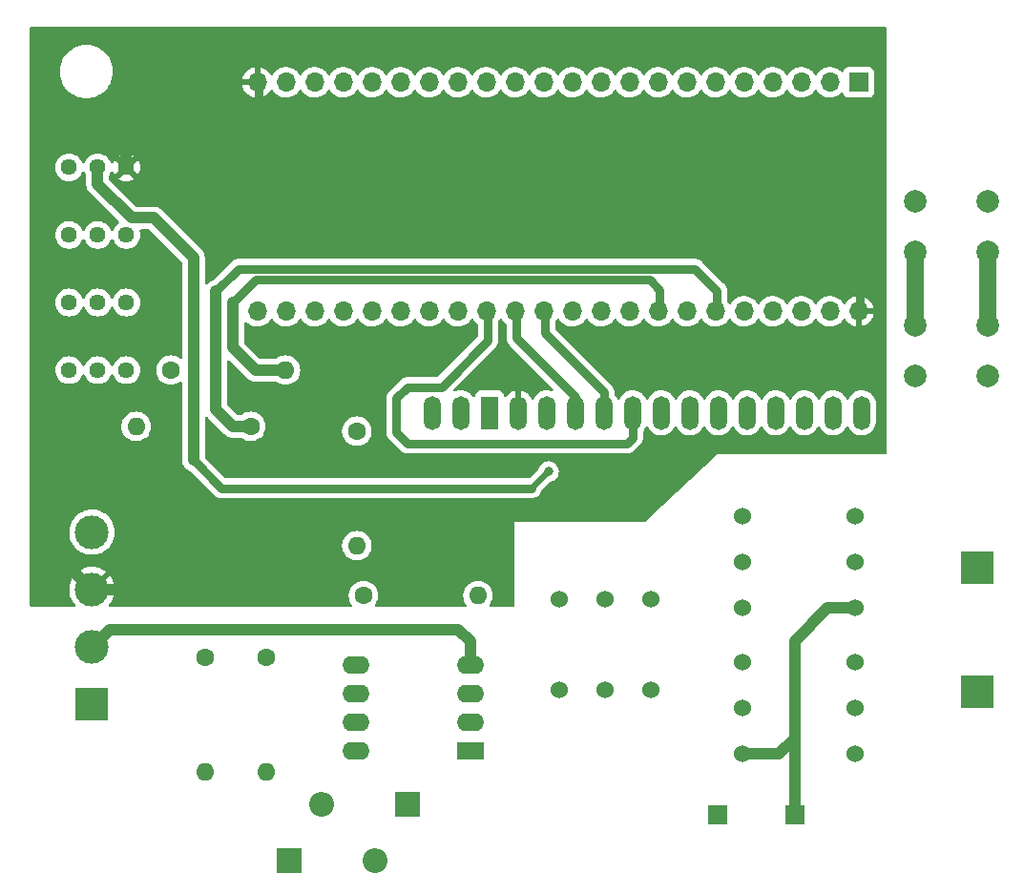
<source format=gbr>
%TF.GenerationSoftware,KiCad,Pcbnew,6.0.8-f2edbf62ab~116~ubuntu20.04.1*%
%TF.CreationDate,2022-10-11T23:56:16-03:00*%
%TF.ProjectId,Proyecto_p_curso,50726f79-6563-4746-9f5f-705f63757273,rev?*%
%TF.SameCoordinates,Original*%
%TF.FileFunction,Copper,L2,Bot*%
%TF.FilePolarity,Positive*%
%FSLAX46Y46*%
G04 Gerber Fmt 4.6, Leading zero omitted, Abs format (unit mm)*
G04 Created by KiCad (PCBNEW 6.0.8-f2edbf62ab~116~ubuntu20.04.1) date 2022-10-11 23:56:16*
%MOMM*%
%LPD*%
G01*
G04 APERTURE LIST*
%TA.AperFunction,ComponentPad*%
%ADD10R,1.700000X1.700000*%
%TD*%
%TA.AperFunction,ComponentPad*%
%ADD11O,1.700000X1.700000*%
%TD*%
%TA.AperFunction,ComponentPad*%
%ADD12C,1.524000*%
%TD*%
%TA.AperFunction,ComponentPad*%
%ADD13R,1.500000X3.000000*%
%TD*%
%TA.AperFunction,ComponentPad*%
%ADD14O,1.500000X3.000000*%
%TD*%
%TA.AperFunction,ComponentPad*%
%ADD15C,1.440000*%
%TD*%
%TA.AperFunction,ComponentPad*%
%ADD16C,2.000000*%
%TD*%
%TA.AperFunction,ComponentPad*%
%ADD17C,1.600000*%
%TD*%
%TA.AperFunction,ComponentPad*%
%ADD18O,1.600000X1.600000*%
%TD*%
%TA.AperFunction,ComponentPad*%
%ADD19R,2.200000X2.200000*%
%TD*%
%TA.AperFunction,ComponentPad*%
%ADD20O,2.200000X2.200000*%
%TD*%
%TA.AperFunction,ComponentPad*%
%ADD21R,3.000000X3.000000*%
%TD*%
%TA.AperFunction,ComponentPad*%
%ADD22C,3.000000*%
%TD*%
%TA.AperFunction,ComponentPad*%
%ADD23R,2.400000X1.600000*%
%TD*%
%TA.AperFunction,ComponentPad*%
%ADD24O,2.400000X1.600000*%
%TD*%
%TA.AperFunction,ViaPad*%
%ADD25C,0.800000*%
%TD*%
%TA.AperFunction,Conductor*%
%ADD26C,0.500000*%
%TD*%
%TA.AperFunction,Conductor*%
%ADD27C,1.500000*%
%TD*%
%TA.AperFunction,Conductor*%
%ADD28C,1.000000*%
%TD*%
%TA.AperFunction,Conductor*%
%ADD29C,0.750000*%
%TD*%
G04 APERTURE END LIST*
D10*
%TO.P,U2,1,GND*%
%TO.N,GND*%
X184500000Y-68460000D03*
D11*
%TO.P,U2,2,P2.0*%
%TO.N,/Control_y_salida/But_Inc*%
X181960000Y-68460000D03*
%TO.P,U2,3,P2.1*%
%TO.N,unconnected-(U2-Pad3)*%
X179420000Y-68460000D03*
%TO.P,U2,4,P2.2*%
%TO.N,unconnected-(U2-Pad4)*%
X176880000Y-68460000D03*
%TO.P,U2,5,P2.3*%
%TO.N,unconnected-(U2-Pad5)*%
X174340000Y-68460000D03*
%TO.P,U2,6,P2.4*%
%TO.N,unconnected-(U2-Pad6)*%
X171800000Y-68460000D03*
%TO.P,U2,7,P2.5*%
%TO.N,unconnected-(U2-Pad7)*%
X169260000Y-68460000D03*
%TO.P,U2,8,P2.6*%
%TO.N,unconnected-(U2-Pad8)*%
X166720000Y-68460000D03*
%TO.P,U2,9,P2.7*%
%TO.N,unconnected-(U2-Pad9)*%
X164180000Y-68460000D03*
%TO.P,U2,10,P3.0*%
%TO.N,unconnected-(U2-Pad10)*%
X161640000Y-68460000D03*
%TO.P,U2,11,P3.1*%
%TO.N,unconnected-(U2-Pad11)*%
X159100000Y-68460000D03*
%TO.P,U2,12,P3.2*%
%TO.N,unconnected-(U2-Pad12)*%
X156560000Y-68460000D03*
%TO.P,U2,13,P3.3*%
%TO.N,unconnected-(U2-Pad13)*%
X154020000Y-68460000D03*
%TO.P,U2,14,P3.4*%
%TO.N,unconnected-(U2-Pad14)*%
X151480000Y-68460000D03*
%TO.P,U2,15,P3.5*%
%TO.N,unconnected-(U2-Pad15)*%
X148940000Y-68460000D03*
%TO.P,U2,16,P3.6*%
%TO.N,unconnected-(U2-Pad16)*%
X146400000Y-68460000D03*
%TO.P,U2,17,P3.7*%
%TO.N,unconnected-(U2-Pad17)*%
X143860000Y-68460000D03*
%TO.P,U2,18,SWDIO(P3.2)*%
%TO.N,unconnected-(U2-Pad18)*%
X141320000Y-68460000D03*
%TO.P,U2,19,SWDCLK(P3.3)*%
%TO.N,unconnected-(U2-Pad19)*%
X138780000Y-68460000D03*
%TO.P,U2,20,XRES*%
%TO.N,unconnected-(U2-Pad20)*%
X136240000Y-68460000D03*
%TO.P,U2,21,GND*%
%TO.N,GND*%
X133700000Y-68460000D03*
%TO.P,U2,22,VDD*%
%TO.N,+5V*%
X131160000Y-68460000D03*
%TO.P,U2,23,VDD*%
X184500000Y-88780000D03*
%TO.P,U2,24,GND*%
%TO.N,GND*%
X181960000Y-88780000D03*
%TO.P,U2,25,P1.7/SAR_CAP*%
%TO.N,unconnected-(U2-Pad25)*%
X179420000Y-88780000D03*
%TO.P,U2,26,P1.6/LED_OnB*%
%TO.N,unconnected-(U2-Pad26)*%
X176880000Y-88780000D03*
%TO.P,U2,27,P1.5*%
%TO.N,unconnected-(U2-Pad27)*%
X174340000Y-88780000D03*
%TO.P,U2,28,P1.4*%
%TO.N,/Control_y_salida/IDAC_Pos*%
X171800000Y-88780000D03*
%TO.P,U2,29,P1.3*%
%TO.N,unconnected-(U2-Pad29)*%
X169260000Y-88780000D03*
%TO.P,U2,30,P1.2*%
%TO.N,/Control_y_salida/IDAC_Neg*%
X166720000Y-88780000D03*
%TO.P,U2,31,P1.1*%
%TO.N,unconnected-(U2-Pad31)*%
X164180000Y-88780000D03*
%TO.P,U2,32,P1.0*%
%TO.N,/Control_y_salida/But_Dec*%
X161640000Y-88780000D03*
%TO.P,U2,33,P0.7/Button_OnB*%
%TO.N,unconnected-(U2-Pad33)*%
X159100000Y-88780000D03*
%TO.P,U2,34,P0.6*%
%TO.N,/Control_y_salida/LCD_R{slash}W*%
X156560000Y-88780000D03*
%TO.P,U2,35,P0.5*%
%TO.N,/Control_y_salida/LCD_RS*%
X154020000Y-88780000D03*
%TO.P,U2,36,P0.4*%
%TO.N,/Control_y_salida/LCD_E*%
X151480000Y-88780000D03*
%TO.P,U2,37,P0.3*%
%TO.N,/Control_y_salida/LCD_D7*%
X148940000Y-88780000D03*
%TO.P,U2,38,P0.2*%
%TO.N,/Control_y_salida/LCD_D6*%
X146400000Y-88780000D03*
%TO.P,U2,39,P0.1*%
%TO.N,/Control_y_salida/LCD_D5*%
X143860000Y-88780000D03*
%TO.P,U2,40,P0.0*%
%TO.N,/Control_y_salida/LCD_D4*%
X141320000Y-88780000D03*
%TO.P,U2,41,P4.3/CTANK*%
%TO.N,unconnected-(U2-Pad41)*%
X138780000Y-88780000D03*
%TO.P,U2,42,P4.2/CMOD*%
%TO.N,unconnected-(U2-Pad42)*%
X136240000Y-88780000D03*
%TO.P,U2,43,P4.1/TX*%
%TO.N,unconnected-(U2-Pad43)*%
X133700000Y-88780000D03*
%TO.P,U2,44,P4.0/RX*%
%TO.N,unconnected-(U2-Pad44)*%
X131160000Y-88780000D03*
%TD*%
D12*
%TO.P,Q6,1,C*%
%TO.N,/Control_y_salida/Iout*%
X174167000Y-128064000D03*
%TO.P,Q6,2,B*%
%TO.N,Net-(Q2-Pad1)*%
X174167000Y-124000000D03*
%TO.P,Q6,3,E*%
%TO.N,VEE*%
X174167000Y-119936000D03*
%TD*%
%TO.P,Q5,3,E*%
%TO.N,VCC*%
X184167000Y-106936000D03*
%TO.P,Q5,2,B*%
%TO.N,Net-(Q1-Pad1)*%
X184167000Y-111000000D03*
%TO.P,Q5,1,C*%
%TO.N,/Control_y_salida/Iout*%
X184167000Y-115064000D03*
%TD*%
%TO.P,Q4,1,C*%
%TO.N,Net-(Q2-Pad1)*%
X184167000Y-128064000D03*
%TO.P,Q4,2,B*%
X184167000Y-124000000D03*
%TO.P,Q4,3,E*%
%TO.N,VEE*%
X184167000Y-119936000D03*
%TD*%
%TO.P,Q3,1,C*%
%TO.N,Net-(Q1-Pad1)*%
X174167000Y-115064000D03*
%TO.P,Q3,2,B*%
X174167000Y-111000000D03*
%TO.P,Q3,3,E*%
%TO.N,VCC*%
X174167000Y-106936000D03*
%TD*%
%TO.P,Q2,1,C*%
%TO.N,Net-(Q2-Pad1)*%
X166064000Y-122333000D03*
%TO.P,Q2,2,B*%
%TO.N,Net-(Q1-Pad2)*%
X162000000Y-122333000D03*
%TO.P,Q2,3,E*%
%TO.N,Net-(D1-Pad1)*%
X157936000Y-122333000D03*
%TD*%
%TO.P,Q1,1,C*%
%TO.N,Net-(Q1-Pad1)*%
X166064000Y-114333000D03*
%TO.P,Q1,2,B*%
%TO.N,Net-(Q1-Pad2)*%
X162000000Y-114333000D03*
%TO.P,Q1,3,E*%
%TO.N,Net-(D1-Pad1)*%
X157936000Y-114333000D03*
%TD*%
D13*
%TO.P,U1,1,VSS*%
%TO.N,GND*%
X151784000Y-97783500D03*
D14*
%TO.P,U1,2,VDD*%
%TO.N,+5V*%
X154324000Y-97783500D03*
%TO.P,U1,3,VO*%
%TO.N,Net-(RV1-Pad2)*%
X156864000Y-97783500D03*
%TO.P,U1,4,RS*%
%TO.N,/Control_y_salida/LCD_RS*%
X159404000Y-97783500D03*
%TO.P,U1,5,R/~{W}*%
%TO.N,/Control_y_salida/LCD_R{slash}W*%
X161944000Y-97783500D03*
%TO.P,U1,6,E*%
%TO.N,/Control_y_salida/LCD_E*%
X164484000Y-97783500D03*
%TO.P,U1,7,DB0*%
%TO.N,unconnected-(U1-Pad7)*%
X167024000Y-97783500D03*
%TO.P,U1,8,DB1*%
%TO.N,unconnected-(U1-Pad8)*%
X169564000Y-97783500D03*
%TO.P,U1,9,DB2*%
%TO.N,unconnected-(U1-Pad9)*%
X172104000Y-97783500D03*
%TO.P,U1,10,DB3*%
%TO.N,unconnected-(U1-Pad10)*%
X174644000Y-97783500D03*
%TO.P,U1,11,DB4*%
%TO.N,/Control_y_salida/LCD_D4*%
X177184000Y-97783500D03*
%TO.P,U1,12,DB5*%
%TO.N,/Control_y_salida/LCD_D5*%
X179724000Y-97783500D03*
%TO.P,U1,13,DB6*%
%TO.N,/Control_y_salida/LCD_D6*%
X182264000Y-97783500D03*
%TO.P,U1,14,DB7*%
%TO.N,/Control_y_salida/LCD_D7*%
X184804000Y-97783500D03*
%TO.P,U1,15,A/VEE*%
%TO.N,unconnected-(U1-Pad15)*%
X149244000Y-97783500D03*
%TO.P,U1,16,K*%
%TO.N,unconnected-(U1-Pad16)*%
X146704000Y-97783500D03*
%TD*%
D15*
%TO.P,RV1,1,1*%
%TO.N,+5V*%
X119540000Y-76000000D03*
%TO.P,RV1,2,2*%
%TO.N,Net-(RV1-Pad2)*%
X117000000Y-76000000D03*
%TO.P,RV1,3,3*%
%TO.N,GND*%
X114460000Y-76000000D03*
%TD*%
D16*
%TO.P,SW2,1,1*%
%TO.N,GND*%
X196000000Y-83500000D03*
X189500000Y-83500000D03*
%TO.P,SW2,2,2*%
%TO.N,/Control_y_salida/But_Inc*%
X196000000Y-79000000D03*
X189500000Y-79000000D03*
%TD*%
D17*
%TO.P,R6,1*%
%TO.N,Net-(R6-Pad1)*%
X126500000Y-119500000D03*
D18*
%TO.P,R6,2*%
%TO.N,Net-(D2-Pad1)*%
X126500000Y-129660000D03*
%TD*%
D19*
%TO.P,D1,1,K*%
%TO.N,Net-(D1-Pad1)*%
X144500000Y-132500000D03*
D20*
%TO.P,D1,2,A*%
%TO.N,Net-(D1-Pad2)*%
X136880000Y-132500000D03*
%TD*%
D21*
%TO.P,J3,1,Pin_1*%
%TO.N,VEE*%
X195000000Y-122500000D03*
%TD*%
D17*
%TO.P,R4,1*%
%TO.N,Net-(R2-Pad2)*%
X140580000Y-114000000D03*
D18*
%TO.P,R4,2*%
%TO.N,Net-(R4-Pad2)*%
X150740000Y-114000000D03*
%TD*%
D10*
%TO.P,J5,1,Pin_1*%
%TO.N,GND*%
X172000000Y-133500000D03*
%TD*%
D15*
%TO.P,RV3,1,1*%
%TO.N,Net-(R5-Pad1)*%
X119550000Y-82000000D03*
%TO.P,RV3,2,2*%
X117010000Y-82000000D03*
%TO.P,RV3,3,3*%
%TO.N,GND*%
X114470000Y-82000000D03*
%TD*%
D21*
%TO.P,J2,1,Pin_1*%
%TO.N,VCC*%
X195000000Y-111500000D03*
%TD*%
D17*
%TO.P,R1,1*%
%TO.N,Net-(R1-Pad1)*%
X123500000Y-94000000D03*
D18*
%TO.P,R1,2*%
%TO.N,/Control_y_salida/IDAC_Neg*%
X133660000Y-94000000D03*
%TD*%
D16*
%TO.P,SW1,1,1*%
%TO.N,GND*%
X189500000Y-90000000D03*
X196000000Y-90000000D03*
%TO.P,SW1,2,2*%
%TO.N,/Control_y_salida/But_Dec*%
X196000000Y-94500000D03*
X189500000Y-94500000D03*
%TD*%
D17*
%TO.P,R2,1*%
%TO.N,/Control_y_salida/IDAC_Neg*%
X140000000Y-99420000D03*
D18*
%TO.P,R2,2*%
%TO.N,Net-(R2-Pad2)*%
X140000000Y-109580000D03*
%TD*%
D19*
%TO.P,D2,1,K*%
%TO.N,Net-(D2-Pad1)*%
X134000000Y-137500000D03*
D20*
%TO.P,D2,2,A*%
%TO.N,Net-(D1-Pad1)*%
X141620000Y-137500000D03*
%TD*%
D21*
%TO.P,J4,1,Pin_1*%
%TO.N,+12V*%
X116500000Y-123620000D03*
D22*
%TO.P,J4,2,Pin_2*%
%TO.N,-12V*%
X116500000Y-118540000D03*
%TO.P,J4,3,Pin_3*%
%TO.N,+5V*%
X116500000Y-113460000D03*
%TO.P,J4,4,Pin_4*%
%TO.N,GND*%
X116500000Y-108380000D03*
%TD*%
D15*
%TO.P,RV2,1,1*%
%TO.N,Net-(R1-Pad1)*%
X119550000Y-94000000D03*
%TO.P,RV2,2,2*%
X117010000Y-94000000D03*
%TO.P,RV2,3,3*%
%TO.N,GND*%
X114470000Y-94000000D03*
%TD*%
%TO.P,RV4,1,1*%
%TO.N,Net-(R6-Pad1)*%
X119550000Y-88000000D03*
%TO.P,RV4,2,2*%
X117010000Y-88000000D03*
%TO.P,RV4,3,3*%
%TO.N,GND*%
X114470000Y-88000000D03*
%TD*%
D23*
%TO.P,U3,1*%
%TO.N,Net-(Q1-Pad2)*%
X150075000Y-127800000D03*
D24*
%TO.P,U3,2,-*%
%TO.N,Net-(D1-Pad1)*%
X150075000Y-125260000D03*
%TO.P,U3,3,+*%
%TO.N,Net-(R4-Pad2)*%
X150075000Y-122720000D03*
%TO.P,U3,4,V-*%
%TO.N,-12V*%
X150075000Y-120180000D03*
%TO.P,U3,5,+*%
%TO.N,/Control_y_salida/IDAC_Pos*%
X139915000Y-120180000D03*
%TO.P,U3,6,-*%
%TO.N,Net-(R2-Pad2)*%
X139915000Y-122720000D03*
%TO.P,U3,7*%
%TO.N,Net-(R4-Pad2)*%
X139915000Y-125260000D03*
%TO.P,U3,8,V+*%
%TO.N,+12V*%
X139915000Y-127800000D03*
%TD*%
D17*
%TO.P,R5,1*%
%TO.N,Net-(R5-Pad1)*%
X132000000Y-119500000D03*
D18*
%TO.P,R5,2*%
%TO.N,Net-(D1-Pad2)*%
X132000000Y-129660000D03*
%TD*%
D10*
%TO.P,J1,1,Pin_1*%
%TO.N,/Control_y_salida/Iout*%
X178825000Y-133500000D03*
%TD*%
D17*
%TO.P,R3,1*%
%TO.N,/Control_y_salida/IDAC_Pos*%
X130580000Y-99000000D03*
D18*
%TO.P,R3,2*%
%TO.N,GND*%
X120420000Y-99000000D03*
%TD*%
D25*
%TO.N,Net-(RV1-Pad2)*%
X157000000Y-103000000D03*
%TO.N,+5V*%
X154500000Y-102000000D03*
%TD*%
D26*
%TO.N,Net-(RV1-Pad2)*%
X155500000Y-104500000D02*
X157000000Y-103000000D01*
D27*
%TO.N,GND*%
X196000000Y-83500000D02*
X196000000Y-90000000D01*
D28*
%TO.N,-12V*%
X116500000Y-118540000D02*
X118040000Y-117000000D01*
X118040000Y-117000000D02*
X149000000Y-117000000D01*
X149000000Y-117000000D02*
X150075000Y-118075000D01*
X150075000Y-118075000D02*
X150075000Y-120180000D01*
D26*
%TO.N,+5V*%
X154500000Y-102000000D02*
X154750000Y-101750000D01*
X154750000Y-101750000D02*
X158250000Y-101750000D01*
D29*
X158250000Y-101750000D02*
X158500000Y-102000000D01*
%TO.N,Net-(RV1-Pad2)*%
X125500000Y-102000000D02*
X128000000Y-104500000D01*
X128000000Y-104500000D02*
X155500000Y-104500000D01*
%TO.N,+5V*%
X158500000Y-102000000D02*
X159000000Y-102500000D01*
X159000000Y-102500000D02*
X159000000Y-103500000D01*
X159000000Y-103500000D02*
X156000000Y-106500000D01*
X130500000Y-106500000D02*
X123540000Y-113460000D01*
X156000000Y-106500000D02*
X130500000Y-106500000D01*
D28*
%TO.N,/Control_y_salida/Iout*%
X178825000Y-126675000D02*
X178825000Y-128500000D01*
X178825000Y-118064000D02*
X178825000Y-126675000D01*
X174167000Y-128064000D02*
X177436000Y-128064000D01*
X177436000Y-128064000D02*
X178825000Y-126675000D01*
X178825000Y-133500000D02*
X178825000Y-128175000D01*
D29*
%TO.N,/Control_y_salida/LCD_E*%
X151630000Y-88780000D02*
X151630000Y-91370000D01*
X143500000Y-96500000D02*
X143500000Y-99500000D01*
X144500000Y-100500000D02*
X164000000Y-100500000D01*
X164000000Y-100500000D02*
X164500000Y-100000000D01*
X151630000Y-91370000D02*
X147500000Y-95500000D01*
X147500000Y-95500000D02*
X144500000Y-95500000D01*
X144500000Y-95500000D02*
X143500000Y-96500000D01*
X143500000Y-99500000D02*
X144500000Y-100500000D01*
X164500000Y-100000000D02*
X164484000Y-99984000D01*
X164484000Y-99984000D02*
X164484000Y-97783500D01*
%TO.N,/Control_y_salida/LCD_RS*%
X154170000Y-88780000D02*
X154170000Y-91170000D01*
X154170000Y-91170000D02*
X159404000Y-96404000D01*
X159404000Y-96404000D02*
X159404000Y-97783500D01*
%TO.N,/Control_y_salida/LCD_R{slash}W*%
X156710000Y-88780000D02*
X156710000Y-90710000D01*
X156710000Y-90710000D02*
X161944000Y-95944000D01*
X161944000Y-95944000D02*
X161944000Y-97783500D01*
D28*
%TO.N,+5V*%
X116500000Y-113460000D02*
X123540000Y-113460000D01*
%TO.N,/Control_y_salida/IDAC_Neg*%
X133660000Y-94000000D02*
X131000000Y-94000000D01*
X129000000Y-92000000D02*
X129000000Y-88000000D01*
D29*
X166870000Y-86870000D02*
X166870000Y-88780000D01*
D28*
X131000000Y-94000000D02*
X129000000Y-92000000D01*
D29*
X129000000Y-88000000D02*
X131000000Y-86000000D01*
X131000000Y-86000000D02*
X166000000Y-86000000D01*
X166000000Y-86000000D02*
X166870000Y-86870000D01*
D28*
%TO.N,/Control_y_salida/IDAC_Pos*%
X130580000Y-99000000D02*
X129000000Y-99000000D01*
X129000000Y-99000000D02*
X127500000Y-97500000D01*
X127500000Y-97500000D02*
X127500000Y-87000000D01*
D29*
X127500000Y-87000000D02*
X129500000Y-85000000D01*
X170000000Y-85000000D02*
X171950000Y-86950000D01*
X129500000Y-85000000D02*
X170000000Y-85000000D01*
X171950000Y-86950000D02*
X171950000Y-88780000D01*
D27*
%TO.N,GND*%
X189500000Y-83500000D02*
X189500000Y-90000000D01*
D28*
%TO.N,Net-(RV1-Pad2)*%
X125500000Y-98000000D02*
X125500000Y-102000000D01*
X117000000Y-76000000D02*
X117000000Y-77500000D01*
X117000000Y-77500000D02*
X120000000Y-80500000D01*
X120000000Y-80500000D02*
X122000000Y-80500000D01*
X122000000Y-80500000D02*
X125500000Y-84000000D01*
X125500000Y-84000000D02*
X125500000Y-98500000D01*
%TO.N,/Control_y_salida/Iout*%
X184000000Y-115128000D02*
X181761000Y-115128000D01*
X181761000Y-115128000D02*
X178825000Y-118064000D01*
D29*
%TO.N,+5V*%
X134500000Y-73000000D02*
X180500000Y-73000000D01*
D28*
X112000000Y-75000000D02*
X114000000Y-73000000D01*
D29*
X131310000Y-68460000D02*
X131310000Y-70310000D01*
D28*
X112000000Y-108960000D02*
X112000000Y-75000000D01*
D29*
X184650000Y-77150000D02*
X184650000Y-88780000D01*
D28*
X119540000Y-74040000D02*
X119540000Y-76000000D01*
D29*
X180500000Y-73000000D02*
X184650000Y-77150000D01*
D28*
X116500000Y-113460000D02*
X112000000Y-108960000D01*
X118500000Y-73000000D02*
X134500000Y-73000000D01*
D29*
X131310000Y-70310000D02*
X134000000Y-73000000D01*
D28*
X118500000Y-73000000D02*
X119540000Y-74040000D01*
D29*
X134000000Y-73000000D02*
X134500000Y-73000000D01*
D28*
X114000000Y-73000000D02*
X118500000Y-73000000D01*
%TD*%
%TA.AperFunction,Conductor*%
%TO.N,+5V*%
G36*
X186942121Y-63520002D02*
G01*
X186988614Y-63573658D01*
X187000000Y-63626000D01*
X187000000Y-101374000D01*
X186979998Y-101442121D01*
X186926342Y-101488614D01*
X186874000Y-101500000D01*
X172000000Y-101500000D01*
X165915392Y-107116562D01*
X165536200Y-107466585D01*
X165472578Y-107498093D01*
X165450737Y-107500000D01*
X154000000Y-107500000D01*
X154000000Y-114874000D01*
X153979998Y-114942121D01*
X153926342Y-114988614D01*
X153874000Y-115000000D01*
X151879220Y-115000000D01*
X151811099Y-114979998D01*
X151764606Y-114926342D01*
X151754502Y-114856068D01*
X151776007Y-114801729D01*
X151874366Y-114661258D01*
X151874367Y-114661256D01*
X151877523Y-114656749D01*
X151879846Y-114651767D01*
X151879849Y-114651762D01*
X151971961Y-114454225D01*
X151971961Y-114454224D01*
X151974284Y-114449243D01*
X152005432Y-114333000D01*
X152032119Y-114233402D01*
X152032119Y-114233400D01*
X152033543Y-114228087D01*
X152053498Y-114000000D01*
X152033543Y-113771913D01*
X152032119Y-113766598D01*
X151975707Y-113556067D01*
X151975706Y-113556065D01*
X151974284Y-113550757D01*
X151950465Y-113499677D01*
X151879849Y-113348238D01*
X151879846Y-113348233D01*
X151877523Y-113343251D01*
X151746198Y-113155700D01*
X151584300Y-112993802D01*
X151579792Y-112990645D01*
X151579789Y-112990643D01*
X151501611Y-112935902D01*
X151396749Y-112862477D01*
X151391767Y-112860154D01*
X151391762Y-112860151D01*
X151194225Y-112768039D01*
X151194224Y-112768039D01*
X151189243Y-112765716D01*
X151183935Y-112764294D01*
X151183933Y-112764293D01*
X150973402Y-112707881D01*
X150973400Y-112707881D01*
X150968087Y-112706457D01*
X150740000Y-112686502D01*
X150511913Y-112706457D01*
X150506600Y-112707881D01*
X150506598Y-112707881D01*
X150296067Y-112764293D01*
X150296065Y-112764294D01*
X150290757Y-112765716D01*
X150285776Y-112768039D01*
X150285775Y-112768039D01*
X150088238Y-112860151D01*
X150088233Y-112860154D01*
X150083251Y-112862477D01*
X149978389Y-112935902D01*
X149900211Y-112990643D01*
X149900208Y-112990645D01*
X149895700Y-112993802D01*
X149733802Y-113155700D01*
X149602477Y-113343251D01*
X149600154Y-113348233D01*
X149600151Y-113348238D01*
X149529535Y-113499677D01*
X149505716Y-113550757D01*
X149504294Y-113556065D01*
X149504293Y-113556067D01*
X149447881Y-113766598D01*
X149446457Y-113771913D01*
X149426502Y-114000000D01*
X149446457Y-114228087D01*
X149447881Y-114233400D01*
X149447881Y-114233402D01*
X149474569Y-114333000D01*
X149505716Y-114449243D01*
X149508039Y-114454224D01*
X149508039Y-114454225D01*
X149600151Y-114651762D01*
X149600154Y-114651767D01*
X149602477Y-114656749D01*
X149605633Y-114661256D01*
X149605634Y-114661258D01*
X149703993Y-114801729D01*
X149726681Y-114869003D01*
X149709396Y-114937864D01*
X149657626Y-114986448D01*
X149600780Y-115000000D01*
X141719220Y-115000000D01*
X141651099Y-114979998D01*
X141604606Y-114926342D01*
X141594502Y-114856068D01*
X141616007Y-114801729D01*
X141714366Y-114661258D01*
X141714367Y-114661256D01*
X141717523Y-114656749D01*
X141719846Y-114651767D01*
X141719849Y-114651762D01*
X141811961Y-114454225D01*
X141811961Y-114454224D01*
X141814284Y-114449243D01*
X141845432Y-114333000D01*
X141872119Y-114233402D01*
X141872119Y-114233400D01*
X141873543Y-114228087D01*
X141893498Y-114000000D01*
X141873543Y-113771913D01*
X141872119Y-113766598D01*
X141815707Y-113556067D01*
X141815706Y-113556065D01*
X141814284Y-113550757D01*
X141790465Y-113499677D01*
X141719849Y-113348238D01*
X141719846Y-113348233D01*
X141717523Y-113343251D01*
X141586198Y-113155700D01*
X141424300Y-112993802D01*
X141419792Y-112990645D01*
X141419789Y-112990643D01*
X141341611Y-112935902D01*
X141236749Y-112862477D01*
X141231767Y-112860154D01*
X141231762Y-112860151D01*
X141034225Y-112768039D01*
X141034224Y-112768039D01*
X141029243Y-112765716D01*
X141023935Y-112764294D01*
X141023933Y-112764293D01*
X140813402Y-112707881D01*
X140813400Y-112707881D01*
X140808087Y-112706457D01*
X140580000Y-112686502D01*
X140351913Y-112706457D01*
X140346600Y-112707881D01*
X140346598Y-112707881D01*
X140136067Y-112764293D01*
X140136065Y-112764294D01*
X140130757Y-112765716D01*
X140125776Y-112768039D01*
X140125775Y-112768039D01*
X139928238Y-112860151D01*
X139928233Y-112860154D01*
X139923251Y-112862477D01*
X139818389Y-112935902D01*
X139740211Y-112990643D01*
X139740208Y-112990645D01*
X139735700Y-112993802D01*
X139573802Y-113155700D01*
X139442477Y-113343251D01*
X139440154Y-113348233D01*
X139440151Y-113348238D01*
X139369535Y-113499677D01*
X139345716Y-113550757D01*
X139344294Y-113556065D01*
X139344293Y-113556067D01*
X139287881Y-113766598D01*
X139286457Y-113771913D01*
X139266502Y-114000000D01*
X139286457Y-114228087D01*
X139287881Y-114233400D01*
X139287881Y-114233402D01*
X139314569Y-114333000D01*
X139345716Y-114449243D01*
X139348039Y-114454224D01*
X139348039Y-114454225D01*
X139440151Y-114651762D01*
X139440154Y-114651767D01*
X139442477Y-114656749D01*
X139445633Y-114661256D01*
X139445634Y-114661258D01*
X139543993Y-114801729D01*
X139566681Y-114869003D01*
X139549396Y-114937864D01*
X139497626Y-114986448D01*
X139440780Y-115000000D01*
X118101405Y-115000000D01*
X118033284Y-114979998D01*
X117986791Y-114926342D01*
X117976687Y-114856068D01*
X118010920Y-114786316D01*
X118034303Y-114762186D01*
X118039823Y-114755655D01*
X118196834Y-114541909D01*
X118201418Y-114534686D01*
X118327962Y-114301621D01*
X118331530Y-114293827D01*
X118425271Y-114045750D01*
X118427748Y-114037544D01*
X118486954Y-113779038D01*
X118488294Y-113770577D01*
X118512031Y-113504616D01*
X118512277Y-113499677D01*
X118512666Y-113462485D01*
X118512523Y-113457519D01*
X118494362Y-113191123D01*
X118493201Y-113182649D01*
X118439419Y-112922944D01*
X118437120Y-112914709D01*
X118348588Y-112664705D01*
X118345191Y-112656854D01*
X118223550Y-112421178D01*
X118219122Y-112413866D01*
X118100031Y-112244417D01*
X118089509Y-112236037D01*
X118076121Y-112243089D01*
X116589095Y-113730115D01*
X116526783Y-113764141D01*
X116455968Y-113759076D01*
X116410905Y-113730115D01*
X114923814Y-112243024D01*
X114911804Y-112236466D01*
X114900064Y-112245434D01*
X114791935Y-112395911D01*
X114787418Y-112403196D01*
X114663325Y-112637567D01*
X114659839Y-112645395D01*
X114568700Y-112894446D01*
X114566311Y-112902670D01*
X114509812Y-113161795D01*
X114508563Y-113170250D01*
X114487754Y-113434653D01*
X114487665Y-113443204D01*
X114502932Y-113707969D01*
X114504005Y-113716470D01*
X114555065Y-113976722D01*
X114557276Y-113984974D01*
X114643184Y-114235894D01*
X114646499Y-114243779D01*
X114765664Y-114480713D01*
X114770020Y-114488079D01*
X114920236Y-114706643D01*
X114925554Y-114713352D01*
X114994570Y-114789200D01*
X115025622Y-114853046D01*
X115017228Y-114923544D01*
X114972051Y-114978313D01*
X114901377Y-115000000D01*
X111126000Y-115000000D01*
X111057879Y-114979998D01*
X111011386Y-114926342D01*
X111000000Y-114874000D01*
X111000000Y-111872500D01*
X115276584Y-111872500D01*
X115282980Y-111883770D01*
X116487188Y-113087978D01*
X116501132Y-113095592D01*
X116502965Y-113095461D01*
X116509580Y-113091210D01*
X117716604Y-111884186D01*
X117723795Y-111871017D01*
X117716473Y-111860780D01*
X117669233Y-111822115D01*
X117662261Y-111817160D01*
X117436122Y-111678582D01*
X117428552Y-111674624D01*
X117185704Y-111568022D01*
X117177644Y-111565120D01*
X116922592Y-111492467D01*
X116914214Y-111490685D01*
X116651656Y-111453318D01*
X116643111Y-111452691D01*
X116377908Y-111451302D01*
X116369374Y-111451839D01*
X116106433Y-111486456D01*
X116098035Y-111488149D01*
X115842238Y-111558127D01*
X115834143Y-111560946D01*
X115590199Y-111664997D01*
X115582577Y-111668881D01*
X115355013Y-111805075D01*
X115347981Y-111809962D01*
X115285053Y-111860377D01*
X115276584Y-111872500D01*
X111000000Y-111872500D01*
X111000000Y-108358918D01*
X114486917Y-108358918D01*
X114502682Y-108632320D01*
X114503507Y-108636525D01*
X114503508Y-108636533D01*
X114522964Y-108735700D01*
X114555405Y-108901053D01*
X114556792Y-108905103D01*
X114556793Y-108905108D01*
X114642723Y-109156088D01*
X114644112Y-109160144D01*
X114767160Y-109404799D01*
X114769586Y-109408328D01*
X114769589Y-109408334D01*
X114852880Y-109529522D01*
X114922274Y-109630490D01*
X114925161Y-109633663D01*
X114925162Y-109633664D01*
X115083874Y-109808087D01*
X115106582Y-109833043D01*
X115316675Y-110008707D01*
X115320316Y-110010991D01*
X115545024Y-110151951D01*
X115545028Y-110151953D01*
X115548664Y-110154234D01*
X115616544Y-110184883D01*
X115794345Y-110265164D01*
X115794349Y-110265166D01*
X115798257Y-110266930D01*
X115802377Y-110268150D01*
X115802376Y-110268150D01*
X116056723Y-110343491D01*
X116056727Y-110343492D01*
X116060836Y-110344709D01*
X116065070Y-110345357D01*
X116065075Y-110345358D01*
X116327298Y-110385483D01*
X116327300Y-110385483D01*
X116331540Y-110386132D01*
X116470912Y-110388322D01*
X116601071Y-110390367D01*
X116601077Y-110390367D01*
X116605362Y-110390434D01*
X116877235Y-110357534D01*
X117142127Y-110288041D01*
X117146087Y-110286401D01*
X117146092Y-110286399D01*
X117277996Y-110231762D01*
X117395136Y-110183241D01*
X117631582Y-110045073D01*
X117847089Y-109876094D01*
X117888809Y-109833043D01*
X118034686Y-109682509D01*
X118037669Y-109679431D01*
X118040202Y-109675983D01*
X118040206Y-109675978D01*
X118110709Y-109580000D01*
X138686502Y-109580000D01*
X138706457Y-109808087D01*
X138707881Y-109813400D01*
X138707881Y-109813402D01*
X138745832Y-109955034D01*
X138765716Y-110029243D01*
X138768039Y-110034224D01*
X138768039Y-110034225D01*
X138860151Y-110231762D01*
X138860154Y-110231767D01*
X138862477Y-110236749D01*
X138898392Y-110288041D01*
X138970089Y-110390434D01*
X138993802Y-110424300D01*
X139155700Y-110586198D01*
X139160208Y-110589355D01*
X139160211Y-110589357D01*
X139238389Y-110644098D01*
X139343251Y-110717523D01*
X139348233Y-110719846D01*
X139348238Y-110719849D01*
X139545775Y-110811961D01*
X139550757Y-110814284D01*
X139556065Y-110815706D01*
X139556067Y-110815707D01*
X139766598Y-110872119D01*
X139766600Y-110872119D01*
X139771913Y-110873543D01*
X140000000Y-110893498D01*
X140228087Y-110873543D01*
X140233400Y-110872119D01*
X140233402Y-110872119D01*
X140443933Y-110815707D01*
X140443935Y-110815706D01*
X140449243Y-110814284D01*
X140454225Y-110811961D01*
X140651762Y-110719849D01*
X140651767Y-110719846D01*
X140656749Y-110717523D01*
X140761611Y-110644098D01*
X140839789Y-110589357D01*
X140839792Y-110589355D01*
X140844300Y-110586198D01*
X141006198Y-110424300D01*
X141029912Y-110390434D01*
X141101608Y-110288041D01*
X141137523Y-110236749D01*
X141139846Y-110231767D01*
X141139849Y-110231762D01*
X141231961Y-110034225D01*
X141231961Y-110034224D01*
X141234284Y-110029243D01*
X141254169Y-109955034D01*
X141292119Y-109813402D01*
X141292119Y-109813400D01*
X141293543Y-109808087D01*
X141313498Y-109580000D01*
X141293543Y-109351913D01*
X141258687Y-109221830D01*
X141235707Y-109136067D01*
X141235706Y-109136065D01*
X141234284Y-109130757D01*
X141167816Y-108988214D01*
X141139849Y-108928238D01*
X141139846Y-108928233D01*
X141137523Y-108923251D01*
X141006198Y-108735700D01*
X140844300Y-108573802D01*
X140839792Y-108570645D01*
X140839789Y-108570643D01*
X140761611Y-108515902D01*
X140656749Y-108442477D01*
X140651767Y-108440154D01*
X140651762Y-108440151D01*
X140454225Y-108348039D01*
X140454224Y-108348039D01*
X140449243Y-108345716D01*
X140443935Y-108344294D01*
X140443933Y-108344293D01*
X140233402Y-108287881D01*
X140233400Y-108287881D01*
X140228087Y-108286457D01*
X140000000Y-108266502D01*
X139771913Y-108286457D01*
X139766600Y-108287881D01*
X139766598Y-108287881D01*
X139556067Y-108344293D01*
X139556065Y-108344294D01*
X139550757Y-108345716D01*
X139545776Y-108348039D01*
X139545775Y-108348039D01*
X139348238Y-108440151D01*
X139348233Y-108440154D01*
X139343251Y-108442477D01*
X139238389Y-108515902D01*
X139160211Y-108570643D01*
X139160208Y-108570645D01*
X139155700Y-108573802D01*
X138993802Y-108735700D01*
X138862477Y-108923251D01*
X138860154Y-108928233D01*
X138860151Y-108928238D01*
X138832184Y-108988214D01*
X138765716Y-109130757D01*
X138764294Y-109136065D01*
X138764293Y-109136067D01*
X138741313Y-109221830D01*
X138706457Y-109351913D01*
X138686502Y-109580000D01*
X118110709Y-109580000D01*
X118197257Y-109462178D01*
X118199795Y-109458723D01*
X118227154Y-109408334D01*
X118328418Y-109221830D01*
X118328419Y-109221828D01*
X118330468Y-109218054D01*
X118427269Y-108961877D01*
X118488407Y-108694933D01*
X118499500Y-108570643D01*
X118512531Y-108424627D01*
X118512531Y-108424625D01*
X118512751Y-108422161D01*
X118513193Y-108380000D01*
X118506816Y-108286457D01*
X118494859Y-108111055D01*
X118494858Y-108111049D01*
X118494567Y-108106778D01*
X118439032Y-107838612D01*
X118347617Y-107580465D01*
X118222013Y-107337112D01*
X118212040Y-107322921D01*
X118067008Y-107116562D01*
X118064545Y-107113057D01*
X117878125Y-106912445D01*
X117874810Y-106909731D01*
X117874806Y-106909728D01*
X117669523Y-106741706D01*
X117666205Y-106738990D01*
X117432704Y-106595901D01*
X117428768Y-106594173D01*
X117185873Y-106487549D01*
X117185869Y-106487548D01*
X117181945Y-106485825D01*
X116918566Y-106410800D01*
X116914324Y-106410196D01*
X116914318Y-106410195D01*
X116654504Y-106373218D01*
X116647443Y-106372213D01*
X116503589Y-106371460D01*
X116377877Y-106370802D01*
X116377871Y-106370802D01*
X116373591Y-106370780D01*
X116369347Y-106371339D01*
X116369343Y-106371339D01*
X116250302Y-106387011D01*
X116102078Y-106406525D01*
X116097938Y-106407658D01*
X116097936Y-106407658D01*
X116025008Y-106427609D01*
X115837928Y-106478788D01*
X115833980Y-106480472D01*
X115589982Y-106584546D01*
X115589978Y-106584548D01*
X115586030Y-106586232D01*
X115467414Y-106657222D01*
X115354725Y-106724664D01*
X115354721Y-106724667D01*
X115351043Y-106726868D01*
X115137318Y-106898094D01*
X114948808Y-107096742D01*
X114789002Y-107319136D01*
X114660857Y-107561161D01*
X114659385Y-107565184D01*
X114659383Y-107565188D01*
X114652314Y-107584506D01*
X114566743Y-107818337D01*
X114508404Y-108085907D01*
X114486917Y-108358918D01*
X111000000Y-108358918D01*
X111000000Y-99000000D01*
X119106502Y-99000000D01*
X119126457Y-99228087D01*
X119127881Y-99233400D01*
X119127881Y-99233402D01*
X119183308Y-99440255D01*
X119185716Y-99449243D01*
X119188039Y-99454224D01*
X119188039Y-99454225D01*
X119280151Y-99651762D01*
X119280154Y-99651767D01*
X119282477Y-99656749D01*
X119332951Y-99728833D01*
X119410194Y-99839147D01*
X119413802Y-99844300D01*
X119575700Y-100006198D01*
X119580208Y-100009355D01*
X119580211Y-100009357D01*
X119623830Y-100039899D01*
X119763251Y-100137523D01*
X119768233Y-100139846D01*
X119768238Y-100139849D01*
X119961411Y-100229926D01*
X119970757Y-100234284D01*
X119976065Y-100235706D01*
X119976067Y-100235707D01*
X120186598Y-100292119D01*
X120186600Y-100292119D01*
X120191913Y-100293543D01*
X120420000Y-100313498D01*
X120648087Y-100293543D01*
X120653400Y-100292119D01*
X120653402Y-100292119D01*
X120863933Y-100235707D01*
X120863935Y-100235706D01*
X120869243Y-100234284D01*
X120878589Y-100229926D01*
X121071762Y-100139849D01*
X121071767Y-100139846D01*
X121076749Y-100137523D01*
X121216170Y-100039899D01*
X121259789Y-100009357D01*
X121259792Y-100009355D01*
X121264300Y-100006198D01*
X121426198Y-99844300D01*
X121429807Y-99839147D01*
X121507049Y-99728833D01*
X121557523Y-99656749D01*
X121559846Y-99651767D01*
X121559849Y-99651762D01*
X121651961Y-99454225D01*
X121651961Y-99454224D01*
X121654284Y-99449243D01*
X121656693Y-99440255D01*
X121712119Y-99233402D01*
X121712119Y-99233400D01*
X121713543Y-99228087D01*
X121733498Y-99000000D01*
X121713543Y-98771913D01*
X121687340Y-98674121D01*
X121655707Y-98556067D01*
X121655706Y-98556065D01*
X121654284Y-98550757D01*
X121651961Y-98545775D01*
X121559849Y-98348238D01*
X121559846Y-98348233D01*
X121557523Y-98343251D01*
X121448842Y-98188039D01*
X121429357Y-98160211D01*
X121429355Y-98160208D01*
X121426198Y-98155700D01*
X121264300Y-97993802D01*
X121259792Y-97990645D01*
X121259789Y-97990643D01*
X121146761Y-97911500D01*
X121076749Y-97862477D01*
X121071767Y-97860154D01*
X121071762Y-97860151D01*
X120874225Y-97768039D01*
X120874224Y-97768039D01*
X120869243Y-97765716D01*
X120863935Y-97764294D01*
X120863933Y-97764293D01*
X120653402Y-97707881D01*
X120653400Y-97707881D01*
X120648087Y-97706457D01*
X120420000Y-97686502D01*
X120191913Y-97706457D01*
X120186600Y-97707881D01*
X120186598Y-97707881D01*
X119976067Y-97764293D01*
X119976065Y-97764294D01*
X119970757Y-97765716D01*
X119965776Y-97768039D01*
X119965775Y-97768039D01*
X119768238Y-97860151D01*
X119768233Y-97860154D01*
X119763251Y-97862477D01*
X119693239Y-97911500D01*
X119580211Y-97990643D01*
X119580208Y-97990645D01*
X119575700Y-97993802D01*
X119413802Y-98155700D01*
X119410645Y-98160208D01*
X119410643Y-98160211D01*
X119391158Y-98188039D01*
X119282477Y-98343251D01*
X119280154Y-98348233D01*
X119280151Y-98348238D01*
X119188039Y-98545775D01*
X119185716Y-98550757D01*
X119184294Y-98556065D01*
X119184293Y-98556067D01*
X119152660Y-98674121D01*
X119126457Y-98771913D01*
X119106502Y-99000000D01*
X111000000Y-99000000D01*
X111000000Y-94000000D01*
X113236807Y-94000000D01*
X113255542Y-94214142D01*
X113256966Y-94219455D01*
X113256966Y-94219457D01*
X113298924Y-94376043D01*
X113311178Y-94421777D01*
X113313500Y-94426757D01*
X113313501Y-94426759D01*
X113323986Y-94449243D01*
X113402024Y-94616596D01*
X113525319Y-94792681D01*
X113677319Y-94944681D01*
X113853403Y-95067976D01*
X113858381Y-95070297D01*
X113858384Y-95070299D01*
X114002547Y-95137523D01*
X114048223Y-95158822D01*
X114053531Y-95160244D01*
X114053533Y-95160245D01*
X114250543Y-95213034D01*
X114250545Y-95213034D01*
X114255858Y-95214458D01*
X114470000Y-95233193D01*
X114684142Y-95214458D01*
X114689455Y-95213034D01*
X114689457Y-95213034D01*
X114886467Y-95160245D01*
X114886469Y-95160244D01*
X114891777Y-95158822D01*
X114937453Y-95137523D01*
X115081616Y-95070299D01*
X115081619Y-95070297D01*
X115086597Y-95067976D01*
X115262681Y-94944681D01*
X115414681Y-94792681D01*
X115537976Y-94616596D01*
X115625805Y-94428247D01*
X115672723Y-94374962D01*
X115741000Y-94355501D01*
X115808960Y-94376043D01*
X115854195Y-94428247D01*
X115942024Y-94616596D01*
X116065319Y-94792681D01*
X116217319Y-94944681D01*
X116393403Y-95067976D01*
X116398381Y-95070297D01*
X116398384Y-95070299D01*
X116542547Y-95137523D01*
X116588223Y-95158822D01*
X116593531Y-95160244D01*
X116593533Y-95160245D01*
X116790543Y-95213034D01*
X116790545Y-95213034D01*
X116795858Y-95214458D01*
X117010000Y-95233193D01*
X117224142Y-95214458D01*
X117229455Y-95213034D01*
X117229457Y-95213034D01*
X117426467Y-95160245D01*
X117426469Y-95160244D01*
X117431777Y-95158822D01*
X117477453Y-95137523D01*
X117621616Y-95070299D01*
X117621619Y-95070297D01*
X117626597Y-95067976D01*
X117802681Y-94944681D01*
X117954681Y-94792681D01*
X118077976Y-94616596D01*
X118165805Y-94428247D01*
X118212723Y-94374962D01*
X118281000Y-94355501D01*
X118348960Y-94376043D01*
X118394195Y-94428247D01*
X118482024Y-94616596D01*
X118605319Y-94792681D01*
X118757319Y-94944681D01*
X118933403Y-95067976D01*
X118938381Y-95070297D01*
X118938384Y-95070299D01*
X119082547Y-95137523D01*
X119128223Y-95158822D01*
X119133531Y-95160244D01*
X119133533Y-95160245D01*
X119330543Y-95213034D01*
X119330545Y-95213034D01*
X119335858Y-95214458D01*
X119550000Y-95233193D01*
X119764142Y-95214458D01*
X119769455Y-95213034D01*
X119769457Y-95213034D01*
X119966467Y-95160245D01*
X119966469Y-95160244D01*
X119971777Y-95158822D01*
X120017453Y-95137523D01*
X120161616Y-95070299D01*
X120161619Y-95070297D01*
X120166597Y-95067976D01*
X120342681Y-94944681D01*
X120494681Y-94792681D01*
X120617976Y-94616596D01*
X120696015Y-94449243D01*
X120706499Y-94426759D01*
X120706500Y-94426757D01*
X120708822Y-94421777D01*
X120721077Y-94376043D01*
X120763034Y-94219457D01*
X120763034Y-94219455D01*
X120764458Y-94214142D01*
X120783193Y-94000000D01*
X120764458Y-93785858D01*
X120762190Y-93777393D01*
X120710245Y-93583533D01*
X120710244Y-93583531D01*
X120708822Y-93578223D01*
X120705805Y-93571753D01*
X120620299Y-93388385D01*
X120620297Y-93388382D01*
X120617976Y-93383404D01*
X120494681Y-93207319D01*
X120342681Y-93055319D01*
X120166597Y-92932024D01*
X120161619Y-92929703D01*
X120161616Y-92929701D01*
X119976759Y-92843501D01*
X119976758Y-92843500D01*
X119971777Y-92841178D01*
X119966469Y-92839756D01*
X119966467Y-92839755D01*
X119769457Y-92786966D01*
X119769455Y-92786966D01*
X119764142Y-92785542D01*
X119550000Y-92766807D01*
X119335858Y-92785542D01*
X119330545Y-92786966D01*
X119330543Y-92786966D01*
X119133533Y-92839755D01*
X119133531Y-92839756D01*
X119128223Y-92841178D01*
X119123243Y-92843500D01*
X119123241Y-92843501D01*
X118938385Y-92929701D01*
X118938382Y-92929703D01*
X118933404Y-92932024D01*
X118757319Y-93055319D01*
X118605319Y-93207319D01*
X118482024Y-93383404D01*
X118479703Y-93388382D01*
X118479701Y-93388385D01*
X118394195Y-93571753D01*
X118347277Y-93625038D01*
X118279000Y-93644499D01*
X118211040Y-93623957D01*
X118165805Y-93571753D01*
X118080299Y-93388385D01*
X118080297Y-93388382D01*
X118077976Y-93383404D01*
X117954681Y-93207319D01*
X117802681Y-93055319D01*
X117626597Y-92932024D01*
X117621619Y-92929703D01*
X117621616Y-92929701D01*
X117436759Y-92843501D01*
X117436758Y-92843500D01*
X117431777Y-92841178D01*
X117426469Y-92839756D01*
X117426467Y-92839755D01*
X117229457Y-92786966D01*
X117229455Y-92786966D01*
X117224142Y-92785542D01*
X117010000Y-92766807D01*
X116795858Y-92785542D01*
X116790545Y-92786966D01*
X116790543Y-92786966D01*
X116593533Y-92839755D01*
X116593531Y-92839756D01*
X116588223Y-92841178D01*
X116583243Y-92843500D01*
X116583241Y-92843501D01*
X116398385Y-92929701D01*
X116398382Y-92929703D01*
X116393404Y-92932024D01*
X116217319Y-93055319D01*
X116065319Y-93207319D01*
X115942024Y-93383404D01*
X115939703Y-93388382D01*
X115939701Y-93388385D01*
X115854195Y-93571753D01*
X115807277Y-93625038D01*
X115739000Y-93644499D01*
X115671040Y-93623957D01*
X115625805Y-93571753D01*
X115540299Y-93388385D01*
X115540297Y-93388382D01*
X115537976Y-93383404D01*
X115414681Y-93207319D01*
X115262681Y-93055319D01*
X115086597Y-92932024D01*
X115081619Y-92929703D01*
X115081616Y-92929701D01*
X114896759Y-92843501D01*
X114896758Y-92843500D01*
X114891777Y-92841178D01*
X114886469Y-92839756D01*
X114886467Y-92839755D01*
X114689457Y-92786966D01*
X114689455Y-92786966D01*
X114684142Y-92785542D01*
X114470000Y-92766807D01*
X114255858Y-92785542D01*
X114250545Y-92786966D01*
X114250543Y-92786966D01*
X114053533Y-92839755D01*
X114053531Y-92839756D01*
X114048223Y-92841178D01*
X114043243Y-92843500D01*
X114043241Y-92843501D01*
X113858385Y-92929701D01*
X113858382Y-92929703D01*
X113853404Y-92932024D01*
X113677319Y-93055319D01*
X113525319Y-93207319D01*
X113402024Y-93383404D01*
X113399703Y-93388382D01*
X113399701Y-93388385D01*
X113314195Y-93571753D01*
X113311178Y-93578223D01*
X113309756Y-93583531D01*
X113309755Y-93583533D01*
X113257810Y-93777393D01*
X113255542Y-93785858D01*
X113236807Y-94000000D01*
X111000000Y-94000000D01*
X111000000Y-88000000D01*
X113236807Y-88000000D01*
X113255542Y-88214142D01*
X113256966Y-88219455D01*
X113256966Y-88219457D01*
X113298924Y-88376043D01*
X113311178Y-88421777D01*
X113313500Y-88426757D01*
X113313501Y-88426759D01*
X113357926Y-88522027D01*
X113402024Y-88616596D01*
X113525319Y-88792681D01*
X113677319Y-88944681D01*
X113853403Y-89067976D01*
X113858381Y-89070297D01*
X113858384Y-89070299D01*
X114043241Y-89156499D01*
X114048223Y-89158822D01*
X114053531Y-89160244D01*
X114053533Y-89160245D01*
X114250543Y-89213034D01*
X114250545Y-89213034D01*
X114255858Y-89214458D01*
X114470000Y-89233193D01*
X114684142Y-89214458D01*
X114689455Y-89213034D01*
X114689457Y-89213034D01*
X114886467Y-89160245D01*
X114886469Y-89160244D01*
X114891777Y-89158822D01*
X114896759Y-89156499D01*
X115081616Y-89070299D01*
X115081619Y-89070297D01*
X115086597Y-89067976D01*
X115262681Y-88944681D01*
X115414681Y-88792681D01*
X115537976Y-88616596D01*
X115582075Y-88522027D01*
X115625805Y-88428247D01*
X115672723Y-88374962D01*
X115741000Y-88355501D01*
X115808960Y-88376043D01*
X115854195Y-88428247D01*
X115897926Y-88522027D01*
X115942024Y-88616596D01*
X116065319Y-88792681D01*
X116217319Y-88944681D01*
X116393403Y-89067976D01*
X116398381Y-89070297D01*
X116398384Y-89070299D01*
X116583241Y-89156499D01*
X116588223Y-89158822D01*
X116593531Y-89160244D01*
X116593533Y-89160245D01*
X116790543Y-89213034D01*
X116790545Y-89213034D01*
X116795858Y-89214458D01*
X117010000Y-89233193D01*
X117224142Y-89214458D01*
X117229455Y-89213034D01*
X117229457Y-89213034D01*
X117426467Y-89160245D01*
X117426469Y-89160244D01*
X117431777Y-89158822D01*
X117436759Y-89156499D01*
X117621616Y-89070299D01*
X117621619Y-89070297D01*
X117626597Y-89067976D01*
X117802681Y-88944681D01*
X117954681Y-88792681D01*
X118077976Y-88616596D01*
X118122075Y-88522027D01*
X118165805Y-88428247D01*
X118212723Y-88374962D01*
X118281000Y-88355501D01*
X118348960Y-88376043D01*
X118394195Y-88428247D01*
X118437926Y-88522027D01*
X118482024Y-88616596D01*
X118605319Y-88792681D01*
X118757319Y-88944681D01*
X118933403Y-89067976D01*
X118938381Y-89070297D01*
X118938384Y-89070299D01*
X119123241Y-89156499D01*
X119128223Y-89158822D01*
X119133531Y-89160244D01*
X119133533Y-89160245D01*
X119330543Y-89213034D01*
X119330545Y-89213034D01*
X119335858Y-89214458D01*
X119550000Y-89233193D01*
X119764142Y-89214458D01*
X119769455Y-89213034D01*
X119769457Y-89213034D01*
X119966467Y-89160245D01*
X119966469Y-89160244D01*
X119971777Y-89158822D01*
X119976759Y-89156499D01*
X120161616Y-89070299D01*
X120161619Y-89070297D01*
X120166597Y-89067976D01*
X120342681Y-88944681D01*
X120494681Y-88792681D01*
X120617976Y-88616596D01*
X120662075Y-88522027D01*
X120706499Y-88426759D01*
X120706500Y-88426757D01*
X120708822Y-88421777D01*
X120721077Y-88376043D01*
X120763034Y-88219457D01*
X120763034Y-88219455D01*
X120764458Y-88214142D01*
X120783193Y-88000000D01*
X120764458Y-87785858D01*
X120758701Y-87764373D01*
X120710245Y-87583533D01*
X120710244Y-87583531D01*
X120708822Y-87578223D01*
X120688626Y-87534912D01*
X120620299Y-87388385D01*
X120620297Y-87388382D01*
X120617976Y-87383404D01*
X120494681Y-87207319D01*
X120342681Y-87055319D01*
X120166597Y-86932024D01*
X120161619Y-86929703D01*
X120161616Y-86929701D01*
X119976759Y-86843501D01*
X119976758Y-86843500D01*
X119971777Y-86841178D01*
X119966469Y-86839756D01*
X119966467Y-86839755D01*
X119769457Y-86786966D01*
X119769455Y-86786966D01*
X119764142Y-86785542D01*
X119550000Y-86766807D01*
X119335858Y-86785542D01*
X119330545Y-86786966D01*
X119330543Y-86786966D01*
X119133533Y-86839755D01*
X119133531Y-86839756D01*
X119128223Y-86841178D01*
X119123243Y-86843500D01*
X119123241Y-86843501D01*
X118938385Y-86929701D01*
X118938382Y-86929703D01*
X118933404Y-86932024D01*
X118757319Y-87055319D01*
X118605319Y-87207319D01*
X118482024Y-87383404D01*
X118479703Y-87388382D01*
X118479701Y-87388385D01*
X118394195Y-87571753D01*
X118347277Y-87625038D01*
X118279000Y-87644499D01*
X118211040Y-87623957D01*
X118165805Y-87571753D01*
X118080299Y-87388385D01*
X118080297Y-87388382D01*
X118077976Y-87383404D01*
X117954681Y-87207319D01*
X117802681Y-87055319D01*
X117626597Y-86932024D01*
X117621619Y-86929703D01*
X117621616Y-86929701D01*
X117436759Y-86843501D01*
X117436758Y-86843500D01*
X117431777Y-86841178D01*
X117426469Y-86839756D01*
X117426467Y-86839755D01*
X117229457Y-86786966D01*
X117229455Y-86786966D01*
X117224142Y-86785542D01*
X117010000Y-86766807D01*
X116795858Y-86785542D01*
X116790545Y-86786966D01*
X116790543Y-86786966D01*
X116593533Y-86839755D01*
X116593531Y-86839756D01*
X116588223Y-86841178D01*
X116583243Y-86843500D01*
X116583241Y-86843501D01*
X116398385Y-86929701D01*
X116398382Y-86929703D01*
X116393404Y-86932024D01*
X116217319Y-87055319D01*
X116065319Y-87207319D01*
X115942024Y-87383404D01*
X115939703Y-87388382D01*
X115939701Y-87388385D01*
X115854195Y-87571753D01*
X115807277Y-87625038D01*
X115739000Y-87644499D01*
X115671040Y-87623957D01*
X115625805Y-87571753D01*
X115540299Y-87388385D01*
X115540297Y-87388382D01*
X115537976Y-87383404D01*
X115414681Y-87207319D01*
X115262681Y-87055319D01*
X115086597Y-86932024D01*
X115081619Y-86929703D01*
X115081616Y-86929701D01*
X114896759Y-86843501D01*
X114896758Y-86843500D01*
X114891777Y-86841178D01*
X114886469Y-86839756D01*
X114886467Y-86839755D01*
X114689457Y-86786966D01*
X114689455Y-86786966D01*
X114684142Y-86785542D01*
X114470000Y-86766807D01*
X114255858Y-86785542D01*
X114250545Y-86786966D01*
X114250543Y-86786966D01*
X114053533Y-86839755D01*
X114053531Y-86839756D01*
X114048223Y-86841178D01*
X114043243Y-86843500D01*
X114043241Y-86843501D01*
X113858385Y-86929701D01*
X113858382Y-86929703D01*
X113853404Y-86932024D01*
X113677319Y-87055319D01*
X113525319Y-87207319D01*
X113402024Y-87383404D01*
X113399703Y-87388382D01*
X113399701Y-87388385D01*
X113331374Y-87534912D01*
X113311178Y-87578223D01*
X113309756Y-87583531D01*
X113309755Y-87583533D01*
X113261299Y-87764373D01*
X113255542Y-87785858D01*
X113236807Y-88000000D01*
X111000000Y-88000000D01*
X111000000Y-76000000D01*
X113226807Y-76000000D01*
X113245542Y-76214142D01*
X113246966Y-76219455D01*
X113246966Y-76219457D01*
X113288924Y-76376043D01*
X113301178Y-76421777D01*
X113392024Y-76616596D01*
X113515319Y-76792681D01*
X113667319Y-76944681D01*
X113843403Y-77067976D01*
X113848381Y-77070297D01*
X113848384Y-77070299D01*
X113953191Y-77119171D01*
X114038223Y-77158822D01*
X114043531Y-77160244D01*
X114043533Y-77160245D01*
X114240543Y-77213034D01*
X114240545Y-77213034D01*
X114245858Y-77214458D01*
X114460000Y-77233193D01*
X114674142Y-77214458D01*
X114679455Y-77213034D01*
X114679457Y-77213034D01*
X114876467Y-77160245D01*
X114876469Y-77160244D01*
X114881777Y-77158822D01*
X114966809Y-77119171D01*
X115071616Y-77070299D01*
X115071619Y-77070297D01*
X115076597Y-77067976D01*
X115252681Y-76944681D01*
X115404681Y-76792681D01*
X115527976Y-76616596D01*
X115615805Y-76428247D01*
X115662723Y-76374962D01*
X115731000Y-76355501D01*
X115798960Y-76376043D01*
X115844195Y-76428247D01*
X115932024Y-76616596D01*
X115968715Y-76668996D01*
X115991500Y-76741264D01*
X115991500Y-77438157D01*
X115990763Y-77451764D01*
X115986676Y-77489388D01*
X115987213Y-77495523D01*
X115991050Y-77539388D01*
X115991379Y-77544214D01*
X115991500Y-77546686D01*
X115991500Y-77549769D01*
X115991801Y-77552837D01*
X115995690Y-77592506D01*
X115995812Y-77593819D01*
X116003913Y-77686413D01*
X116005400Y-77691532D01*
X116005920Y-77696833D01*
X116032791Y-77785834D01*
X116033126Y-77786967D01*
X116059091Y-77876336D01*
X116061544Y-77881068D01*
X116063084Y-77886169D01*
X116065978Y-77891612D01*
X116106731Y-77968260D01*
X116107343Y-77969426D01*
X116150108Y-78051926D01*
X116153431Y-78056089D01*
X116155934Y-78060796D01*
X116214755Y-78132918D01*
X116215446Y-78133774D01*
X116246738Y-78172973D01*
X116249242Y-78175477D01*
X116249884Y-78176195D01*
X116253585Y-78180528D01*
X116280935Y-78214062D01*
X116285682Y-78217989D01*
X116285684Y-78217991D01*
X116316262Y-78243287D01*
X116325042Y-78251277D01*
X117645304Y-79571538D01*
X118869799Y-80796033D01*
X118903824Y-80858345D01*
X118898760Y-80929160D01*
X118852974Y-80988341D01*
X118757319Y-81055319D01*
X118605319Y-81207319D01*
X118482024Y-81383404D01*
X118479703Y-81388382D01*
X118479701Y-81388385D01*
X118394195Y-81571753D01*
X118347277Y-81625038D01*
X118279000Y-81644499D01*
X118211040Y-81623957D01*
X118165805Y-81571753D01*
X118080299Y-81388385D01*
X118080297Y-81388382D01*
X118077976Y-81383404D01*
X117954681Y-81207319D01*
X117802681Y-81055319D01*
X117626597Y-80932024D01*
X117621619Y-80929703D01*
X117621616Y-80929701D01*
X117436759Y-80843501D01*
X117436758Y-80843500D01*
X117431777Y-80841178D01*
X117426469Y-80839756D01*
X117426467Y-80839755D01*
X117229457Y-80786966D01*
X117229455Y-80786966D01*
X117224142Y-80785542D01*
X117010000Y-80766807D01*
X116795858Y-80785542D01*
X116790545Y-80786966D01*
X116790543Y-80786966D01*
X116593533Y-80839755D01*
X116593531Y-80839756D01*
X116588223Y-80841178D01*
X116583243Y-80843500D01*
X116583241Y-80843501D01*
X116398385Y-80929701D01*
X116398382Y-80929703D01*
X116393404Y-80932024D01*
X116217319Y-81055319D01*
X116065319Y-81207319D01*
X115942024Y-81383404D01*
X115939703Y-81388382D01*
X115939701Y-81388385D01*
X115854195Y-81571753D01*
X115807277Y-81625038D01*
X115739000Y-81644499D01*
X115671040Y-81623957D01*
X115625805Y-81571753D01*
X115540299Y-81388385D01*
X115540297Y-81388382D01*
X115537976Y-81383404D01*
X115414681Y-81207319D01*
X115262681Y-81055319D01*
X115086597Y-80932024D01*
X115081619Y-80929703D01*
X115081616Y-80929701D01*
X114896759Y-80843501D01*
X114896758Y-80843500D01*
X114891777Y-80841178D01*
X114886469Y-80839756D01*
X114886467Y-80839755D01*
X114689457Y-80786966D01*
X114689455Y-80786966D01*
X114684142Y-80785542D01*
X114470000Y-80766807D01*
X114255858Y-80785542D01*
X114250545Y-80786966D01*
X114250543Y-80786966D01*
X114053533Y-80839755D01*
X114053531Y-80839756D01*
X114048223Y-80841178D01*
X114043243Y-80843500D01*
X114043241Y-80843501D01*
X113858385Y-80929701D01*
X113858382Y-80929703D01*
X113853404Y-80932024D01*
X113677319Y-81055319D01*
X113525319Y-81207319D01*
X113402024Y-81383404D01*
X113399703Y-81388382D01*
X113399701Y-81388385D01*
X113326481Y-81545405D01*
X113311178Y-81578223D01*
X113309756Y-81583531D01*
X113309755Y-81583533D01*
X113298634Y-81625038D01*
X113255542Y-81785858D01*
X113236807Y-82000000D01*
X113255542Y-82214142D01*
X113256966Y-82219455D01*
X113256966Y-82219457D01*
X113298924Y-82376043D01*
X113311178Y-82421777D01*
X113402024Y-82616596D01*
X113525319Y-82792681D01*
X113677319Y-82944681D01*
X113853403Y-83067976D01*
X113858381Y-83070297D01*
X113858384Y-83070299D01*
X114043241Y-83156499D01*
X114048223Y-83158822D01*
X114053531Y-83160244D01*
X114053533Y-83160245D01*
X114250543Y-83213034D01*
X114250545Y-83213034D01*
X114255858Y-83214458D01*
X114470000Y-83233193D01*
X114684142Y-83214458D01*
X114689455Y-83213034D01*
X114689457Y-83213034D01*
X114886467Y-83160245D01*
X114886469Y-83160244D01*
X114891777Y-83158822D01*
X114896759Y-83156499D01*
X115081616Y-83070299D01*
X115081619Y-83070297D01*
X115086597Y-83067976D01*
X115262681Y-82944681D01*
X115414681Y-82792681D01*
X115537976Y-82616596D01*
X115625805Y-82428247D01*
X115672723Y-82374962D01*
X115741000Y-82355501D01*
X115808960Y-82376043D01*
X115854195Y-82428247D01*
X115942024Y-82616596D01*
X116065319Y-82792681D01*
X116217319Y-82944681D01*
X116393403Y-83067976D01*
X116398381Y-83070297D01*
X116398384Y-83070299D01*
X116583241Y-83156499D01*
X116588223Y-83158822D01*
X116593531Y-83160244D01*
X116593533Y-83160245D01*
X116790543Y-83213034D01*
X116790545Y-83213034D01*
X116795858Y-83214458D01*
X117010000Y-83233193D01*
X117224142Y-83214458D01*
X117229455Y-83213034D01*
X117229457Y-83213034D01*
X117426467Y-83160245D01*
X117426469Y-83160244D01*
X117431777Y-83158822D01*
X117436759Y-83156499D01*
X117621616Y-83070299D01*
X117621619Y-83070297D01*
X117626597Y-83067976D01*
X117802681Y-82944681D01*
X117954681Y-82792681D01*
X118077976Y-82616596D01*
X118165805Y-82428247D01*
X118212723Y-82374962D01*
X118281000Y-82355501D01*
X118348960Y-82376043D01*
X118394195Y-82428247D01*
X118482024Y-82616596D01*
X118605319Y-82792681D01*
X118757319Y-82944681D01*
X118933403Y-83067976D01*
X118938381Y-83070297D01*
X118938384Y-83070299D01*
X119123241Y-83156499D01*
X119128223Y-83158822D01*
X119133531Y-83160244D01*
X119133533Y-83160245D01*
X119330543Y-83213034D01*
X119330545Y-83213034D01*
X119335858Y-83214458D01*
X119550000Y-83233193D01*
X119764142Y-83214458D01*
X119769455Y-83213034D01*
X119769457Y-83213034D01*
X119966467Y-83160245D01*
X119966469Y-83160244D01*
X119971777Y-83158822D01*
X119976759Y-83156499D01*
X120161616Y-83070299D01*
X120161619Y-83070297D01*
X120166597Y-83067976D01*
X120342681Y-82944681D01*
X120494681Y-82792681D01*
X120617976Y-82616596D01*
X120708822Y-82421777D01*
X120721077Y-82376043D01*
X120763034Y-82219457D01*
X120763034Y-82219455D01*
X120764458Y-82214142D01*
X120783193Y-82000000D01*
X120764458Y-81785858D01*
X120732640Y-81667111D01*
X120734330Y-81596135D01*
X120774124Y-81537339D01*
X120839389Y-81509391D01*
X120854347Y-81508500D01*
X121530075Y-81508500D01*
X121598196Y-81528502D01*
X121619170Y-81545405D01*
X124454595Y-84380830D01*
X124488621Y-84443142D01*
X124491500Y-84469925D01*
X124491500Y-92854829D01*
X124471498Y-92922950D01*
X124417842Y-92969443D01*
X124347568Y-92979547D01*
X124293230Y-92958043D01*
X124156749Y-92862477D01*
X124151767Y-92860154D01*
X124151762Y-92860151D01*
X123954225Y-92768039D01*
X123954224Y-92768039D01*
X123949243Y-92765716D01*
X123943935Y-92764294D01*
X123943933Y-92764293D01*
X123733402Y-92707881D01*
X123733400Y-92707881D01*
X123728087Y-92706457D01*
X123500000Y-92686502D01*
X123271913Y-92706457D01*
X123266600Y-92707881D01*
X123266598Y-92707881D01*
X123056067Y-92764293D01*
X123056065Y-92764294D01*
X123050757Y-92765716D01*
X123045776Y-92768039D01*
X123045775Y-92768039D01*
X122848238Y-92860151D01*
X122848233Y-92860154D01*
X122843251Y-92862477D01*
X122743928Y-92932024D01*
X122660211Y-92990643D01*
X122660208Y-92990645D01*
X122655700Y-92993802D01*
X122493802Y-93155700D01*
X122490645Y-93160208D01*
X122490643Y-93160211D01*
X122435902Y-93238389D01*
X122362477Y-93343251D01*
X122360154Y-93348233D01*
X122360151Y-93348238D01*
X122268039Y-93545775D01*
X122265716Y-93550757D01*
X122264294Y-93556065D01*
X122264293Y-93556067D01*
X122246102Y-93623957D01*
X122206457Y-93771913D01*
X122186502Y-94000000D01*
X122206457Y-94228087D01*
X122207881Y-94233400D01*
X122207881Y-94233402D01*
X122256934Y-94416467D01*
X122265716Y-94449243D01*
X122268039Y-94454224D01*
X122268039Y-94454225D01*
X122360151Y-94651762D01*
X122360154Y-94651767D01*
X122362477Y-94656749D01*
X122423997Y-94744608D01*
X122487836Y-94835779D01*
X122493802Y-94844300D01*
X122655700Y-95006198D01*
X122660208Y-95009355D01*
X122660211Y-95009357D01*
X122699054Y-95036555D01*
X122843251Y-95137523D01*
X122848233Y-95139846D01*
X122848238Y-95139849D01*
X123009267Y-95214937D01*
X123050757Y-95234284D01*
X123056065Y-95235706D01*
X123056067Y-95235707D01*
X123266598Y-95292119D01*
X123266600Y-95292119D01*
X123271913Y-95293543D01*
X123500000Y-95313498D01*
X123728087Y-95293543D01*
X123733400Y-95292119D01*
X123733402Y-95292119D01*
X123943933Y-95235707D01*
X123943935Y-95235706D01*
X123949243Y-95234284D01*
X123990733Y-95214937D01*
X124151762Y-95139849D01*
X124151767Y-95139846D01*
X124156749Y-95137523D01*
X124293230Y-95041958D01*
X124360503Y-95019270D01*
X124429363Y-95036555D01*
X124477948Y-95088324D01*
X124491500Y-95145171D01*
X124491500Y-102049769D01*
X124505920Y-102196833D01*
X124507702Y-102202734D01*
X124507702Y-102202736D01*
X124529838Y-102276053D01*
X124563084Y-102386169D01*
X124655934Y-102560796D01*
X124726291Y-102647062D01*
X124777040Y-102709287D01*
X124777043Y-102709290D01*
X124780935Y-102714062D01*
X124785682Y-102717989D01*
X124785684Y-102717991D01*
X124928575Y-102836201D01*
X124928579Y-102836203D01*
X124933325Y-102840130D01*
X125107299Y-102934198D01*
X125157976Y-102949885D01*
X125189673Y-102959697D01*
X125241509Y-102990967D01*
X127319085Y-105068542D01*
X127331926Y-105083577D01*
X127335927Y-105089084D01*
X127335932Y-105089090D01*
X127339815Y-105094434D01*
X127344725Y-105098855D01*
X127344726Y-105098856D01*
X127389194Y-105138895D01*
X127393979Y-105143436D01*
X127408015Y-105157472D01*
X127410575Y-105159545D01*
X127410576Y-105159546D01*
X127423443Y-105169966D01*
X127428453Y-105174246D01*
X127472921Y-105214284D01*
X127472926Y-105214288D01*
X127477831Y-105218704D01*
X127483543Y-105222002D01*
X127483546Y-105222004D01*
X127489446Y-105225410D01*
X127505742Y-105236610D01*
X127516161Y-105245047D01*
X127575363Y-105275213D01*
X127581133Y-105278346D01*
X127632945Y-105308260D01*
X127632950Y-105308262D01*
X127638669Y-105311564D01*
X127644949Y-105313605D01*
X127644957Y-105313608D01*
X127651421Y-105315708D01*
X127669683Y-105323272D01*
X127675749Y-105326363D01*
X127675758Y-105326366D01*
X127681637Y-105329362D01*
X127688015Y-105331071D01*
X127745804Y-105346556D01*
X127752106Y-105348422D01*
X127815298Y-105368954D01*
X127828205Y-105370311D01*
X127828628Y-105370355D01*
X127848071Y-105373958D01*
X127861029Y-105377430D01*
X127867619Y-105377775D01*
X127867623Y-105377776D01*
X127911573Y-105380079D01*
X127927372Y-105380907D01*
X127933931Y-105381423D01*
X127953694Y-105383500D01*
X127973555Y-105383500D01*
X127980150Y-105383673D01*
X128039902Y-105386805D01*
X128039906Y-105386805D01*
X128046493Y-105387150D01*
X128059747Y-105385051D01*
X128079456Y-105383500D01*
X155546306Y-105383500D01*
X155661506Y-105371392D01*
X155678138Y-105369644D01*
X155678139Y-105369644D01*
X155684702Y-105368954D01*
X155861331Y-105311564D01*
X155916738Y-105279575D01*
X155971356Y-105248041D01*
X156022169Y-105218704D01*
X156073992Y-105172043D01*
X156155274Y-105098856D01*
X156155275Y-105098855D01*
X156160185Y-105094434D01*
X156173900Y-105075558D01*
X156265467Y-104949526D01*
X156265468Y-104949525D01*
X156269348Y-104944184D01*
X156344887Y-104774521D01*
X156346259Y-104768066D01*
X156346262Y-104768057D01*
X156349742Y-104751685D01*
X156383893Y-104688788D01*
X157156331Y-103916350D01*
X157219228Y-103882199D01*
X157275824Y-103870169D01*
X157275833Y-103870166D01*
X157282288Y-103868794D01*
X157288319Y-103866109D01*
X157450722Y-103793803D01*
X157450724Y-103793802D01*
X157456752Y-103791118D01*
X157611253Y-103678866D01*
X157670000Y-103613621D01*
X157734621Y-103541852D01*
X157734622Y-103541851D01*
X157739040Y-103536944D01*
X157834527Y-103371556D01*
X157893542Y-103189928D01*
X157913504Y-103000000D01*
X157893542Y-102810072D01*
X157834527Y-102628444D01*
X157739040Y-102463056D01*
X157611253Y-102321134D01*
X157456752Y-102208882D01*
X157450724Y-102206198D01*
X157450722Y-102206197D01*
X157288319Y-102133891D01*
X157288318Y-102133891D01*
X157282288Y-102131206D01*
X157188887Y-102111353D01*
X157101944Y-102092872D01*
X157101939Y-102092872D01*
X157095487Y-102091500D01*
X156904513Y-102091500D01*
X156898061Y-102092872D01*
X156898056Y-102092872D01*
X156811112Y-102111353D01*
X156717712Y-102131206D01*
X156711682Y-102133891D01*
X156711681Y-102133891D01*
X156549278Y-102206197D01*
X156549276Y-102206198D01*
X156543248Y-102208882D01*
X156388747Y-102321134D01*
X156260960Y-102463056D01*
X156165473Y-102628444D01*
X156163431Y-102634729D01*
X156110613Y-102797285D01*
X156079875Y-102847444D01*
X155347724Y-103579595D01*
X155285412Y-103613621D01*
X155258629Y-103616500D01*
X128418147Y-103616500D01*
X128350026Y-103596498D01*
X128329052Y-103579595D01*
X126545405Y-101795947D01*
X126511379Y-101733635D01*
X126508500Y-101706852D01*
X126508500Y-98234336D01*
X126528502Y-98166215D01*
X126582158Y-98119722D01*
X126652432Y-98109618D01*
X126717012Y-98139112D01*
X126732970Y-98155726D01*
X126746738Y-98172973D01*
X126749242Y-98175477D01*
X126749884Y-98176195D01*
X126753585Y-98180528D01*
X126780935Y-98214062D01*
X126785682Y-98217989D01*
X126785684Y-98217991D01*
X126816262Y-98243287D01*
X126825042Y-98251277D01*
X128243145Y-99669379D01*
X128252247Y-99679522D01*
X128275968Y-99709025D01*
X128314456Y-99741320D01*
X128318075Y-99744478D01*
X128319890Y-99746124D01*
X128322075Y-99748309D01*
X128324455Y-99750264D01*
X128324465Y-99750273D01*
X128355236Y-99775549D01*
X128356251Y-99776391D01*
X128379368Y-99795788D01*
X128427474Y-99836154D01*
X128432148Y-99838723D01*
X128436261Y-99842102D01*
X128441698Y-99845017D01*
X128441699Y-99845018D01*
X128518047Y-99885955D01*
X128519177Y-99886568D01*
X128600787Y-99931433D01*
X128605869Y-99933045D01*
X128610563Y-99935562D01*
X128699531Y-99962762D01*
X128700559Y-99963082D01*
X128789306Y-99991235D01*
X128794602Y-99991829D01*
X128799698Y-99993387D01*
X128892257Y-100002790D01*
X128893393Y-100002911D01*
X128926305Y-100006602D01*
X128939730Y-100008108D01*
X128939734Y-100008108D01*
X128943227Y-100008500D01*
X128946754Y-100008500D01*
X128947739Y-100008555D01*
X128953419Y-100009002D01*
X128982825Y-100011989D01*
X128990337Y-100012752D01*
X128990339Y-100012752D01*
X128996462Y-100013374D01*
X129042108Y-100009059D01*
X129053967Y-100008500D01*
X129699260Y-100008500D01*
X129771531Y-100031287D01*
X129923251Y-100137523D01*
X129928233Y-100139846D01*
X129928238Y-100139849D01*
X130121411Y-100229926D01*
X130130757Y-100234284D01*
X130136065Y-100235706D01*
X130136067Y-100235707D01*
X130346598Y-100292119D01*
X130346600Y-100292119D01*
X130351913Y-100293543D01*
X130580000Y-100313498D01*
X130808087Y-100293543D01*
X130813400Y-100292119D01*
X130813402Y-100292119D01*
X131023933Y-100235707D01*
X131023935Y-100235706D01*
X131029243Y-100234284D01*
X131038589Y-100229926D01*
X131231762Y-100139849D01*
X131231767Y-100139846D01*
X131236749Y-100137523D01*
X131376170Y-100039899D01*
X131419789Y-100009357D01*
X131419792Y-100009355D01*
X131424300Y-100006198D01*
X131586198Y-99844300D01*
X131589807Y-99839147D01*
X131667049Y-99728833D01*
X131717523Y-99656749D01*
X131719846Y-99651767D01*
X131719849Y-99651762D01*
X131811961Y-99454225D01*
X131811961Y-99454224D01*
X131814284Y-99449243D01*
X131816693Y-99440255D01*
X131822120Y-99420000D01*
X138686502Y-99420000D01*
X138706457Y-99648087D01*
X138707881Y-99653400D01*
X138707881Y-99653402D01*
X138758444Y-99842102D01*
X138765716Y-99869243D01*
X138768039Y-99874224D01*
X138768039Y-99874225D01*
X138860151Y-100071762D01*
X138860154Y-100071767D01*
X138862477Y-100076749D01*
X138906660Y-100139849D01*
X138972785Y-100234284D01*
X138993802Y-100264300D01*
X139155700Y-100426198D01*
X139160208Y-100429355D01*
X139160211Y-100429357D01*
X139187182Y-100448242D01*
X139343251Y-100557523D01*
X139348233Y-100559846D01*
X139348238Y-100559849D01*
X139417155Y-100591985D01*
X139550757Y-100654284D01*
X139556065Y-100655706D01*
X139556067Y-100655707D01*
X139766598Y-100712119D01*
X139766600Y-100712119D01*
X139771913Y-100713543D01*
X140000000Y-100733498D01*
X140228087Y-100713543D01*
X140233400Y-100712119D01*
X140233402Y-100712119D01*
X140443933Y-100655707D01*
X140443935Y-100655706D01*
X140449243Y-100654284D01*
X140582845Y-100591985D01*
X140651762Y-100559849D01*
X140651767Y-100559846D01*
X140656749Y-100557523D01*
X140812818Y-100448242D01*
X140839789Y-100429357D01*
X140839792Y-100429355D01*
X140844300Y-100426198D01*
X141006198Y-100264300D01*
X141027216Y-100234284D01*
X141093340Y-100139849D01*
X141137523Y-100076749D01*
X141139846Y-100071767D01*
X141139849Y-100071762D01*
X141231961Y-99874225D01*
X141231961Y-99874224D01*
X141234284Y-99869243D01*
X141241557Y-99842102D01*
X141292119Y-99653402D01*
X141292119Y-99653400D01*
X141293543Y-99648087D01*
X141313498Y-99420000D01*
X141293543Y-99191913D01*
X141292119Y-99186598D01*
X141235707Y-98976067D01*
X141235706Y-98976065D01*
X141234284Y-98970757D01*
X141203123Y-98903931D01*
X141139849Y-98768238D01*
X141139846Y-98768233D01*
X141137523Y-98763251D01*
X141018516Y-98593292D01*
X141009357Y-98580211D01*
X141009355Y-98580208D01*
X141006198Y-98575700D01*
X140844300Y-98413802D01*
X140839792Y-98410645D01*
X140839789Y-98410643D01*
X140737105Y-98338743D01*
X140656749Y-98282477D01*
X140651767Y-98280154D01*
X140651762Y-98280151D01*
X140454225Y-98188039D01*
X140454224Y-98188039D01*
X140449243Y-98185716D01*
X140443935Y-98184294D01*
X140443933Y-98184293D01*
X140233402Y-98127881D01*
X140233400Y-98127881D01*
X140228087Y-98126457D01*
X140000000Y-98106502D01*
X139771913Y-98126457D01*
X139766600Y-98127881D01*
X139766598Y-98127881D01*
X139556067Y-98184293D01*
X139556065Y-98184294D01*
X139550757Y-98185716D01*
X139545776Y-98188039D01*
X139545775Y-98188039D01*
X139348238Y-98280151D01*
X139348233Y-98280154D01*
X139343251Y-98282477D01*
X139262895Y-98338743D01*
X139160211Y-98410643D01*
X139160208Y-98410645D01*
X139155700Y-98413802D01*
X138993802Y-98575700D01*
X138990645Y-98580208D01*
X138990643Y-98580211D01*
X138981484Y-98593292D01*
X138862477Y-98763251D01*
X138860154Y-98768233D01*
X138860151Y-98768238D01*
X138796877Y-98903931D01*
X138765716Y-98970757D01*
X138764294Y-98976065D01*
X138764293Y-98976067D01*
X138707881Y-99186598D01*
X138706457Y-99191913D01*
X138686502Y-99420000D01*
X131822120Y-99420000D01*
X131872119Y-99233402D01*
X131872119Y-99233400D01*
X131873543Y-99228087D01*
X131893498Y-99000000D01*
X131873543Y-98771913D01*
X131847340Y-98674121D01*
X131815707Y-98556067D01*
X131815706Y-98556065D01*
X131814284Y-98550757D01*
X131811961Y-98545775D01*
X131719849Y-98348238D01*
X131719846Y-98348233D01*
X131717523Y-98343251D01*
X131608842Y-98188039D01*
X131589357Y-98160211D01*
X131589355Y-98160208D01*
X131586198Y-98155700D01*
X131424300Y-97993802D01*
X131419792Y-97990645D01*
X131419789Y-97990643D01*
X131306761Y-97911500D01*
X131236749Y-97862477D01*
X131231767Y-97860154D01*
X131231762Y-97860151D01*
X131034225Y-97768039D01*
X131034224Y-97768039D01*
X131029243Y-97765716D01*
X131023935Y-97764294D01*
X131023933Y-97764293D01*
X130813402Y-97707881D01*
X130813400Y-97707881D01*
X130808087Y-97706457D01*
X130580000Y-97686502D01*
X130351913Y-97706457D01*
X130346600Y-97707881D01*
X130346598Y-97707881D01*
X130136067Y-97764293D01*
X130136065Y-97764294D01*
X130130757Y-97765716D01*
X130125776Y-97768039D01*
X130125775Y-97768039D01*
X129928238Y-97860151D01*
X129928233Y-97860154D01*
X129923251Y-97862477D01*
X129791692Y-97954596D01*
X129771531Y-97968713D01*
X129699260Y-97991500D01*
X129469926Y-97991500D01*
X129401805Y-97971498D01*
X129380831Y-97954596D01*
X128545405Y-97119171D01*
X128511380Y-97056858D01*
X128508500Y-97030075D01*
X128508500Y-93238925D01*
X128528502Y-93170804D01*
X128582158Y-93124311D01*
X128652432Y-93114207D01*
X128717012Y-93143701D01*
X128723595Y-93149830D01*
X130243145Y-94669379D01*
X130252247Y-94679522D01*
X130275968Y-94709025D01*
X130280696Y-94712992D01*
X130314421Y-94741291D01*
X130318069Y-94744472D01*
X130319881Y-94746115D01*
X130322075Y-94748309D01*
X130355349Y-94775642D01*
X130356147Y-94776304D01*
X130427474Y-94836154D01*
X130432144Y-94838722D01*
X130436261Y-94842103D01*
X130471700Y-94861105D01*
X130518086Y-94885977D01*
X130519245Y-94886606D01*
X130595381Y-94928462D01*
X130595389Y-94928465D01*
X130600787Y-94931433D01*
X130605869Y-94933045D01*
X130610563Y-94935562D01*
X130699531Y-94962762D01*
X130700559Y-94963082D01*
X130789306Y-94991235D01*
X130794602Y-94991829D01*
X130799698Y-94993387D01*
X130892257Y-95002790D01*
X130893393Y-95002911D01*
X130927008Y-95006681D01*
X130939730Y-95008108D01*
X130939734Y-95008108D01*
X130943227Y-95008500D01*
X130946754Y-95008500D01*
X130947739Y-95008555D01*
X130953419Y-95009002D01*
X130982825Y-95011989D01*
X130990337Y-95012752D01*
X130990339Y-95012752D01*
X130996462Y-95013374D01*
X131042108Y-95009059D01*
X131053967Y-95008500D01*
X132779260Y-95008500D01*
X132851531Y-95031287D01*
X133003251Y-95137523D01*
X133008233Y-95139846D01*
X133008238Y-95139849D01*
X133169267Y-95214937D01*
X133210757Y-95234284D01*
X133216065Y-95235706D01*
X133216067Y-95235707D01*
X133426598Y-95292119D01*
X133426600Y-95292119D01*
X133431913Y-95293543D01*
X133660000Y-95313498D01*
X133888087Y-95293543D01*
X133893400Y-95292119D01*
X133893402Y-95292119D01*
X134103933Y-95235707D01*
X134103935Y-95235706D01*
X134109243Y-95234284D01*
X134150733Y-95214937D01*
X134311762Y-95139849D01*
X134311767Y-95139846D01*
X134316749Y-95137523D01*
X134460946Y-95036555D01*
X134499789Y-95009357D01*
X134499792Y-95009355D01*
X134504300Y-95006198D01*
X134666198Y-94844300D01*
X134672165Y-94835779D01*
X134736003Y-94744608D01*
X134797523Y-94656749D01*
X134799846Y-94651767D01*
X134799849Y-94651762D01*
X134891961Y-94454225D01*
X134891961Y-94454224D01*
X134894284Y-94449243D01*
X134903067Y-94416467D01*
X134952119Y-94233402D01*
X134952119Y-94233400D01*
X134953543Y-94228087D01*
X134973498Y-94000000D01*
X134953543Y-93771913D01*
X134913898Y-93623957D01*
X134895707Y-93556067D01*
X134895706Y-93556065D01*
X134894284Y-93550757D01*
X134891961Y-93545775D01*
X134799849Y-93348238D01*
X134799846Y-93348233D01*
X134797523Y-93343251D01*
X134724098Y-93238389D01*
X134669357Y-93160211D01*
X134669355Y-93160208D01*
X134666198Y-93155700D01*
X134504300Y-92993802D01*
X134499792Y-92990645D01*
X134499789Y-92990643D01*
X134416072Y-92932024D01*
X134316749Y-92862477D01*
X134311767Y-92860154D01*
X134311762Y-92860151D01*
X134114225Y-92768039D01*
X134114224Y-92768039D01*
X134109243Y-92765716D01*
X134103935Y-92764294D01*
X134103933Y-92764293D01*
X133893402Y-92707881D01*
X133893400Y-92707881D01*
X133888087Y-92706457D01*
X133660000Y-92686502D01*
X133431913Y-92706457D01*
X133426600Y-92707881D01*
X133426598Y-92707881D01*
X133216067Y-92764293D01*
X133216065Y-92764294D01*
X133210757Y-92765716D01*
X133205776Y-92768039D01*
X133205775Y-92768039D01*
X133008238Y-92860151D01*
X133008233Y-92860154D01*
X133003251Y-92862477D01*
X132899422Y-92935179D01*
X132851531Y-92968713D01*
X132779260Y-92991500D01*
X131469925Y-92991500D01*
X131401804Y-92971498D01*
X131380830Y-92954595D01*
X130045405Y-91619171D01*
X130011380Y-91556859D01*
X130008500Y-91530076D01*
X130008500Y-89858134D01*
X130028502Y-89790013D01*
X130082158Y-89743520D01*
X130152432Y-89733416D01*
X130214985Y-89761190D01*
X130378126Y-89896632D01*
X130571000Y-90009338D01*
X130779692Y-90089030D01*
X130784760Y-90090061D01*
X130784763Y-90090062D01*
X130879862Y-90109410D01*
X130998597Y-90133567D01*
X131003772Y-90133757D01*
X131003774Y-90133757D01*
X131216673Y-90141564D01*
X131216677Y-90141564D01*
X131221837Y-90141753D01*
X131226957Y-90141097D01*
X131226959Y-90141097D01*
X131438288Y-90114025D01*
X131438289Y-90114025D01*
X131443416Y-90113368D01*
X131448366Y-90111883D01*
X131652429Y-90050661D01*
X131652434Y-90050659D01*
X131657384Y-90049174D01*
X131857994Y-89950896D01*
X132039860Y-89821173D01*
X132198096Y-89663489D01*
X132328453Y-89482077D01*
X132329776Y-89483028D01*
X132376645Y-89439857D01*
X132446580Y-89427625D01*
X132512026Y-89455144D01*
X132539875Y-89486994D01*
X132599987Y-89585088D01*
X132746250Y-89753938D01*
X132918126Y-89896632D01*
X133111000Y-90009338D01*
X133319692Y-90089030D01*
X133324760Y-90090061D01*
X133324763Y-90090062D01*
X133419862Y-90109410D01*
X133538597Y-90133567D01*
X133543772Y-90133757D01*
X133543774Y-90133757D01*
X133756673Y-90141564D01*
X133756677Y-90141564D01*
X133761837Y-90141753D01*
X133766957Y-90141097D01*
X133766959Y-90141097D01*
X133978288Y-90114025D01*
X133978289Y-90114025D01*
X133983416Y-90113368D01*
X133988366Y-90111883D01*
X134192429Y-90050661D01*
X134192434Y-90050659D01*
X134197384Y-90049174D01*
X134397994Y-89950896D01*
X134579860Y-89821173D01*
X134738096Y-89663489D01*
X134868453Y-89482077D01*
X134869776Y-89483028D01*
X134916645Y-89439857D01*
X134986580Y-89427625D01*
X135052026Y-89455144D01*
X135079875Y-89486994D01*
X135139987Y-89585088D01*
X135286250Y-89753938D01*
X135458126Y-89896632D01*
X135651000Y-90009338D01*
X135859692Y-90089030D01*
X135864760Y-90090061D01*
X135864763Y-90090062D01*
X135959862Y-90109410D01*
X136078597Y-90133567D01*
X136083772Y-90133757D01*
X136083774Y-90133757D01*
X136296673Y-90141564D01*
X136296677Y-90141564D01*
X136301837Y-90141753D01*
X136306957Y-90141097D01*
X136306959Y-90141097D01*
X136518288Y-90114025D01*
X136518289Y-90114025D01*
X136523416Y-90113368D01*
X136528366Y-90111883D01*
X136732429Y-90050661D01*
X136732434Y-90050659D01*
X136737384Y-90049174D01*
X136937994Y-89950896D01*
X137119860Y-89821173D01*
X137278096Y-89663489D01*
X137408453Y-89482077D01*
X137409776Y-89483028D01*
X137456645Y-89439857D01*
X137526580Y-89427625D01*
X137592026Y-89455144D01*
X137619875Y-89486994D01*
X137679987Y-89585088D01*
X137826250Y-89753938D01*
X137998126Y-89896632D01*
X138191000Y-90009338D01*
X138399692Y-90089030D01*
X138404760Y-90090061D01*
X138404763Y-90090062D01*
X138499862Y-90109410D01*
X138618597Y-90133567D01*
X138623772Y-90133757D01*
X138623774Y-90133757D01*
X138836673Y-90141564D01*
X138836677Y-90141564D01*
X138841837Y-90141753D01*
X138846957Y-90141097D01*
X138846959Y-90141097D01*
X139058288Y-90114025D01*
X139058289Y-90114025D01*
X139063416Y-90113368D01*
X139068366Y-90111883D01*
X139272429Y-90050661D01*
X139272434Y-90050659D01*
X139277384Y-90049174D01*
X139477994Y-89950896D01*
X139659860Y-89821173D01*
X139818096Y-89663489D01*
X139948453Y-89482077D01*
X139949776Y-89483028D01*
X139996645Y-89439857D01*
X140066580Y-89427625D01*
X140132026Y-89455144D01*
X140159875Y-89486994D01*
X140219987Y-89585088D01*
X140366250Y-89753938D01*
X140538126Y-89896632D01*
X140731000Y-90009338D01*
X140939692Y-90089030D01*
X140944760Y-90090061D01*
X140944763Y-90090062D01*
X141039862Y-90109410D01*
X141158597Y-90133567D01*
X141163772Y-90133757D01*
X141163774Y-90133757D01*
X141376673Y-90141564D01*
X141376677Y-90141564D01*
X141381837Y-90141753D01*
X141386957Y-90141097D01*
X141386959Y-90141097D01*
X141598288Y-90114025D01*
X141598289Y-90114025D01*
X141603416Y-90113368D01*
X141608366Y-90111883D01*
X141812429Y-90050661D01*
X141812434Y-90050659D01*
X141817384Y-90049174D01*
X142017994Y-89950896D01*
X142199860Y-89821173D01*
X142358096Y-89663489D01*
X142488453Y-89482077D01*
X142489776Y-89483028D01*
X142536645Y-89439857D01*
X142606580Y-89427625D01*
X142672026Y-89455144D01*
X142699875Y-89486994D01*
X142759987Y-89585088D01*
X142906250Y-89753938D01*
X143078126Y-89896632D01*
X143271000Y-90009338D01*
X143479692Y-90089030D01*
X143484760Y-90090061D01*
X143484763Y-90090062D01*
X143579862Y-90109410D01*
X143698597Y-90133567D01*
X143703772Y-90133757D01*
X143703774Y-90133757D01*
X143916673Y-90141564D01*
X143916677Y-90141564D01*
X143921837Y-90141753D01*
X143926957Y-90141097D01*
X143926959Y-90141097D01*
X144138288Y-90114025D01*
X144138289Y-90114025D01*
X144143416Y-90113368D01*
X144148366Y-90111883D01*
X144352429Y-90050661D01*
X144352434Y-90050659D01*
X144357384Y-90049174D01*
X144557994Y-89950896D01*
X144739860Y-89821173D01*
X144898096Y-89663489D01*
X145028453Y-89482077D01*
X145029776Y-89483028D01*
X145076645Y-89439857D01*
X145146580Y-89427625D01*
X145212026Y-89455144D01*
X145239875Y-89486994D01*
X145299987Y-89585088D01*
X145446250Y-89753938D01*
X145618126Y-89896632D01*
X145811000Y-90009338D01*
X146019692Y-90089030D01*
X146024760Y-90090061D01*
X146024763Y-90090062D01*
X146119862Y-90109410D01*
X146238597Y-90133567D01*
X146243772Y-90133757D01*
X146243774Y-90133757D01*
X146456673Y-90141564D01*
X146456677Y-90141564D01*
X146461837Y-90141753D01*
X146466957Y-90141097D01*
X146466959Y-90141097D01*
X146678288Y-90114025D01*
X146678289Y-90114025D01*
X146683416Y-90113368D01*
X146688366Y-90111883D01*
X146892429Y-90050661D01*
X146892434Y-90050659D01*
X146897384Y-90049174D01*
X147097994Y-89950896D01*
X147279860Y-89821173D01*
X147438096Y-89663489D01*
X147568453Y-89482077D01*
X147569776Y-89483028D01*
X147616645Y-89439857D01*
X147686580Y-89427625D01*
X147752026Y-89455144D01*
X147779875Y-89486994D01*
X147839987Y-89585088D01*
X147986250Y-89753938D01*
X148158126Y-89896632D01*
X148351000Y-90009338D01*
X148559692Y-90089030D01*
X148564760Y-90090061D01*
X148564763Y-90090062D01*
X148659862Y-90109410D01*
X148778597Y-90133567D01*
X148783772Y-90133757D01*
X148783774Y-90133757D01*
X148996673Y-90141564D01*
X148996677Y-90141564D01*
X149001837Y-90141753D01*
X149006957Y-90141097D01*
X149006959Y-90141097D01*
X149218288Y-90114025D01*
X149218289Y-90114025D01*
X149223416Y-90113368D01*
X149228366Y-90111883D01*
X149432429Y-90050661D01*
X149432434Y-90050659D01*
X149437384Y-90049174D01*
X149637994Y-89950896D01*
X149819860Y-89821173D01*
X149978096Y-89663489D01*
X150108453Y-89482077D01*
X150109776Y-89483028D01*
X150156645Y-89439857D01*
X150226580Y-89427625D01*
X150292026Y-89455144D01*
X150319875Y-89486994D01*
X150379987Y-89585088D01*
X150526250Y-89753938D01*
X150651755Y-89858134D01*
X150698126Y-89896632D01*
X150697136Y-89897825D01*
X150737100Y-89947825D01*
X150746500Y-89995578D01*
X150746500Y-90951852D01*
X150726498Y-91019973D01*
X150709595Y-91040947D01*
X147170947Y-94579595D01*
X147108635Y-94613621D01*
X147081852Y-94616500D01*
X144579457Y-94616500D01*
X144559745Y-94614949D01*
X144553008Y-94613882D01*
X144553009Y-94613882D01*
X144546493Y-94612850D01*
X144539906Y-94613195D01*
X144539902Y-94613195D01*
X144480150Y-94616327D01*
X144473555Y-94616500D01*
X144453694Y-94616500D01*
X144433931Y-94618577D01*
X144427372Y-94619093D01*
X144389055Y-94621101D01*
X144367629Y-94622224D01*
X144367628Y-94622224D01*
X144361029Y-94622570D01*
X144354645Y-94624281D01*
X144354643Y-94624281D01*
X144348074Y-94626041D01*
X144328639Y-94629643D01*
X144321869Y-94630355D01*
X144321865Y-94630356D01*
X144315298Y-94631046D01*
X144252092Y-94651582D01*
X144245845Y-94653433D01*
X144181638Y-94670638D01*
X144175763Y-94673631D01*
X144175756Y-94673634D01*
X144169686Y-94676727D01*
X144151431Y-94684288D01*
X144144955Y-94686393D01*
X144144951Y-94686395D01*
X144138669Y-94688436D01*
X144132954Y-94691735D01*
X144132944Y-94691740D01*
X144081139Y-94721651D01*
X144075367Y-94724786D01*
X144016161Y-94754952D01*
X144011027Y-94759109D01*
X144011026Y-94759110D01*
X144005737Y-94763393D01*
X143989449Y-94774588D01*
X143977831Y-94781296D01*
X143972925Y-94785713D01*
X143972920Y-94785717D01*
X143928462Y-94825747D01*
X143923447Y-94830031D01*
X143920775Y-94832195D01*
X143908015Y-94842528D01*
X143893979Y-94856564D01*
X143889194Y-94861105D01*
X143839815Y-94905566D01*
X143831925Y-94916426D01*
X143819088Y-94931455D01*
X142931450Y-95819092D01*
X142916416Y-95831932D01*
X142910910Y-95835932D01*
X142910908Y-95835934D01*
X142905566Y-95839815D01*
X142901145Y-95844725D01*
X142901144Y-95844726D01*
X142861114Y-95889184D01*
X142856573Y-95893969D01*
X142842528Y-95908014D01*
X142840444Y-95910588D01*
X142840441Y-95910591D01*
X142830031Y-95923446D01*
X142825747Y-95928462D01*
X142785717Y-95972920D01*
X142785713Y-95972925D01*
X142781296Y-95977831D01*
X142774791Y-95989097D01*
X142774589Y-95989448D01*
X142763391Y-96005741D01*
X142754953Y-96016161D01*
X142724787Y-96075363D01*
X142721654Y-96081133D01*
X142691740Y-96132945D01*
X142691738Y-96132950D01*
X142688436Y-96138669D01*
X142686395Y-96144949D01*
X142686392Y-96144957D01*
X142684292Y-96151421D01*
X142676728Y-96169683D01*
X142673637Y-96175749D01*
X142673634Y-96175758D01*
X142670638Y-96181637D01*
X142668929Y-96188015D01*
X142653444Y-96245804D01*
X142651578Y-96252106D01*
X142631046Y-96315298D01*
X142630356Y-96321866D01*
X142629645Y-96328628D01*
X142626042Y-96348071D01*
X142622570Y-96361029D01*
X142622225Y-96367619D01*
X142622224Y-96367623D01*
X142619093Y-96427367D01*
X142618577Y-96433931D01*
X142616500Y-96453694D01*
X142616500Y-96473555D01*
X142616327Y-96480150D01*
X142613446Y-96535124D01*
X142612850Y-96546493D01*
X142614949Y-96559744D01*
X142616500Y-96579456D01*
X142616500Y-99420543D01*
X142614949Y-99440255D01*
X142612850Y-99453507D01*
X142613195Y-99460094D01*
X142613195Y-99460098D01*
X142616327Y-99519850D01*
X142616500Y-99526445D01*
X142616500Y-99546306D01*
X142616844Y-99549577D01*
X142618576Y-99566059D01*
X142619093Y-99572628D01*
X142622570Y-99638971D01*
X142626042Y-99651929D01*
X142629645Y-99671372D01*
X142631046Y-99684702D01*
X142651578Y-99747894D01*
X142653444Y-99754196D01*
X142659391Y-99776391D01*
X142670638Y-99818363D01*
X142673634Y-99824242D01*
X142673637Y-99824251D01*
X142676728Y-99830317D01*
X142684292Y-99848579D01*
X142686392Y-99855043D01*
X142686395Y-99855051D01*
X142688436Y-99861331D01*
X142691738Y-99867050D01*
X142691740Y-99867055D01*
X142721654Y-99918867D01*
X142724787Y-99924637D01*
X142754953Y-99983839D01*
X142762685Y-99993387D01*
X142763391Y-99994259D01*
X142774589Y-100010552D01*
X142781296Y-100022169D01*
X142785713Y-100027075D01*
X142785717Y-100027080D01*
X142825747Y-100071538D01*
X142830031Y-100076554D01*
X142840441Y-100089409D01*
X142842528Y-100091986D01*
X142856573Y-100106031D01*
X142861114Y-100110816D01*
X142905566Y-100160185D01*
X142910908Y-100164066D01*
X142910910Y-100164068D01*
X142916416Y-100168068D01*
X142931450Y-100180908D01*
X143819088Y-101068545D01*
X143831929Y-101083580D01*
X143839815Y-101094434D01*
X143844724Y-101098854D01*
X143844726Y-101098856D01*
X143889194Y-101138895D01*
X143893970Y-101143427D01*
X143908015Y-101157472D01*
X143915369Y-101163427D01*
X143923447Y-101169969D01*
X143928462Y-101174253D01*
X143972920Y-101214283D01*
X143972925Y-101214287D01*
X143977831Y-101218704D01*
X143983547Y-101222004D01*
X143983548Y-101222005D01*
X143989449Y-101225412D01*
X144005737Y-101236607D01*
X144016161Y-101245048D01*
X144075367Y-101275214D01*
X144081139Y-101278349D01*
X144132944Y-101308260D01*
X144132954Y-101308265D01*
X144138669Y-101311564D01*
X144144951Y-101313605D01*
X144144955Y-101313607D01*
X144151431Y-101315712D01*
X144169686Y-101323273D01*
X144175756Y-101326366D01*
X144175763Y-101326369D01*
X144181638Y-101329362D01*
X144245845Y-101346567D01*
X144252092Y-101348418D01*
X144315298Y-101368954D01*
X144321865Y-101369644D01*
X144321869Y-101369645D01*
X144328639Y-101370357D01*
X144348074Y-101373959D01*
X144354643Y-101375719D01*
X144354645Y-101375719D01*
X144361029Y-101377430D01*
X144367628Y-101377776D01*
X144367629Y-101377776D01*
X144385733Y-101378725D01*
X144427372Y-101380907D01*
X144433931Y-101381423D01*
X144453694Y-101383500D01*
X144473555Y-101383500D01*
X144480150Y-101383673D01*
X144539902Y-101386805D01*
X144539906Y-101386805D01*
X144546493Y-101387150D01*
X144559747Y-101385051D01*
X144579456Y-101383500D01*
X163920543Y-101383500D01*
X163940255Y-101385051D01*
X163953507Y-101387150D01*
X163960094Y-101386805D01*
X163960098Y-101386805D01*
X164019850Y-101383673D01*
X164026445Y-101383500D01*
X164046306Y-101383500D01*
X164066069Y-101381423D01*
X164072628Y-101380907D01*
X164088427Y-101380079D01*
X164132377Y-101377776D01*
X164132381Y-101377775D01*
X164138971Y-101377430D01*
X164151929Y-101373958D01*
X164171372Y-101370355D01*
X164171795Y-101370311D01*
X164184702Y-101368954D01*
X164247894Y-101348422D01*
X164254196Y-101346556D01*
X164311985Y-101331071D01*
X164318363Y-101329362D01*
X164324242Y-101326366D01*
X164324251Y-101326363D01*
X164330317Y-101323272D01*
X164348579Y-101315708D01*
X164355043Y-101313608D01*
X164355051Y-101313605D01*
X164361331Y-101311564D01*
X164367050Y-101308262D01*
X164367055Y-101308260D01*
X164418867Y-101278346D01*
X164424637Y-101275213D01*
X164483839Y-101245047D01*
X164494262Y-101236607D01*
X164510552Y-101225411D01*
X164510903Y-101225209D01*
X164522169Y-101218704D01*
X164527075Y-101214287D01*
X164527080Y-101214283D01*
X164571538Y-101174253D01*
X164576554Y-101169969D01*
X164589409Y-101159559D01*
X164589412Y-101159556D01*
X164591986Y-101157472D01*
X164606031Y-101143427D01*
X164610816Y-101138886D01*
X164655276Y-101098854D01*
X164660185Y-101094434D01*
X164668071Y-101083580D01*
X164680911Y-101068547D01*
X165157472Y-100591985D01*
X165190390Y-100559067D01*
X165212152Y-100525556D01*
X165219902Y-100514891D01*
X165240890Y-100488973D01*
X165240892Y-100488970D01*
X165245047Y-100483839D01*
X165263188Y-100448236D01*
X165269779Y-100436820D01*
X165287942Y-100408852D01*
X165287945Y-100408847D01*
X165291541Y-100403309D01*
X165293906Y-100397147D01*
X165293911Y-100397138D01*
X165305860Y-100366010D01*
X165311222Y-100353965D01*
X165326365Y-100324245D01*
X165329362Y-100318363D01*
X165331070Y-100311990D01*
X165331072Y-100311984D01*
X165339707Y-100279756D01*
X165343783Y-100267213D01*
X165355729Y-100236093D01*
X165355730Y-100236091D01*
X165358096Y-100229926D01*
X165364345Y-100190472D01*
X165367087Y-100177572D01*
X165375722Y-100145347D01*
X165375723Y-100145343D01*
X165377430Y-100138971D01*
X165379521Y-100099069D01*
X165380899Y-100085953D01*
X165386117Y-100053009D01*
X165387149Y-100046493D01*
X165386804Y-100039904D01*
X165386804Y-100039899D01*
X165385059Y-100006602D01*
X165385059Y-99993416D01*
X165386805Y-99960100D01*
X165386805Y-99960095D01*
X165387150Y-99953507D01*
X165380897Y-99914026D01*
X165379519Y-99900912D01*
X165377775Y-99867622D01*
X165377774Y-99867618D01*
X165377429Y-99861028D01*
X165374094Y-99848579D01*
X165371793Y-99839994D01*
X165367500Y-99807383D01*
X165367500Y-99481369D01*
X165387502Y-99413248D01*
X165400306Y-99396570D01*
X165486707Y-99301616D01*
X165486712Y-99301610D01*
X165490485Y-99297464D01*
X165609864Y-99107156D01*
X165636961Y-99039750D01*
X165680925Y-98984010D01*
X165748050Y-98960884D01*
X165817021Y-98977721D01*
X165867592Y-99032505D01*
X165936378Y-99176718D01*
X166067471Y-99359154D01*
X166071503Y-99363061D01*
X166164836Y-99453507D01*
X166228799Y-99515492D01*
X166415262Y-99640790D01*
X166620967Y-99731088D01*
X166626418Y-99732397D01*
X166626422Y-99732398D01*
X166833954Y-99782222D01*
X166839411Y-99783532D01*
X166923475Y-99788379D01*
X167058083Y-99796140D01*
X167058086Y-99796140D01*
X167063690Y-99796463D01*
X167286715Y-99769475D01*
X167501435Y-99703418D01*
X167506415Y-99700848D01*
X167506419Y-99700846D01*
X167696081Y-99602954D01*
X167696082Y-99602954D01*
X167701064Y-99600382D01*
X167879292Y-99463623D01*
X168030485Y-99297464D01*
X168033468Y-99292710D01*
X168146885Y-99111905D01*
X168149864Y-99107156D01*
X168176961Y-99039750D01*
X168220925Y-98984010D01*
X168288050Y-98960884D01*
X168357021Y-98977721D01*
X168407592Y-99032505D01*
X168476378Y-99176718D01*
X168607471Y-99359154D01*
X168611503Y-99363061D01*
X168704836Y-99453507D01*
X168768799Y-99515492D01*
X168955262Y-99640790D01*
X169160967Y-99731088D01*
X169166418Y-99732397D01*
X169166422Y-99732398D01*
X169373954Y-99782222D01*
X169379411Y-99783532D01*
X169463475Y-99788379D01*
X169598083Y-99796140D01*
X169598086Y-99796140D01*
X169603690Y-99796463D01*
X169826715Y-99769475D01*
X170041435Y-99703418D01*
X170046415Y-99700848D01*
X170046419Y-99700846D01*
X170236081Y-99602954D01*
X170236082Y-99602954D01*
X170241064Y-99600382D01*
X170419292Y-99463623D01*
X170570485Y-99297464D01*
X170573468Y-99292710D01*
X170686885Y-99111905D01*
X170689864Y-99107156D01*
X170716961Y-99039750D01*
X170760925Y-98984010D01*
X170828050Y-98960884D01*
X170897021Y-98977721D01*
X170947592Y-99032505D01*
X171016378Y-99176718D01*
X171147471Y-99359154D01*
X171151503Y-99363061D01*
X171244836Y-99453507D01*
X171308799Y-99515492D01*
X171495262Y-99640790D01*
X171700967Y-99731088D01*
X171706418Y-99732397D01*
X171706422Y-99732398D01*
X171913954Y-99782222D01*
X171919411Y-99783532D01*
X172003475Y-99788379D01*
X172138083Y-99796140D01*
X172138086Y-99796140D01*
X172143690Y-99796463D01*
X172366715Y-99769475D01*
X172581435Y-99703418D01*
X172586415Y-99700848D01*
X172586419Y-99700846D01*
X172776081Y-99602954D01*
X172776082Y-99602954D01*
X172781064Y-99600382D01*
X172959292Y-99463623D01*
X173110485Y-99297464D01*
X173113468Y-99292710D01*
X173226885Y-99111905D01*
X173229864Y-99107156D01*
X173256961Y-99039750D01*
X173300925Y-98984010D01*
X173368050Y-98960884D01*
X173437021Y-98977721D01*
X173487592Y-99032505D01*
X173556378Y-99176718D01*
X173687471Y-99359154D01*
X173691503Y-99363061D01*
X173784836Y-99453507D01*
X173848799Y-99515492D01*
X174035262Y-99640790D01*
X174240967Y-99731088D01*
X174246418Y-99732397D01*
X174246422Y-99732398D01*
X174453954Y-99782222D01*
X174459411Y-99783532D01*
X174543475Y-99788379D01*
X174678083Y-99796140D01*
X174678086Y-99796140D01*
X174683690Y-99796463D01*
X174906715Y-99769475D01*
X175121435Y-99703418D01*
X175126415Y-99700848D01*
X175126419Y-99700846D01*
X175316081Y-99602954D01*
X175316082Y-99602954D01*
X175321064Y-99600382D01*
X175499292Y-99463623D01*
X175650485Y-99297464D01*
X175653468Y-99292710D01*
X175766885Y-99111905D01*
X175769864Y-99107156D01*
X175796961Y-99039750D01*
X175840925Y-98984010D01*
X175908050Y-98960884D01*
X175977021Y-98977721D01*
X176027592Y-99032505D01*
X176096378Y-99176718D01*
X176227471Y-99359154D01*
X176231503Y-99363061D01*
X176324836Y-99453507D01*
X176388799Y-99515492D01*
X176575262Y-99640790D01*
X176780967Y-99731088D01*
X176786418Y-99732397D01*
X176786422Y-99732398D01*
X176993954Y-99782222D01*
X176999411Y-99783532D01*
X177083475Y-99788379D01*
X177218083Y-99796140D01*
X177218086Y-99796140D01*
X177223690Y-99796463D01*
X177446715Y-99769475D01*
X177661435Y-99703418D01*
X177666415Y-99700848D01*
X177666419Y-99700846D01*
X177856081Y-99602954D01*
X177856082Y-99602954D01*
X177861064Y-99600382D01*
X178039292Y-99463623D01*
X178190485Y-99297464D01*
X178193468Y-99292710D01*
X178306885Y-99111905D01*
X178309864Y-99107156D01*
X178336961Y-99039750D01*
X178380925Y-98984010D01*
X178448050Y-98960884D01*
X178517021Y-98977721D01*
X178567592Y-99032505D01*
X178636378Y-99176718D01*
X178767471Y-99359154D01*
X178771503Y-99363061D01*
X178864836Y-99453507D01*
X178928799Y-99515492D01*
X179115262Y-99640790D01*
X179320967Y-99731088D01*
X179326418Y-99732397D01*
X179326422Y-99732398D01*
X179533954Y-99782222D01*
X179539411Y-99783532D01*
X179623475Y-99788379D01*
X179758083Y-99796140D01*
X179758086Y-99796140D01*
X179763690Y-99796463D01*
X179986715Y-99769475D01*
X180201435Y-99703418D01*
X180206415Y-99700848D01*
X180206419Y-99700846D01*
X180396081Y-99602954D01*
X180396082Y-99602954D01*
X180401064Y-99600382D01*
X180579292Y-99463623D01*
X180730485Y-99297464D01*
X180733468Y-99292710D01*
X180846885Y-99111905D01*
X180849864Y-99107156D01*
X180876961Y-99039750D01*
X180920925Y-98984010D01*
X180988050Y-98960884D01*
X181057021Y-98977721D01*
X181107592Y-99032505D01*
X181176378Y-99176718D01*
X181307471Y-99359154D01*
X181311503Y-99363061D01*
X181404836Y-99453507D01*
X181468799Y-99515492D01*
X181655262Y-99640790D01*
X181860967Y-99731088D01*
X181866418Y-99732397D01*
X181866422Y-99732398D01*
X182073954Y-99782222D01*
X182079411Y-99783532D01*
X182163475Y-99788379D01*
X182298083Y-99796140D01*
X182298086Y-99796140D01*
X182303690Y-99796463D01*
X182526715Y-99769475D01*
X182741435Y-99703418D01*
X182746415Y-99700848D01*
X182746419Y-99700846D01*
X182936081Y-99602954D01*
X182936082Y-99602954D01*
X182941064Y-99600382D01*
X183119292Y-99463623D01*
X183270485Y-99297464D01*
X183273468Y-99292710D01*
X183386885Y-99111905D01*
X183389864Y-99107156D01*
X183416961Y-99039750D01*
X183460925Y-98984010D01*
X183528050Y-98960884D01*
X183597021Y-98977721D01*
X183647592Y-99032505D01*
X183716378Y-99176718D01*
X183847471Y-99359154D01*
X183851503Y-99363061D01*
X183944836Y-99453507D01*
X184008799Y-99515492D01*
X184195262Y-99640790D01*
X184400967Y-99731088D01*
X184406418Y-99732397D01*
X184406422Y-99732398D01*
X184613954Y-99782222D01*
X184619411Y-99783532D01*
X184703475Y-99788379D01*
X184838083Y-99796140D01*
X184838086Y-99796140D01*
X184843690Y-99796463D01*
X185066715Y-99769475D01*
X185281435Y-99703418D01*
X185286415Y-99700848D01*
X185286419Y-99700846D01*
X185476081Y-99602954D01*
X185476082Y-99602954D01*
X185481064Y-99600382D01*
X185659292Y-99463623D01*
X185810485Y-99297464D01*
X185813468Y-99292710D01*
X185926885Y-99111905D01*
X185929864Y-99107156D01*
X186013656Y-98898717D01*
X186059213Y-98678733D01*
X186062500Y-98621725D01*
X186062500Y-96976501D01*
X186059551Y-96943452D01*
X186048116Y-96815333D01*
X186047617Y-96809738D01*
X185988337Y-96593049D01*
X185983540Y-96582990D01*
X185912446Y-96433941D01*
X185891622Y-96390282D01*
X185760529Y-96207846D01*
X185649752Y-96100495D01*
X185603229Y-96055411D01*
X185603226Y-96055409D01*
X185599201Y-96051508D01*
X185412738Y-95926210D01*
X185207033Y-95835912D01*
X185201582Y-95834603D01*
X185201578Y-95834602D01*
X184994046Y-95784778D01*
X184994045Y-95784778D01*
X184988589Y-95783468D01*
X184904525Y-95778621D01*
X184769917Y-95770860D01*
X184769914Y-95770860D01*
X184764310Y-95770537D01*
X184541285Y-95797525D01*
X184326565Y-95863582D01*
X184321585Y-95866152D01*
X184321581Y-95866154D01*
X184131919Y-95964046D01*
X184126936Y-95966618D01*
X183948708Y-96103377D01*
X183797515Y-96269536D01*
X183794537Y-96274283D01*
X183794535Y-96274286D01*
X183721772Y-96390282D01*
X183678136Y-96459844D01*
X183651039Y-96527250D01*
X183607075Y-96582990D01*
X183539950Y-96606116D01*
X183470979Y-96589279D01*
X183420408Y-96534495D01*
X183351622Y-96390282D01*
X183220529Y-96207846D01*
X183109752Y-96100495D01*
X183063229Y-96055411D01*
X183063226Y-96055409D01*
X183059201Y-96051508D01*
X182872738Y-95926210D01*
X182667033Y-95835912D01*
X182661582Y-95834603D01*
X182661578Y-95834602D01*
X182454046Y-95784778D01*
X182454045Y-95784778D01*
X182448589Y-95783468D01*
X182364525Y-95778621D01*
X182229917Y-95770860D01*
X182229914Y-95770860D01*
X182224310Y-95770537D01*
X182001285Y-95797525D01*
X181786565Y-95863582D01*
X181781585Y-95866152D01*
X181781581Y-95866154D01*
X181591919Y-95964046D01*
X181586936Y-95966618D01*
X181408708Y-96103377D01*
X181257515Y-96269536D01*
X181254537Y-96274283D01*
X181254535Y-96274286D01*
X181181772Y-96390282D01*
X181138136Y-96459844D01*
X181111039Y-96527250D01*
X181067075Y-96582990D01*
X180999950Y-96606116D01*
X180930979Y-96589279D01*
X180880408Y-96534495D01*
X180811622Y-96390282D01*
X180680529Y-96207846D01*
X180569752Y-96100495D01*
X180523229Y-96055411D01*
X180523226Y-96055409D01*
X180519201Y-96051508D01*
X180332738Y-95926210D01*
X180127033Y-95835912D01*
X180121582Y-95834603D01*
X180121578Y-95834602D01*
X179914046Y-95784778D01*
X179914045Y-95784778D01*
X179908589Y-95783468D01*
X179824525Y-95778621D01*
X179689917Y-95770860D01*
X179689914Y-95770860D01*
X179684310Y-95770537D01*
X179461285Y-95797525D01*
X179246565Y-95863582D01*
X179241585Y-95866152D01*
X179241581Y-95866154D01*
X179051919Y-95964046D01*
X179046936Y-95966618D01*
X178868708Y-96103377D01*
X178717515Y-96269536D01*
X178714537Y-96274283D01*
X178714535Y-96274286D01*
X178641772Y-96390282D01*
X178598136Y-96459844D01*
X178571039Y-96527250D01*
X178527075Y-96582990D01*
X178459950Y-96606116D01*
X178390979Y-96589279D01*
X178340408Y-96534495D01*
X178271622Y-96390282D01*
X178140529Y-96207846D01*
X178029752Y-96100495D01*
X177983229Y-96055411D01*
X177983226Y-96055409D01*
X177979201Y-96051508D01*
X177792738Y-95926210D01*
X177587033Y-95835912D01*
X177581582Y-95834603D01*
X177581578Y-95834602D01*
X177374046Y-95784778D01*
X177374045Y-95784778D01*
X177368589Y-95783468D01*
X177284525Y-95778621D01*
X177149917Y-95770860D01*
X177149914Y-95770860D01*
X177144310Y-95770537D01*
X176921285Y-95797525D01*
X176706565Y-95863582D01*
X176701585Y-95866152D01*
X176701581Y-95866154D01*
X176511919Y-95964046D01*
X176506936Y-95966618D01*
X176328708Y-96103377D01*
X176177515Y-96269536D01*
X176174537Y-96274283D01*
X176174535Y-96274286D01*
X176101772Y-96390282D01*
X176058136Y-96459844D01*
X176031039Y-96527250D01*
X175987075Y-96582990D01*
X175919950Y-96606116D01*
X175850979Y-96589279D01*
X175800408Y-96534495D01*
X175731622Y-96390282D01*
X175600529Y-96207846D01*
X175489752Y-96100495D01*
X175443229Y-96055411D01*
X175443226Y-96055409D01*
X175439201Y-96051508D01*
X175252738Y-95926210D01*
X175047033Y-95835912D01*
X175041582Y-95834603D01*
X175041578Y-95834602D01*
X174834046Y-95784778D01*
X174834045Y-95784778D01*
X174828589Y-95783468D01*
X174744525Y-95778621D01*
X174609917Y-95770860D01*
X174609914Y-95770860D01*
X174604310Y-95770537D01*
X174381285Y-95797525D01*
X174166565Y-95863582D01*
X174161585Y-95866152D01*
X174161581Y-95866154D01*
X173971919Y-95964046D01*
X173966936Y-95966618D01*
X173788708Y-96103377D01*
X173637515Y-96269536D01*
X173634537Y-96274283D01*
X173634535Y-96274286D01*
X173561772Y-96390282D01*
X173518136Y-96459844D01*
X173491039Y-96527250D01*
X173447075Y-96582990D01*
X173379950Y-96606116D01*
X173310979Y-96589279D01*
X173260408Y-96534495D01*
X173191622Y-96390282D01*
X173060529Y-96207846D01*
X172949752Y-96100495D01*
X172903229Y-96055411D01*
X172903226Y-96055409D01*
X172899201Y-96051508D01*
X172712738Y-95926210D01*
X172507033Y-95835912D01*
X172501582Y-95834603D01*
X172501578Y-95834602D01*
X172294046Y-95784778D01*
X172294045Y-95784778D01*
X172288589Y-95783468D01*
X172204525Y-95778621D01*
X172069917Y-95770860D01*
X172069914Y-95770860D01*
X172064310Y-95770537D01*
X171841285Y-95797525D01*
X171626565Y-95863582D01*
X171621585Y-95866152D01*
X171621581Y-95866154D01*
X171431919Y-95964046D01*
X171426936Y-95966618D01*
X171248708Y-96103377D01*
X171097515Y-96269536D01*
X171094537Y-96274283D01*
X171094535Y-96274286D01*
X171021772Y-96390282D01*
X170978136Y-96459844D01*
X170951039Y-96527250D01*
X170907075Y-96582990D01*
X170839950Y-96606116D01*
X170770979Y-96589279D01*
X170720408Y-96534495D01*
X170651622Y-96390282D01*
X170520529Y-96207846D01*
X170409752Y-96100495D01*
X170363229Y-96055411D01*
X170363226Y-96055409D01*
X170359201Y-96051508D01*
X170172738Y-95926210D01*
X169967033Y-95835912D01*
X169961582Y-95834603D01*
X169961578Y-95834602D01*
X169754046Y-95784778D01*
X169754045Y-95784778D01*
X169748589Y-95783468D01*
X169664525Y-95778621D01*
X169529917Y-95770860D01*
X169529914Y-95770860D01*
X169524310Y-95770537D01*
X169301285Y-95797525D01*
X169086565Y-95863582D01*
X169081585Y-95866152D01*
X169081581Y-95866154D01*
X168891919Y-95964046D01*
X168886936Y-95966618D01*
X168708708Y-96103377D01*
X168557515Y-96269536D01*
X168554537Y-96274283D01*
X168554535Y-96274286D01*
X168481772Y-96390282D01*
X168438136Y-96459844D01*
X168411039Y-96527250D01*
X168367075Y-96582990D01*
X168299950Y-96606116D01*
X168230979Y-96589279D01*
X168180408Y-96534495D01*
X168111622Y-96390282D01*
X167980529Y-96207846D01*
X167869752Y-96100495D01*
X167823229Y-96055411D01*
X167823226Y-96055409D01*
X167819201Y-96051508D01*
X167632738Y-95926210D01*
X167427033Y-95835912D01*
X167421582Y-95834603D01*
X167421578Y-95834602D01*
X167214046Y-95784778D01*
X167214045Y-95784778D01*
X167208589Y-95783468D01*
X167124525Y-95778621D01*
X166989917Y-95770860D01*
X166989914Y-95770860D01*
X166984310Y-95770537D01*
X166761285Y-95797525D01*
X166546565Y-95863582D01*
X166541585Y-95866152D01*
X166541581Y-95866154D01*
X166351919Y-95964046D01*
X166346936Y-95966618D01*
X166168708Y-96103377D01*
X166017515Y-96269536D01*
X166014537Y-96274283D01*
X166014535Y-96274286D01*
X165941772Y-96390282D01*
X165898136Y-96459844D01*
X165871039Y-96527250D01*
X165827075Y-96582990D01*
X165759950Y-96606116D01*
X165690979Y-96589279D01*
X165640408Y-96534495D01*
X165571622Y-96390282D01*
X165440529Y-96207846D01*
X165329752Y-96100495D01*
X165283229Y-96055411D01*
X165283226Y-96055409D01*
X165279201Y-96051508D01*
X165092738Y-95926210D01*
X164887033Y-95835912D01*
X164881582Y-95834603D01*
X164881578Y-95834602D01*
X164674046Y-95784778D01*
X164674045Y-95784778D01*
X164668589Y-95783468D01*
X164584525Y-95778621D01*
X164449917Y-95770860D01*
X164449914Y-95770860D01*
X164444310Y-95770537D01*
X164221285Y-95797525D01*
X164006565Y-95863582D01*
X164001585Y-95866152D01*
X164001581Y-95866154D01*
X163811919Y-95964046D01*
X163806936Y-95966618D01*
X163628708Y-96103377D01*
X163477515Y-96269536D01*
X163474537Y-96274283D01*
X163474535Y-96274286D01*
X163401772Y-96390282D01*
X163358136Y-96459844D01*
X163331039Y-96527250D01*
X163287075Y-96582990D01*
X163219950Y-96606116D01*
X163150979Y-96589279D01*
X163100408Y-96534495D01*
X163031622Y-96390282D01*
X162900529Y-96207846D01*
X162865815Y-96174206D01*
X162830815Y-96112436D01*
X162827500Y-96083722D01*
X162827500Y-96023457D01*
X162829051Y-96003745D01*
X162830118Y-95997008D01*
X162831150Y-95990493D01*
X162830566Y-95979336D01*
X162827673Y-95924150D01*
X162827500Y-95917555D01*
X162827500Y-95897694D01*
X162825423Y-95877931D01*
X162824907Y-95871367D01*
X162821776Y-95811623D01*
X162821775Y-95811619D01*
X162821430Y-95805029D01*
X162817958Y-95792071D01*
X162814355Y-95772628D01*
X162813644Y-95765866D01*
X162812954Y-95759298D01*
X162792422Y-95696106D01*
X162790556Y-95689804D01*
X162775071Y-95632015D01*
X162773362Y-95625637D01*
X162770366Y-95619758D01*
X162770363Y-95619749D01*
X162767272Y-95613683D01*
X162759708Y-95595421D01*
X162757608Y-95588957D01*
X162757605Y-95588949D01*
X162755564Y-95582669D01*
X162752262Y-95576950D01*
X162752260Y-95576945D01*
X162722346Y-95525133D01*
X162719213Y-95519363D01*
X162689047Y-95460161D01*
X162680610Y-95449742D01*
X162669410Y-95433446D01*
X162666004Y-95427546D01*
X162666002Y-95427543D01*
X162662704Y-95421831D01*
X162658288Y-95416926D01*
X162658284Y-95416921D01*
X162618246Y-95372453D01*
X162613966Y-95367443D01*
X162603546Y-95354576D01*
X162603545Y-95354575D01*
X162601472Y-95352015D01*
X162587436Y-95337979D01*
X162582895Y-95333194D01*
X162542856Y-95288726D01*
X162542855Y-95288725D01*
X162538434Y-95283815D01*
X162533094Y-95279935D01*
X162533086Y-95279928D01*
X162527578Y-95275927D01*
X162512543Y-95263086D01*
X157630405Y-90380947D01*
X157596379Y-90318635D01*
X157593500Y-90291852D01*
X157593500Y-89710461D01*
X157617177Y-89636935D01*
X157728453Y-89482077D01*
X157729776Y-89483028D01*
X157776645Y-89439857D01*
X157846580Y-89427625D01*
X157912026Y-89455144D01*
X157939875Y-89486994D01*
X157999987Y-89585088D01*
X158146250Y-89753938D01*
X158318126Y-89896632D01*
X158511000Y-90009338D01*
X158719692Y-90089030D01*
X158724760Y-90090061D01*
X158724763Y-90090062D01*
X158819862Y-90109410D01*
X158938597Y-90133567D01*
X158943772Y-90133757D01*
X158943774Y-90133757D01*
X159156673Y-90141564D01*
X159156677Y-90141564D01*
X159161837Y-90141753D01*
X159166957Y-90141097D01*
X159166959Y-90141097D01*
X159378288Y-90114025D01*
X159378289Y-90114025D01*
X159383416Y-90113368D01*
X159388366Y-90111883D01*
X159592429Y-90050661D01*
X159592434Y-90050659D01*
X159597384Y-90049174D01*
X159797994Y-89950896D01*
X159979860Y-89821173D01*
X160138096Y-89663489D01*
X160268453Y-89482077D01*
X160269776Y-89483028D01*
X160316645Y-89439857D01*
X160386580Y-89427625D01*
X160452026Y-89455144D01*
X160479875Y-89486994D01*
X160539987Y-89585088D01*
X160686250Y-89753938D01*
X160858126Y-89896632D01*
X161051000Y-90009338D01*
X161259692Y-90089030D01*
X161264760Y-90090061D01*
X161264763Y-90090062D01*
X161359862Y-90109410D01*
X161478597Y-90133567D01*
X161483772Y-90133757D01*
X161483774Y-90133757D01*
X161696673Y-90141564D01*
X161696677Y-90141564D01*
X161701837Y-90141753D01*
X161706957Y-90141097D01*
X161706959Y-90141097D01*
X161918288Y-90114025D01*
X161918289Y-90114025D01*
X161923416Y-90113368D01*
X161928366Y-90111883D01*
X162132429Y-90050661D01*
X162132434Y-90050659D01*
X162137384Y-90049174D01*
X162337994Y-89950896D01*
X162519860Y-89821173D01*
X162678096Y-89663489D01*
X162808453Y-89482077D01*
X162809776Y-89483028D01*
X162856645Y-89439857D01*
X162926580Y-89427625D01*
X162992026Y-89455144D01*
X163019875Y-89486994D01*
X163079987Y-89585088D01*
X163226250Y-89753938D01*
X163398126Y-89896632D01*
X163591000Y-90009338D01*
X163799692Y-90089030D01*
X163804760Y-90090061D01*
X163804763Y-90090062D01*
X163899862Y-90109410D01*
X164018597Y-90133567D01*
X164023772Y-90133757D01*
X164023774Y-90133757D01*
X164236673Y-90141564D01*
X164236677Y-90141564D01*
X164241837Y-90141753D01*
X164246957Y-90141097D01*
X164246959Y-90141097D01*
X164458288Y-90114025D01*
X164458289Y-90114025D01*
X164463416Y-90113368D01*
X164468366Y-90111883D01*
X164672429Y-90050661D01*
X164672434Y-90050659D01*
X164677384Y-90049174D01*
X164877994Y-89950896D01*
X165059860Y-89821173D01*
X165218096Y-89663489D01*
X165348453Y-89482077D01*
X165349776Y-89483028D01*
X165396645Y-89439857D01*
X165466580Y-89427625D01*
X165532026Y-89455144D01*
X165559875Y-89486994D01*
X165619987Y-89585088D01*
X165766250Y-89753938D01*
X165938126Y-89896632D01*
X166131000Y-90009338D01*
X166339692Y-90089030D01*
X166344760Y-90090061D01*
X166344763Y-90090062D01*
X166439862Y-90109410D01*
X166558597Y-90133567D01*
X166563772Y-90133757D01*
X166563774Y-90133757D01*
X166776673Y-90141564D01*
X166776677Y-90141564D01*
X166781837Y-90141753D01*
X166786957Y-90141097D01*
X166786959Y-90141097D01*
X166998288Y-90114025D01*
X166998289Y-90114025D01*
X167003416Y-90113368D01*
X167008366Y-90111883D01*
X167212429Y-90050661D01*
X167212434Y-90050659D01*
X167217384Y-90049174D01*
X167417994Y-89950896D01*
X167599860Y-89821173D01*
X167758096Y-89663489D01*
X167888453Y-89482077D01*
X167889776Y-89483028D01*
X167936645Y-89439857D01*
X168006580Y-89427625D01*
X168072026Y-89455144D01*
X168099875Y-89486994D01*
X168159987Y-89585088D01*
X168306250Y-89753938D01*
X168478126Y-89896632D01*
X168671000Y-90009338D01*
X168879692Y-90089030D01*
X168884760Y-90090061D01*
X168884763Y-90090062D01*
X168979862Y-90109410D01*
X169098597Y-90133567D01*
X169103772Y-90133757D01*
X169103774Y-90133757D01*
X169316673Y-90141564D01*
X169316677Y-90141564D01*
X169321837Y-90141753D01*
X169326957Y-90141097D01*
X169326959Y-90141097D01*
X169538288Y-90114025D01*
X169538289Y-90114025D01*
X169543416Y-90113368D01*
X169548366Y-90111883D01*
X169752429Y-90050661D01*
X169752434Y-90050659D01*
X169757384Y-90049174D01*
X169957994Y-89950896D01*
X170139860Y-89821173D01*
X170298096Y-89663489D01*
X170428453Y-89482077D01*
X170429776Y-89483028D01*
X170476645Y-89439857D01*
X170546580Y-89427625D01*
X170612026Y-89455144D01*
X170639875Y-89486994D01*
X170699987Y-89585088D01*
X170846250Y-89753938D01*
X171018126Y-89896632D01*
X171211000Y-90009338D01*
X171419692Y-90089030D01*
X171424760Y-90090061D01*
X171424763Y-90090062D01*
X171519862Y-90109410D01*
X171638597Y-90133567D01*
X171643772Y-90133757D01*
X171643774Y-90133757D01*
X171856673Y-90141564D01*
X171856677Y-90141564D01*
X171861837Y-90141753D01*
X171866957Y-90141097D01*
X171866959Y-90141097D01*
X172078288Y-90114025D01*
X172078289Y-90114025D01*
X172083416Y-90113368D01*
X172088366Y-90111883D01*
X172292429Y-90050661D01*
X172292434Y-90050659D01*
X172297384Y-90049174D01*
X172497994Y-89950896D01*
X172679860Y-89821173D01*
X172838096Y-89663489D01*
X172968453Y-89482077D01*
X172969776Y-89483028D01*
X173016645Y-89439857D01*
X173086580Y-89427625D01*
X173152026Y-89455144D01*
X173179875Y-89486994D01*
X173239987Y-89585088D01*
X173386250Y-89753938D01*
X173558126Y-89896632D01*
X173751000Y-90009338D01*
X173959692Y-90089030D01*
X173964760Y-90090061D01*
X173964763Y-90090062D01*
X174059862Y-90109410D01*
X174178597Y-90133567D01*
X174183772Y-90133757D01*
X174183774Y-90133757D01*
X174396673Y-90141564D01*
X174396677Y-90141564D01*
X174401837Y-90141753D01*
X174406957Y-90141097D01*
X174406959Y-90141097D01*
X174618288Y-90114025D01*
X174618289Y-90114025D01*
X174623416Y-90113368D01*
X174628366Y-90111883D01*
X174832429Y-90050661D01*
X174832434Y-90050659D01*
X174837384Y-90049174D01*
X175037994Y-89950896D01*
X175219860Y-89821173D01*
X175378096Y-89663489D01*
X175508453Y-89482077D01*
X175509776Y-89483028D01*
X175556645Y-89439857D01*
X175626580Y-89427625D01*
X175692026Y-89455144D01*
X175719875Y-89486994D01*
X175779987Y-89585088D01*
X175926250Y-89753938D01*
X176098126Y-89896632D01*
X176291000Y-90009338D01*
X176499692Y-90089030D01*
X176504760Y-90090061D01*
X176504763Y-90090062D01*
X176599862Y-90109410D01*
X176718597Y-90133567D01*
X176723772Y-90133757D01*
X176723774Y-90133757D01*
X176936673Y-90141564D01*
X176936677Y-90141564D01*
X176941837Y-90141753D01*
X176946957Y-90141097D01*
X176946959Y-90141097D01*
X177158288Y-90114025D01*
X177158289Y-90114025D01*
X177163416Y-90113368D01*
X177168366Y-90111883D01*
X177372429Y-90050661D01*
X177372434Y-90050659D01*
X177377384Y-90049174D01*
X177577994Y-89950896D01*
X177759860Y-89821173D01*
X177918096Y-89663489D01*
X178048453Y-89482077D01*
X178049776Y-89483028D01*
X178096645Y-89439857D01*
X178166580Y-89427625D01*
X178232026Y-89455144D01*
X178259875Y-89486994D01*
X178319987Y-89585088D01*
X178466250Y-89753938D01*
X178638126Y-89896632D01*
X178831000Y-90009338D01*
X179039692Y-90089030D01*
X179044760Y-90090061D01*
X179044763Y-90090062D01*
X179139862Y-90109410D01*
X179258597Y-90133567D01*
X179263772Y-90133757D01*
X179263774Y-90133757D01*
X179476673Y-90141564D01*
X179476677Y-90141564D01*
X179481837Y-90141753D01*
X179486957Y-90141097D01*
X179486959Y-90141097D01*
X179698288Y-90114025D01*
X179698289Y-90114025D01*
X179703416Y-90113368D01*
X179708366Y-90111883D01*
X179912429Y-90050661D01*
X179912434Y-90050659D01*
X179917384Y-90049174D01*
X180117994Y-89950896D01*
X180299860Y-89821173D01*
X180458096Y-89663489D01*
X180588453Y-89482077D01*
X180589776Y-89483028D01*
X180636645Y-89439857D01*
X180706580Y-89427625D01*
X180772026Y-89455144D01*
X180799875Y-89486994D01*
X180859987Y-89585088D01*
X181006250Y-89753938D01*
X181178126Y-89896632D01*
X181371000Y-90009338D01*
X181579692Y-90089030D01*
X181584760Y-90090061D01*
X181584763Y-90090062D01*
X181679862Y-90109410D01*
X181798597Y-90133567D01*
X181803772Y-90133757D01*
X181803774Y-90133757D01*
X182016673Y-90141564D01*
X182016677Y-90141564D01*
X182021837Y-90141753D01*
X182026957Y-90141097D01*
X182026959Y-90141097D01*
X182238288Y-90114025D01*
X182238289Y-90114025D01*
X182243416Y-90113368D01*
X182248366Y-90111883D01*
X182452429Y-90050661D01*
X182452434Y-90050659D01*
X182457384Y-90049174D01*
X182657994Y-89950896D01*
X182839860Y-89821173D01*
X182998096Y-89663489D01*
X183128453Y-89482077D01*
X183129640Y-89482930D01*
X183176960Y-89439362D01*
X183246897Y-89427145D01*
X183312338Y-89454678D01*
X183340166Y-89486511D01*
X183397694Y-89580388D01*
X183403777Y-89588699D01*
X183543213Y-89749667D01*
X183550580Y-89756883D01*
X183714434Y-89892916D01*
X183722881Y-89898831D01*
X183906756Y-90006279D01*
X183916042Y-90010729D01*
X184115001Y-90086703D01*
X184124899Y-90089579D01*
X184228250Y-90110606D01*
X184242299Y-90109410D01*
X184246000Y-90099065D01*
X184246000Y-90098517D01*
X184754000Y-90098517D01*
X184758064Y-90112359D01*
X184771478Y-90114393D01*
X184778184Y-90113534D01*
X184788262Y-90111392D01*
X184992255Y-90050191D01*
X185001842Y-90046433D01*
X185193095Y-89952739D01*
X185201945Y-89947464D01*
X185375328Y-89823792D01*
X185383200Y-89817139D01*
X185534052Y-89666812D01*
X185540730Y-89658965D01*
X185665003Y-89486020D01*
X185670313Y-89477183D01*
X185764670Y-89286267D01*
X185768469Y-89276672D01*
X185830377Y-89072910D01*
X185832555Y-89062837D01*
X185833986Y-89051962D01*
X185831775Y-89037778D01*
X185818617Y-89034000D01*
X184772115Y-89034000D01*
X184756876Y-89038475D01*
X184755671Y-89039865D01*
X184754000Y-89047548D01*
X184754000Y-90098517D01*
X184246000Y-90098517D01*
X184246000Y-88507885D01*
X184754000Y-88507885D01*
X184758475Y-88523124D01*
X184759865Y-88524329D01*
X184767548Y-88526000D01*
X185818344Y-88526000D01*
X185831875Y-88522027D01*
X185833180Y-88512947D01*
X185791214Y-88345875D01*
X185787894Y-88336124D01*
X185702972Y-88140814D01*
X185698105Y-88131739D01*
X185582426Y-87952926D01*
X185576136Y-87944757D01*
X185432806Y-87787240D01*
X185425273Y-87780215D01*
X185258139Y-87648222D01*
X185249552Y-87642517D01*
X185063117Y-87539599D01*
X185053705Y-87535369D01*
X184852959Y-87464280D01*
X184842988Y-87461646D01*
X184771837Y-87448972D01*
X184758540Y-87450432D01*
X184754000Y-87464989D01*
X184754000Y-88507885D01*
X184246000Y-88507885D01*
X184246000Y-87463102D01*
X184242082Y-87449758D01*
X184227806Y-87447771D01*
X184189324Y-87453660D01*
X184179288Y-87456051D01*
X183976868Y-87522212D01*
X183967359Y-87526209D01*
X183778463Y-87624542D01*
X183769738Y-87630036D01*
X183599433Y-87757905D01*
X183591726Y-87764748D01*
X183444590Y-87918717D01*
X183438109Y-87926722D01*
X183333498Y-88080074D01*
X183278587Y-88125076D01*
X183208062Y-88133247D01*
X183144315Y-88101993D01*
X183123618Y-88077509D01*
X183042822Y-87952617D01*
X183042820Y-87952614D01*
X183040014Y-87948277D01*
X182889670Y-87783051D01*
X182885619Y-87779852D01*
X182885615Y-87779848D01*
X182718414Y-87647800D01*
X182718410Y-87647798D01*
X182714359Y-87644598D01*
X182678028Y-87624542D01*
X182585095Y-87573241D01*
X182518789Y-87536638D01*
X182513920Y-87534914D01*
X182513916Y-87534912D01*
X182313087Y-87463795D01*
X182313083Y-87463794D01*
X182308212Y-87462069D01*
X182303119Y-87461162D01*
X182303116Y-87461161D01*
X182093373Y-87423800D01*
X182093367Y-87423799D01*
X182088284Y-87422894D01*
X182014452Y-87421992D01*
X181870081Y-87420228D01*
X181870079Y-87420228D01*
X181864911Y-87420165D01*
X181644091Y-87453955D01*
X181431756Y-87523357D01*
X181233607Y-87626507D01*
X181229474Y-87629610D01*
X181229471Y-87629612D01*
X181205247Y-87647800D01*
X181054965Y-87760635D01*
X181033544Y-87783051D01*
X180924500Y-87897159D01*
X180900629Y-87922138D01*
X180793201Y-88079621D01*
X180738293Y-88124621D01*
X180667768Y-88132792D01*
X180604021Y-88101538D01*
X180583324Y-88077054D01*
X180502822Y-87952617D01*
X180502820Y-87952614D01*
X180500014Y-87948277D01*
X180349670Y-87783051D01*
X180345619Y-87779852D01*
X180345615Y-87779848D01*
X180178414Y-87647800D01*
X180178410Y-87647798D01*
X180174359Y-87644598D01*
X180138028Y-87624542D01*
X180045095Y-87573241D01*
X179978789Y-87536638D01*
X179973920Y-87534914D01*
X179973916Y-87534912D01*
X179773087Y-87463795D01*
X179773083Y-87463794D01*
X179768212Y-87462069D01*
X179763119Y-87461162D01*
X179763116Y-87461161D01*
X179553373Y-87423800D01*
X179553367Y-87423799D01*
X179548284Y-87422894D01*
X179474452Y-87421992D01*
X179330081Y-87420228D01*
X179330079Y-87420228D01*
X179324911Y-87420165D01*
X179104091Y-87453955D01*
X178891756Y-87523357D01*
X178693607Y-87626507D01*
X178689474Y-87629610D01*
X178689471Y-87629612D01*
X178665247Y-87647800D01*
X178514965Y-87760635D01*
X178493544Y-87783051D01*
X178384500Y-87897159D01*
X178360629Y-87922138D01*
X178253201Y-88079621D01*
X178198293Y-88124621D01*
X178127768Y-88132792D01*
X178064021Y-88101538D01*
X178043324Y-88077054D01*
X177962822Y-87952617D01*
X177962820Y-87952614D01*
X177960014Y-87948277D01*
X177809670Y-87783051D01*
X177805619Y-87779852D01*
X177805615Y-87779848D01*
X177638414Y-87647800D01*
X177638410Y-87647798D01*
X177634359Y-87644598D01*
X177598028Y-87624542D01*
X177505095Y-87573241D01*
X177438789Y-87536638D01*
X177433920Y-87534914D01*
X177433916Y-87534912D01*
X177233087Y-87463795D01*
X177233083Y-87463794D01*
X177228212Y-87462069D01*
X177223119Y-87461162D01*
X177223116Y-87461161D01*
X177013373Y-87423800D01*
X177013367Y-87423799D01*
X177008284Y-87422894D01*
X176934452Y-87421992D01*
X176790081Y-87420228D01*
X176790079Y-87420228D01*
X176784911Y-87420165D01*
X176564091Y-87453955D01*
X176351756Y-87523357D01*
X176153607Y-87626507D01*
X176149474Y-87629610D01*
X176149471Y-87629612D01*
X176125247Y-87647800D01*
X175974965Y-87760635D01*
X175953544Y-87783051D01*
X175844500Y-87897159D01*
X175820629Y-87922138D01*
X175713201Y-88079621D01*
X175658293Y-88124621D01*
X175587768Y-88132792D01*
X175524021Y-88101538D01*
X175503324Y-88077054D01*
X175422822Y-87952617D01*
X175422820Y-87952614D01*
X175420014Y-87948277D01*
X175269670Y-87783051D01*
X175265619Y-87779852D01*
X175265615Y-87779848D01*
X175098414Y-87647800D01*
X175098410Y-87647798D01*
X175094359Y-87644598D01*
X175058028Y-87624542D01*
X174965095Y-87573241D01*
X174898789Y-87536638D01*
X174893920Y-87534914D01*
X174893916Y-87534912D01*
X174693087Y-87463795D01*
X174693083Y-87463794D01*
X174688212Y-87462069D01*
X174683119Y-87461162D01*
X174683116Y-87461161D01*
X174473373Y-87423800D01*
X174473367Y-87423799D01*
X174468284Y-87422894D01*
X174394452Y-87421992D01*
X174250081Y-87420228D01*
X174250079Y-87420228D01*
X174244911Y-87420165D01*
X174024091Y-87453955D01*
X173811756Y-87523357D01*
X173613607Y-87626507D01*
X173609474Y-87629610D01*
X173609471Y-87629612D01*
X173585247Y-87647800D01*
X173434965Y-87760635D01*
X173413544Y-87783051D01*
X173304500Y-87897159D01*
X173280629Y-87922138D01*
X173173201Y-88079621D01*
X173118293Y-88124621D01*
X173047768Y-88132792D01*
X172984021Y-88101538D01*
X172963324Y-88077054D01*
X172882824Y-87952620D01*
X172882822Y-87952617D01*
X172880014Y-87948277D01*
X172866306Y-87933212D01*
X172835254Y-87869366D01*
X172833500Y-87848413D01*
X172833500Y-87029450D01*
X172835051Y-87009739D01*
X172836117Y-87003009D01*
X172837149Y-86996493D01*
X172833673Y-86930168D01*
X172833500Y-86923574D01*
X172833500Y-86903694D01*
X172831422Y-86883920D01*
X172830905Y-86877346D01*
X172827775Y-86817627D01*
X172827775Y-86817626D01*
X172827429Y-86811028D01*
X172825719Y-86804646D01*
X172825718Y-86804639D01*
X172823958Y-86798069D01*
X172820356Y-86778635D01*
X172819645Y-86771870D01*
X172819645Y-86771869D01*
X172818954Y-86765298D01*
X172798427Y-86702122D01*
X172796555Y-86695803D01*
X172781071Y-86638013D01*
X172781069Y-86638008D01*
X172779362Y-86631637D01*
X172776366Y-86625756D01*
X172776364Y-86625752D01*
X172773272Y-86619683D01*
X172765708Y-86601421D01*
X172763605Y-86594949D01*
X172763603Y-86594945D01*
X172761564Y-86588669D01*
X172743866Y-86558015D01*
X172728347Y-86531135D01*
X172725199Y-86525338D01*
X172723204Y-86521421D01*
X172695047Y-86466160D01*
X172686607Y-86455737D01*
X172675413Y-86439451D01*
X172668704Y-86427831D01*
X172664285Y-86422923D01*
X172664282Y-86422919D01*
X172624255Y-86378464D01*
X172619971Y-86373449D01*
X172609547Y-86360576D01*
X172609544Y-86360573D01*
X172607472Y-86358014D01*
X172593427Y-86343969D01*
X172588886Y-86339184D01*
X172548856Y-86294726D01*
X172548855Y-86294725D01*
X172544434Y-86289815D01*
X172533574Y-86281925D01*
X172518546Y-86269088D01*
X170680912Y-84431454D01*
X170668075Y-84416426D01*
X170660185Y-84405566D01*
X170610816Y-84361114D01*
X170606031Y-84356573D01*
X170591986Y-84342528D01*
X170589409Y-84340441D01*
X170576554Y-84330031D01*
X170571538Y-84325747D01*
X170527080Y-84285717D01*
X170527075Y-84285713D01*
X170522169Y-84281296D01*
X170510552Y-84274589D01*
X170494259Y-84263391D01*
X170488971Y-84259109D01*
X170483839Y-84254953D01*
X170424637Y-84224787D01*
X170418867Y-84221654D01*
X170367055Y-84191740D01*
X170367050Y-84191738D01*
X170361331Y-84188436D01*
X170355051Y-84186395D01*
X170355043Y-84186392D01*
X170348579Y-84184292D01*
X170330317Y-84176728D01*
X170324251Y-84173637D01*
X170324242Y-84173634D01*
X170318363Y-84170638D01*
X170307672Y-84167773D01*
X170254196Y-84153444D01*
X170247894Y-84151578D01*
X170184702Y-84131046D01*
X170171372Y-84129645D01*
X170151929Y-84126042D01*
X170138971Y-84122570D01*
X170132381Y-84122225D01*
X170132377Y-84122224D01*
X170088427Y-84119921D01*
X170072628Y-84119093D01*
X170066069Y-84118577D01*
X170046306Y-84116500D01*
X170026445Y-84116500D01*
X170019850Y-84116327D01*
X169960098Y-84113195D01*
X169960094Y-84113195D01*
X169953507Y-84112850D01*
X169940253Y-84114949D01*
X169920544Y-84116500D01*
X129579457Y-84116500D01*
X129559745Y-84114949D01*
X129553008Y-84113882D01*
X129553009Y-84113882D01*
X129546493Y-84112850D01*
X129539906Y-84113195D01*
X129539902Y-84113195D01*
X129480150Y-84116327D01*
X129473555Y-84116500D01*
X129453694Y-84116500D01*
X129433931Y-84118577D01*
X129427372Y-84119093D01*
X129411573Y-84119921D01*
X129367623Y-84122224D01*
X129367619Y-84122225D01*
X129361029Y-84122570D01*
X129348071Y-84126042D01*
X129328628Y-84129645D01*
X129315298Y-84131046D01*
X129252106Y-84151578D01*
X129245804Y-84153444D01*
X129192328Y-84167773D01*
X129181637Y-84170638D01*
X129175758Y-84173634D01*
X129175749Y-84173637D01*
X129169683Y-84176728D01*
X129151421Y-84184292D01*
X129144957Y-84186392D01*
X129144949Y-84186395D01*
X129138669Y-84188436D01*
X129132950Y-84191738D01*
X129132945Y-84191740D01*
X129081133Y-84221654D01*
X129075363Y-84224787D01*
X129016161Y-84254953D01*
X129011029Y-84259109D01*
X129005741Y-84263391D01*
X128989448Y-84274589D01*
X128977831Y-84281296D01*
X128972925Y-84285713D01*
X128972920Y-84285717D01*
X128928462Y-84325747D01*
X128923446Y-84330031D01*
X128910591Y-84340441D01*
X128908014Y-84342528D01*
X128893969Y-84356573D01*
X128889184Y-84361114D01*
X128839815Y-84405566D01*
X128831925Y-84416426D01*
X128819088Y-84431454D01*
X127241933Y-86008609D01*
X127188413Y-86040387D01*
X127153144Y-86050767D01*
X127126289Y-86058671D01*
X127126287Y-86058672D01*
X127120381Y-86060410D01*
X127114928Y-86063261D01*
X127114925Y-86063262D01*
X127047340Y-86098595D01*
X126945110Y-86152040D01*
X126790975Y-86275968D01*
X126731019Y-86347420D01*
X126671912Y-86386745D01*
X126600924Y-86387871D01*
X126540596Y-86350440D01*
X126510083Y-86286335D01*
X126508500Y-86266427D01*
X126508500Y-84061840D01*
X126509237Y-84048232D01*
X126512659Y-84016736D01*
X126512659Y-84016732D01*
X126513324Y-84010611D01*
X126508950Y-83960609D01*
X126508621Y-83955784D01*
X126508500Y-83953313D01*
X126508500Y-83950231D01*
X126504309Y-83907489D01*
X126504187Y-83906174D01*
X126496623Y-83819719D01*
X126496087Y-83813587D01*
X126494600Y-83808468D01*
X126494080Y-83803167D01*
X126467199Y-83714133D01*
X126466864Y-83713000D01*
X126442627Y-83629578D01*
X126442625Y-83629574D01*
X126440908Y-83623663D01*
X126438457Y-83618934D01*
X126436916Y-83613831D01*
X126393230Y-83531669D01*
X126392683Y-83530627D01*
X126352728Y-83453545D01*
X126352727Y-83453544D01*
X126349892Y-83448074D01*
X126346569Y-83443911D01*
X126344066Y-83439204D01*
X126285263Y-83367105D01*
X126284500Y-83366160D01*
X126253261Y-83327027D01*
X126250770Y-83324536D01*
X126250120Y-83323809D01*
X126246408Y-83319463D01*
X126222955Y-83290708D01*
X126219065Y-83285938D01*
X126214323Y-83282015D01*
X126214321Y-83282013D01*
X126183727Y-83256703D01*
X126174947Y-83248713D01*
X122756855Y-79830621D01*
X122747753Y-79820478D01*
X122727897Y-79795782D01*
X122724032Y-79790975D01*
X122685578Y-79758708D01*
X122681931Y-79755528D01*
X122680119Y-79753885D01*
X122677925Y-79751691D01*
X122644651Y-79724358D01*
X122643853Y-79723696D01*
X122572526Y-79663846D01*
X122567856Y-79661278D01*
X122563739Y-79657897D01*
X122481914Y-79614023D01*
X122480755Y-79613394D01*
X122404619Y-79571538D01*
X122404611Y-79571535D01*
X122399213Y-79568567D01*
X122394131Y-79566955D01*
X122389437Y-79564438D01*
X122300469Y-79537238D01*
X122299441Y-79536918D01*
X122210694Y-79508765D01*
X122205398Y-79508171D01*
X122200302Y-79506613D01*
X122107743Y-79497210D01*
X122106607Y-79497089D01*
X122072992Y-79493319D01*
X122060270Y-79491892D01*
X122060266Y-79491892D01*
X122056773Y-79491500D01*
X122053246Y-79491500D01*
X122052261Y-79491445D01*
X122046581Y-79490998D01*
X122017175Y-79488011D01*
X122009663Y-79487248D01*
X122009661Y-79487248D01*
X122003538Y-79486626D01*
X121961259Y-79490623D01*
X121957891Y-79490941D01*
X121946033Y-79491500D01*
X120469924Y-79491500D01*
X120401803Y-79471498D01*
X120380829Y-79454595D01*
X118045405Y-77119171D01*
X118011379Y-77056859D01*
X118008500Y-77030076D01*
X118008500Y-77028621D01*
X118875933Y-77028621D01*
X118885227Y-77040635D01*
X118919146Y-77064385D01*
X118928641Y-77069868D01*
X119113413Y-77156028D01*
X119123705Y-77159774D01*
X119320632Y-77212540D01*
X119331425Y-77214443D01*
X119534525Y-77232212D01*
X119545475Y-77232212D01*
X119748575Y-77214443D01*
X119759368Y-77212540D01*
X119956295Y-77159774D01*
X119966587Y-77156028D01*
X120151359Y-77069868D01*
X120160854Y-77064385D01*
X120195607Y-77040051D01*
X120203983Y-77029572D01*
X120196916Y-77016127D01*
X119552811Y-76372021D01*
X119538868Y-76364408D01*
X119537034Y-76364539D01*
X119530420Y-76368790D01*
X118882360Y-77016851D01*
X118875933Y-77028621D01*
X118008500Y-77028621D01*
X118008500Y-76741264D01*
X118031285Y-76668996D01*
X118067976Y-76616596D01*
X118156081Y-76427656D01*
X118202999Y-76374371D01*
X118271276Y-76354910D01*
X118339236Y-76375452D01*
X118384471Y-76427656D01*
X118470135Y-76611364D01*
X118475613Y-76620850D01*
X118499949Y-76655607D01*
X118510428Y-76663983D01*
X118523872Y-76656917D01*
X119167979Y-76012811D01*
X119174356Y-76001132D01*
X119904408Y-76001132D01*
X119904539Y-76002966D01*
X119908790Y-76009580D01*
X120556851Y-76657640D01*
X120568621Y-76664067D01*
X120580635Y-76654772D01*
X120604387Y-76620850D01*
X120609865Y-76611364D01*
X120696028Y-76426587D01*
X120699774Y-76416295D01*
X120752540Y-76219368D01*
X120754443Y-76208575D01*
X120772212Y-76005475D01*
X120772212Y-75994525D01*
X120754443Y-75791425D01*
X120752540Y-75780632D01*
X120699774Y-75583705D01*
X120696028Y-75573413D01*
X120609865Y-75388636D01*
X120604387Y-75379150D01*
X120580051Y-75344393D01*
X120569572Y-75336017D01*
X120556128Y-75343083D01*
X119912021Y-75987189D01*
X119904408Y-76001132D01*
X119174356Y-76001132D01*
X119175592Y-75998868D01*
X119175461Y-75997034D01*
X119171210Y-75990420D01*
X118523149Y-75342360D01*
X118511379Y-75335933D01*
X118499365Y-75345228D01*
X118475613Y-75379150D01*
X118470135Y-75388636D01*
X118384471Y-75572344D01*
X118337554Y-75625629D01*
X118269276Y-75645090D01*
X118201317Y-75624548D01*
X118156081Y-75572344D01*
X118070299Y-75388385D01*
X118070297Y-75388382D01*
X118067976Y-75383404D01*
X117944681Y-75207319D01*
X117792681Y-75055319D01*
X117671444Y-74970428D01*
X118876017Y-74970428D01*
X118883083Y-74983872D01*
X119527189Y-75627979D01*
X119541132Y-75635592D01*
X119542966Y-75635461D01*
X119549580Y-75631210D01*
X120197640Y-74983149D01*
X120204067Y-74971379D01*
X120194773Y-74959365D01*
X120160854Y-74935615D01*
X120151359Y-74930132D01*
X119966587Y-74843972D01*
X119956295Y-74840226D01*
X119759368Y-74787460D01*
X119748575Y-74785557D01*
X119545475Y-74767788D01*
X119534525Y-74767788D01*
X119331425Y-74785557D01*
X119320632Y-74787460D01*
X119123705Y-74840226D01*
X119113413Y-74843972D01*
X118928636Y-74930135D01*
X118919150Y-74935613D01*
X118884393Y-74959949D01*
X118876017Y-74970428D01*
X117671444Y-74970428D01*
X117616597Y-74932024D01*
X117611619Y-74929703D01*
X117611616Y-74929701D01*
X117426759Y-74843501D01*
X117426758Y-74843500D01*
X117421777Y-74841178D01*
X117416469Y-74839756D01*
X117416467Y-74839755D01*
X117219457Y-74786966D01*
X117219455Y-74786966D01*
X117214142Y-74785542D01*
X117000000Y-74766807D01*
X116785858Y-74785542D01*
X116780545Y-74786966D01*
X116780543Y-74786966D01*
X116583533Y-74839755D01*
X116583531Y-74839756D01*
X116578223Y-74841178D01*
X116573243Y-74843500D01*
X116573241Y-74843501D01*
X116388385Y-74929701D01*
X116388382Y-74929703D01*
X116383404Y-74932024D01*
X116207319Y-75055319D01*
X116055319Y-75207319D01*
X115932024Y-75383404D01*
X115929703Y-75388382D01*
X115929701Y-75388385D01*
X115844195Y-75571753D01*
X115797277Y-75625038D01*
X115729000Y-75644499D01*
X115661040Y-75623957D01*
X115615805Y-75571753D01*
X115530299Y-75388385D01*
X115530297Y-75388382D01*
X115527976Y-75383404D01*
X115404681Y-75207319D01*
X115252681Y-75055319D01*
X115076597Y-74932024D01*
X115071619Y-74929703D01*
X115071616Y-74929701D01*
X114886759Y-74843501D01*
X114886758Y-74843500D01*
X114881777Y-74841178D01*
X114876469Y-74839756D01*
X114876467Y-74839755D01*
X114679457Y-74786966D01*
X114679455Y-74786966D01*
X114674142Y-74785542D01*
X114460000Y-74766807D01*
X114245858Y-74785542D01*
X114240545Y-74786966D01*
X114240543Y-74786966D01*
X114043533Y-74839755D01*
X114043531Y-74839756D01*
X114038223Y-74841178D01*
X114033243Y-74843500D01*
X114033241Y-74843501D01*
X113848385Y-74929701D01*
X113848382Y-74929703D01*
X113843404Y-74932024D01*
X113667319Y-75055319D01*
X113515319Y-75207319D01*
X113392024Y-75383404D01*
X113301178Y-75578223D01*
X113299756Y-75583531D01*
X113299755Y-75583533D01*
X113287846Y-75627979D01*
X113245542Y-75785858D01*
X113226807Y-76000000D01*
X111000000Y-76000000D01*
X111000000Y-67500000D01*
X113636439Y-67500000D01*
X113636709Y-67504119D01*
X113654922Y-67781986D01*
X113656660Y-67808507D01*
X113657464Y-67812547D01*
X113657464Y-67812550D01*
X113671883Y-67885039D01*
X113716975Y-68111735D01*
X113718300Y-68115639D01*
X113718301Y-68115642D01*
X113815025Y-68400581D01*
X113816354Y-68404496D01*
X113818177Y-68408192D01*
X113818180Y-68408200D01*
X113827301Y-68426695D01*
X113953096Y-68681780D01*
X113955390Y-68685213D01*
X113955391Y-68685215D01*
X114077283Y-68867639D01*
X114124861Y-68938845D01*
X114127575Y-68941939D01*
X114127579Y-68941945D01*
X114326001Y-69168201D01*
X114328710Y-69171290D01*
X114331799Y-69173999D01*
X114558055Y-69372421D01*
X114558061Y-69372425D01*
X114561155Y-69375139D01*
X114564581Y-69377428D01*
X114564586Y-69377432D01*
X114753698Y-69503792D01*
X114818220Y-69546904D01*
X114852666Y-69563891D01*
X115091800Y-69681820D01*
X115091808Y-69681823D01*
X115095504Y-69683646D01*
X115099419Y-69684975D01*
X115384358Y-69781699D01*
X115384361Y-69781700D01*
X115388265Y-69783025D01*
X115614961Y-69828117D01*
X115687450Y-69842536D01*
X115687453Y-69842536D01*
X115691493Y-69843340D01*
X115695604Y-69843609D01*
X115695608Y-69843610D01*
X115920737Y-69858366D01*
X115920746Y-69858366D01*
X115922786Y-69858500D01*
X116077214Y-69858500D01*
X116079254Y-69858366D01*
X116079263Y-69858366D01*
X116304392Y-69843610D01*
X116304396Y-69843609D01*
X116308507Y-69843340D01*
X116312547Y-69842536D01*
X116312550Y-69842536D01*
X116385039Y-69828117D01*
X116611735Y-69783025D01*
X116615639Y-69781700D01*
X116615642Y-69781699D01*
X116900581Y-69684975D01*
X116904496Y-69683646D01*
X116908192Y-69681823D01*
X116908200Y-69681820D01*
X117147334Y-69563891D01*
X117181780Y-69546904D01*
X117246302Y-69503792D01*
X117435414Y-69377432D01*
X117435419Y-69377428D01*
X117438845Y-69375139D01*
X117441939Y-69372425D01*
X117441945Y-69372421D01*
X117668201Y-69173999D01*
X117671290Y-69171290D01*
X117673999Y-69168201D01*
X117872421Y-68941945D01*
X117872425Y-68941939D01*
X117875139Y-68938845D01*
X117922718Y-68867639D01*
X118016044Y-68727966D01*
X129828257Y-68727966D01*
X129858565Y-68862446D01*
X129861645Y-68872275D01*
X129941770Y-69069603D01*
X129946413Y-69078794D01*
X130057694Y-69260388D01*
X130063777Y-69268699D01*
X130203213Y-69429667D01*
X130210580Y-69436883D01*
X130374434Y-69572916D01*
X130382881Y-69578831D01*
X130566756Y-69686279D01*
X130576042Y-69690729D01*
X130775001Y-69766703D01*
X130784899Y-69769579D01*
X130888250Y-69790606D01*
X130902299Y-69789410D01*
X130906000Y-69779065D01*
X130906000Y-69778517D01*
X131414000Y-69778517D01*
X131418064Y-69792359D01*
X131431478Y-69794393D01*
X131438184Y-69793534D01*
X131448262Y-69791392D01*
X131652255Y-69730191D01*
X131661842Y-69726433D01*
X131853095Y-69632739D01*
X131861945Y-69627464D01*
X132035328Y-69503792D01*
X132043200Y-69497139D01*
X132194052Y-69346812D01*
X132200730Y-69338965D01*
X132328022Y-69161819D01*
X132329279Y-69162722D01*
X132376373Y-69119362D01*
X132446311Y-69107145D01*
X132511751Y-69134678D01*
X132539579Y-69166511D01*
X132599987Y-69265088D01*
X132746250Y-69433938D01*
X132918126Y-69576632D01*
X133111000Y-69689338D01*
X133319692Y-69769030D01*
X133324760Y-69770061D01*
X133324763Y-69770062D01*
X133419862Y-69789410D01*
X133538597Y-69813567D01*
X133543772Y-69813757D01*
X133543774Y-69813757D01*
X133756673Y-69821564D01*
X133756677Y-69821564D01*
X133761837Y-69821753D01*
X133766957Y-69821097D01*
X133766959Y-69821097D01*
X133978288Y-69794025D01*
X133978289Y-69794025D01*
X133983416Y-69793368D01*
X133988366Y-69791883D01*
X134192429Y-69730661D01*
X134192434Y-69730659D01*
X134197384Y-69729174D01*
X134397994Y-69630896D01*
X134579860Y-69501173D01*
X134738096Y-69343489D01*
X134868453Y-69162077D01*
X134869776Y-69163028D01*
X134916645Y-69119857D01*
X134986580Y-69107625D01*
X135052026Y-69135144D01*
X135079875Y-69166994D01*
X135139987Y-69265088D01*
X135286250Y-69433938D01*
X135458126Y-69576632D01*
X135651000Y-69689338D01*
X135859692Y-69769030D01*
X135864760Y-69770061D01*
X135864763Y-69770062D01*
X135959862Y-69789410D01*
X136078597Y-69813567D01*
X136083772Y-69813757D01*
X136083774Y-69813757D01*
X136296673Y-69821564D01*
X136296677Y-69821564D01*
X136301837Y-69821753D01*
X136306957Y-69821097D01*
X136306959Y-69821097D01*
X136518288Y-69794025D01*
X136518289Y-69794025D01*
X136523416Y-69793368D01*
X136528366Y-69791883D01*
X136732429Y-69730661D01*
X136732434Y-69730659D01*
X136737384Y-69729174D01*
X136937994Y-69630896D01*
X137119860Y-69501173D01*
X137278096Y-69343489D01*
X137408453Y-69162077D01*
X137409776Y-69163028D01*
X137456645Y-69119857D01*
X137526580Y-69107625D01*
X137592026Y-69135144D01*
X137619875Y-69166994D01*
X137679987Y-69265088D01*
X137826250Y-69433938D01*
X137998126Y-69576632D01*
X138191000Y-69689338D01*
X138399692Y-69769030D01*
X138404760Y-69770061D01*
X138404763Y-69770062D01*
X138499862Y-69789410D01*
X138618597Y-69813567D01*
X138623772Y-69813757D01*
X138623774Y-69813757D01*
X138836673Y-69821564D01*
X138836677Y-69821564D01*
X138841837Y-69821753D01*
X138846957Y-69821097D01*
X138846959Y-69821097D01*
X139058288Y-69794025D01*
X139058289Y-69794025D01*
X139063416Y-69793368D01*
X139068366Y-69791883D01*
X139272429Y-69730661D01*
X139272434Y-69730659D01*
X139277384Y-69729174D01*
X139477994Y-69630896D01*
X139659860Y-69501173D01*
X139818096Y-69343489D01*
X139948453Y-69162077D01*
X139949776Y-69163028D01*
X139996645Y-69119857D01*
X140066580Y-69107625D01*
X140132026Y-69135144D01*
X140159875Y-69166994D01*
X140219987Y-69265088D01*
X140366250Y-69433938D01*
X140538126Y-69576632D01*
X140731000Y-69689338D01*
X140939692Y-69769030D01*
X140944760Y-69770061D01*
X140944763Y-69770062D01*
X141039862Y-69789410D01*
X141158597Y-69813567D01*
X141163772Y-69813757D01*
X141163774Y-69813757D01*
X141376673Y-69821564D01*
X141376677Y-69821564D01*
X141381837Y-69821753D01*
X141386957Y-69821097D01*
X141386959Y-69821097D01*
X141598288Y-69794025D01*
X141598289Y-69794025D01*
X141603416Y-69793368D01*
X141608366Y-69791883D01*
X141812429Y-69730661D01*
X141812434Y-69730659D01*
X141817384Y-69729174D01*
X142017994Y-69630896D01*
X142199860Y-69501173D01*
X142358096Y-69343489D01*
X142488453Y-69162077D01*
X142489776Y-69163028D01*
X142536645Y-69119857D01*
X142606580Y-69107625D01*
X142672026Y-69135144D01*
X142699875Y-69166994D01*
X142759987Y-69265088D01*
X142906250Y-69433938D01*
X143078126Y-69576632D01*
X143271000Y-69689338D01*
X143479692Y-69769030D01*
X143484760Y-69770061D01*
X143484763Y-69770062D01*
X143579862Y-69789410D01*
X143698597Y-69813567D01*
X143703772Y-69813757D01*
X143703774Y-69813757D01*
X143916673Y-69821564D01*
X143916677Y-69821564D01*
X143921837Y-69821753D01*
X143926957Y-69821097D01*
X143926959Y-69821097D01*
X144138288Y-69794025D01*
X144138289Y-69794025D01*
X144143416Y-69793368D01*
X144148366Y-69791883D01*
X144352429Y-69730661D01*
X144352434Y-69730659D01*
X144357384Y-69729174D01*
X144557994Y-69630896D01*
X144739860Y-69501173D01*
X144898096Y-69343489D01*
X145028453Y-69162077D01*
X145029776Y-69163028D01*
X145076645Y-69119857D01*
X145146580Y-69107625D01*
X145212026Y-69135144D01*
X145239875Y-69166994D01*
X145299987Y-69265088D01*
X145446250Y-69433938D01*
X145618126Y-69576632D01*
X145811000Y-69689338D01*
X146019692Y-69769030D01*
X146024760Y-69770061D01*
X146024763Y-69770062D01*
X146119862Y-69789410D01*
X146238597Y-69813567D01*
X146243772Y-69813757D01*
X146243774Y-69813757D01*
X146456673Y-69821564D01*
X146456677Y-69821564D01*
X146461837Y-69821753D01*
X146466957Y-69821097D01*
X146466959Y-69821097D01*
X146678288Y-69794025D01*
X146678289Y-69794025D01*
X146683416Y-69793368D01*
X146688366Y-69791883D01*
X146892429Y-69730661D01*
X146892434Y-69730659D01*
X146897384Y-69729174D01*
X147097994Y-69630896D01*
X147279860Y-69501173D01*
X147438096Y-69343489D01*
X147568453Y-69162077D01*
X147569776Y-69163028D01*
X147616645Y-69119857D01*
X147686580Y-69107625D01*
X147752026Y-69135144D01*
X147779875Y-69166994D01*
X147839987Y-69265088D01*
X147986250Y-69433938D01*
X148158126Y-69576632D01*
X148351000Y-69689338D01*
X148559692Y-69769030D01*
X148564760Y-69770061D01*
X148564763Y-69770062D01*
X148659862Y-69789410D01*
X148778597Y-69813567D01*
X148783772Y-69813757D01*
X148783774Y-69813757D01*
X148996673Y-69821564D01*
X148996677Y-69821564D01*
X149001837Y-69821753D01*
X149006957Y-69821097D01*
X149006959Y-69821097D01*
X149218288Y-69794025D01*
X149218289Y-69794025D01*
X149223416Y-69793368D01*
X149228366Y-69791883D01*
X149432429Y-69730661D01*
X149432434Y-69730659D01*
X149437384Y-69729174D01*
X149637994Y-69630896D01*
X149819860Y-69501173D01*
X149978096Y-69343489D01*
X150108453Y-69162077D01*
X150109776Y-69163028D01*
X150156645Y-69119857D01*
X150226580Y-69107625D01*
X150292026Y-69135144D01*
X150319875Y-69166994D01*
X150379987Y-69265088D01*
X150526250Y-69433938D01*
X150698126Y-69576632D01*
X150891000Y-69689338D01*
X151099692Y-69769030D01*
X151104760Y-69770061D01*
X151104763Y-69770062D01*
X151199862Y-69789410D01*
X151318597Y-69813567D01*
X151323772Y-69813757D01*
X151323774Y-69813757D01*
X151536673Y-69821564D01*
X151536677Y-69821564D01*
X151541837Y-69821753D01*
X151546957Y-69821097D01*
X151546959Y-69821097D01*
X151758288Y-69794025D01*
X151758289Y-69794025D01*
X151763416Y-69793368D01*
X151768366Y-69791883D01*
X151972429Y-69730661D01*
X151972434Y-69730659D01*
X151977384Y-69729174D01*
X152177994Y-69630896D01*
X152359860Y-69501173D01*
X152518096Y-69343489D01*
X152648453Y-69162077D01*
X152649776Y-69163028D01*
X152696645Y-69119857D01*
X152766580Y-69107625D01*
X152832026Y-69135144D01*
X152859875Y-69166994D01*
X152919987Y-69265088D01*
X153066250Y-69433938D01*
X153238126Y-69576632D01*
X153431000Y-69689338D01*
X153639692Y-69769030D01*
X153644760Y-69770061D01*
X153644763Y-69770062D01*
X153739862Y-69789410D01*
X153858597Y-69813567D01*
X153863772Y-69813757D01*
X153863774Y-69813757D01*
X154076673Y-69821564D01*
X154076677Y-69821564D01*
X154081837Y-69821753D01*
X154086957Y-69821097D01*
X154086959Y-69821097D01*
X154298288Y-69794025D01*
X154298289Y-69794025D01*
X154303416Y-69793368D01*
X154308366Y-69791883D01*
X154512429Y-69730661D01*
X154512434Y-69730659D01*
X154517384Y-69729174D01*
X154717994Y-69630896D01*
X154899860Y-69501173D01*
X155058096Y-69343489D01*
X155188453Y-69162077D01*
X155189776Y-69163028D01*
X155236645Y-69119857D01*
X155306580Y-69107625D01*
X155372026Y-69135144D01*
X155399875Y-69166994D01*
X155459987Y-69265088D01*
X155606250Y-69433938D01*
X155778126Y-69576632D01*
X155971000Y-69689338D01*
X156179692Y-69769030D01*
X156184760Y-69770061D01*
X156184763Y-69770062D01*
X156279862Y-69789410D01*
X156398597Y-69813567D01*
X156403772Y-69813757D01*
X156403774Y-69813757D01*
X156616673Y-69821564D01*
X156616677Y-69821564D01*
X156621837Y-69821753D01*
X156626957Y-69821097D01*
X156626959Y-69821097D01*
X156838288Y-69794025D01*
X156838289Y-69794025D01*
X156843416Y-69793368D01*
X156848366Y-69791883D01*
X157052429Y-69730661D01*
X157052434Y-69730659D01*
X157057384Y-69729174D01*
X157257994Y-69630896D01*
X157439860Y-69501173D01*
X157598096Y-69343489D01*
X157728453Y-69162077D01*
X157729776Y-69163028D01*
X157776645Y-69119857D01*
X157846580Y-69107625D01*
X157912026Y-69135144D01*
X157939875Y-69166994D01*
X157999987Y-69265088D01*
X158146250Y-69433938D01*
X158318126Y-69576632D01*
X158511000Y-69689338D01*
X158719692Y-69769030D01*
X158724760Y-69770061D01*
X158724763Y-69770062D01*
X158819862Y-69789410D01*
X158938597Y-69813567D01*
X158943772Y-69813757D01*
X158943774Y-69813757D01*
X159156673Y-69821564D01*
X159156677Y-69821564D01*
X159161837Y-69821753D01*
X159166957Y-69821097D01*
X159166959Y-69821097D01*
X159378288Y-69794025D01*
X159378289Y-69794025D01*
X159383416Y-69793368D01*
X159388366Y-69791883D01*
X159592429Y-69730661D01*
X159592434Y-69730659D01*
X159597384Y-69729174D01*
X159797994Y-69630896D01*
X159979860Y-69501173D01*
X160138096Y-69343489D01*
X160268453Y-69162077D01*
X160269776Y-69163028D01*
X160316645Y-69119857D01*
X160386580Y-69107625D01*
X160452026Y-69135144D01*
X160479875Y-69166994D01*
X160539987Y-69265088D01*
X160686250Y-69433938D01*
X160858126Y-69576632D01*
X161051000Y-69689338D01*
X161259692Y-69769030D01*
X161264760Y-69770061D01*
X161264763Y-69770062D01*
X161359862Y-69789410D01*
X161478597Y-69813567D01*
X161483772Y-69813757D01*
X161483774Y-69813757D01*
X161696673Y-69821564D01*
X161696677Y-69821564D01*
X161701837Y-69821753D01*
X161706957Y-69821097D01*
X161706959Y-69821097D01*
X161918288Y-69794025D01*
X161918289Y-69794025D01*
X161923416Y-69793368D01*
X161928366Y-69791883D01*
X162132429Y-69730661D01*
X162132434Y-69730659D01*
X162137384Y-69729174D01*
X162337994Y-69630896D01*
X162519860Y-69501173D01*
X162678096Y-69343489D01*
X162808453Y-69162077D01*
X162809776Y-69163028D01*
X162856645Y-69119857D01*
X162926580Y-69107625D01*
X162992026Y-69135144D01*
X163019875Y-69166994D01*
X163079987Y-69265088D01*
X163226250Y-69433938D01*
X163398126Y-69576632D01*
X163591000Y-69689338D01*
X163799692Y-69769030D01*
X163804760Y-69770061D01*
X163804763Y-69770062D01*
X163899862Y-69789410D01*
X164018597Y-69813567D01*
X164023772Y-69813757D01*
X164023774Y-69813757D01*
X164236673Y-69821564D01*
X164236677Y-69821564D01*
X164241837Y-69821753D01*
X164246957Y-69821097D01*
X164246959Y-69821097D01*
X164458288Y-69794025D01*
X164458289Y-69794025D01*
X164463416Y-69793368D01*
X164468366Y-69791883D01*
X164672429Y-69730661D01*
X164672434Y-69730659D01*
X164677384Y-69729174D01*
X164877994Y-69630896D01*
X165059860Y-69501173D01*
X165218096Y-69343489D01*
X165348453Y-69162077D01*
X165349776Y-69163028D01*
X165396645Y-69119857D01*
X165466580Y-69107625D01*
X165532026Y-69135144D01*
X165559875Y-69166994D01*
X165619987Y-69265088D01*
X165766250Y-69433938D01*
X165938126Y-69576632D01*
X166131000Y-69689338D01*
X166339692Y-69769030D01*
X166344760Y-69770061D01*
X166344763Y-69770062D01*
X166439862Y-69789410D01*
X166558597Y-69813567D01*
X166563772Y-69813757D01*
X166563774Y-69813757D01*
X166776673Y-69821564D01*
X166776677Y-69821564D01*
X166781837Y-69821753D01*
X166786957Y-69821097D01*
X166786959Y-69821097D01*
X166998288Y-69794025D01*
X166998289Y-69794025D01*
X167003416Y-69793368D01*
X167008366Y-69791883D01*
X167212429Y-69730661D01*
X167212434Y-69730659D01*
X167217384Y-69729174D01*
X167417994Y-69630896D01*
X167599860Y-69501173D01*
X167758096Y-69343489D01*
X167888453Y-69162077D01*
X167889776Y-69163028D01*
X167936645Y-69119857D01*
X168006580Y-69107625D01*
X168072026Y-69135144D01*
X168099875Y-69166994D01*
X168159987Y-69265088D01*
X168306250Y-69433938D01*
X168478126Y-69576632D01*
X168671000Y-69689338D01*
X168879692Y-69769030D01*
X168884760Y-69770061D01*
X168884763Y-69770062D01*
X168979862Y-69789410D01*
X169098597Y-69813567D01*
X169103772Y-69813757D01*
X169103774Y-69813757D01*
X169316673Y-69821564D01*
X169316677Y-69821564D01*
X169321837Y-69821753D01*
X169326957Y-69821097D01*
X169326959Y-69821097D01*
X169538288Y-69794025D01*
X169538289Y-69794025D01*
X169543416Y-69793368D01*
X169548366Y-69791883D01*
X169752429Y-69730661D01*
X169752434Y-69730659D01*
X169757384Y-69729174D01*
X169957994Y-69630896D01*
X170139860Y-69501173D01*
X170298096Y-69343489D01*
X170428453Y-69162077D01*
X170429776Y-69163028D01*
X170476645Y-69119857D01*
X170546580Y-69107625D01*
X170612026Y-69135144D01*
X170639875Y-69166994D01*
X170699987Y-69265088D01*
X170846250Y-69433938D01*
X171018126Y-69576632D01*
X171211000Y-69689338D01*
X171419692Y-69769030D01*
X171424760Y-69770061D01*
X171424763Y-69770062D01*
X171519862Y-69789410D01*
X171638597Y-69813567D01*
X171643772Y-69813757D01*
X171643774Y-69813757D01*
X171856673Y-69821564D01*
X171856677Y-69821564D01*
X171861837Y-69821753D01*
X171866957Y-69821097D01*
X171866959Y-69821097D01*
X172078288Y-69794025D01*
X172078289Y-69794025D01*
X172083416Y-69793368D01*
X172088366Y-69791883D01*
X172292429Y-69730661D01*
X172292434Y-69730659D01*
X172297384Y-69729174D01*
X172497994Y-69630896D01*
X172679860Y-69501173D01*
X172838096Y-69343489D01*
X172968453Y-69162077D01*
X172969776Y-69163028D01*
X173016645Y-69119857D01*
X173086580Y-69107625D01*
X173152026Y-69135144D01*
X173179875Y-69166994D01*
X173239987Y-69265088D01*
X173386250Y-69433938D01*
X173558126Y-69576632D01*
X173751000Y-69689338D01*
X173959692Y-69769030D01*
X173964760Y-69770061D01*
X173964763Y-69770062D01*
X174059862Y-69789410D01*
X174178597Y-69813567D01*
X174183772Y-69813757D01*
X174183774Y-69813757D01*
X174396673Y-69821564D01*
X174396677Y-69821564D01*
X174401837Y-69821753D01*
X174406957Y-69821097D01*
X174406959Y-69821097D01*
X174618288Y-69794025D01*
X174618289Y-69794025D01*
X174623416Y-69793368D01*
X174628366Y-69791883D01*
X174832429Y-69730661D01*
X174832434Y-69730659D01*
X174837384Y-69729174D01*
X175037994Y-69630896D01*
X175219860Y-69501173D01*
X175378096Y-69343489D01*
X175508453Y-69162077D01*
X175509776Y-69163028D01*
X175556645Y-69119857D01*
X175626580Y-69107625D01*
X175692026Y-69135144D01*
X175719875Y-69166994D01*
X175779987Y-69265088D01*
X175926250Y-69433938D01*
X176098126Y-69576632D01*
X176291000Y-69689338D01*
X176499692Y-69769030D01*
X176504760Y-69770061D01*
X176504763Y-69770062D01*
X176599862Y-69789410D01*
X176718597Y-69813567D01*
X176723772Y-69813757D01*
X176723774Y-69813757D01*
X176936673Y-69821564D01*
X176936677Y-69821564D01*
X176941837Y-69821753D01*
X176946957Y-69821097D01*
X176946959Y-69821097D01*
X177158288Y-69794025D01*
X177158289Y-69794025D01*
X177163416Y-69793368D01*
X177168366Y-69791883D01*
X177372429Y-69730661D01*
X177372434Y-69730659D01*
X177377384Y-69729174D01*
X177577994Y-69630896D01*
X177759860Y-69501173D01*
X177918096Y-69343489D01*
X178048453Y-69162077D01*
X178049776Y-69163028D01*
X178096645Y-69119857D01*
X178166580Y-69107625D01*
X178232026Y-69135144D01*
X178259875Y-69166994D01*
X178319987Y-69265088D01*
X178466250Y-69433938D01*
X178638126Y-69576632D01*
X178831000Y-69689338D01*
X179039692Y-69769030D01*
X179044760Y-69770061D01*
X179044763Y-69770062D01*
X179139862Y-69789410D01*
X179258597Y-69813567D01*
X179263772Y-69813757D01*
X179263774Y-69813757D01*
X179476673Y-69821564D01*
X179476677Y-69821564D01*
X179481837Y-69821753D01*
X179486957Y-69821097D01*
X179486959Y-69821097D01*
X179698288Y-69794025D01*
X179698289Y-69794025D01*
X179703416Y-69793368D01*
X179708366Y-69791883D01*
X179912429Y-69730661D01*
X179912434Y-69730659D01*
X179917384Y-69729174D01*
X180117994Y-69630896D01*
X180299860Y-69501173D01*
X180458096Y-69343489D01*
X180588453Y-69162077D01*
X180589776Y-69163028D01*
X180636645Y-69119857D01*
X180706580Y-69107625D01*
X180772026Y-69135144D01*
X180799875Y-69166994D01*
X180859987Y-69265088D01*
X181006250Y-69433938D01*
X181178126Y-69576632D01*
X181371000Y-69689338D01*
X181579692Y-69769030D01*
X181584760Y-69770061D01*
X181584763Y-69770062D01*
X181679862Y-69789410D01*
X181798597Y-69813567D01*
X181803772Y-69813757D01*
X181803774Y-69813757D01*
X182016673Y-69821564D01*
X182016677Y-69821564D01*
X182021837Y-69821753D01*
X182026957Y-69821097D01*
X182026959Y-69821097D01*
X182238288Y-69794025D01*
X182238289Y-69794025D01*
X182243416Y-69793368D01*
X182248366Y-69791883D01*
X182452429Y-69730661D01*
X182452434Y-69730659D01*
X182457384Y-69729174D01*
X182657994Y-69630896D01*
X182839860Y-69501173D01*
X182948091Y-69393319D01*
X183010462Y-69359404D01*
X183081268Y-69364592D01*
X183138030Y-69407238D01*
X183155012Y-69438341D01*
X183199385Y-69556705D01*
X183286739Y-69673261D01*
X183403295Y-69760615D01*
X183539684Y-69811745D01*
X183601866Y-69818500D01*
X185398134Y-69818500D01*
X185460316Y-69811745D01*
X185596705Y-69760615D01*
X185713261Y-69673261D01*
X185800615Y-69556705D01*
X185851745Y-69420316D01*
X185858500Y-69358134D01*
X185858500Y-67561866D01*
X185851745Y-67499684D01*
X185800615Y-67363295D01*
X185713261Y-67246739D01*
X185596705Y-67159385D01*
X185460316Y-67108255D01*
X185398134Y-67101500D01*
X183601866Y-67101500D01*
X183539684Y-67108255D01*
X183403295Y-67159385D01*
X183286739Y-67246739D01*
X183199385Y-67363295D01*
X183196233Y-67371703D01*
X183154919Y-67481907D01*
X183112277Y-67538671D01*
X183045716Y-67563371D01*
X182976367Y-67548163D01*
X182943743Y-67522476D01*
X182893151Y-67466875D01*
X182893142Y-67466866D01*
X182889670Y-67463051D01*
X182885619Y-67459852D01*
X182885615Y-67459848D01*
X182718414Y-67327800D01*
X182718410Y-67327798D01*
X182714359Y-67324598D01*
X182678028Y-67304542D01*
X182662136Y-67295769D01*
X182518789Y-67216638D01*
X182513920Y-67214914D01*
X182513916Y-67214912D01*
X182313087Y-67143795D01*
X182313083Y-67143794D01*
X182308212Y-67142069D01*
X182303119Y-67141162D01*
X182303116Y-67141161D01*
X182093373Y-67103800D01*
X182093367Y-67103799D01*
X182088284Y-67102894D01*
X182014452Y-67101992D01*
X181870081Y-67100228D01*
X181870079Y-67100228D01*
X181864911Y-67100165D01*
X181644091Y-67133955D01*
X181431756Y-67203357D01*
X181233607Y-67306507D01*
X181229474Y-67309610D01*
X181229471Y-67309612D01*
X181059100Y-67437530D01*
X181054965Y-67440635D01*
X181029541Y-67467240D01*
X180961280Y-67538671D01*
X180900629Y-67602138D01*
X180793201Y-67759621D01*
X180738293Y-67804621D01*
X180667768Y-67812792D01*
X180604021Y-67781538D01*
X180583324Y-67757054D01*
X180502822Y-67632617D01*
X180502820Y-67632614D01*
X180500014Y-67628277D01*
X180349670Y-67463051D01*
X180345619Y-67459852D01*
X180345615Y-67459848D01*
X180178414Y-67327800D01*
X180178410Y-67327798D01*
X180174359Y-67324598D01*
X180138028Y-67304542D01*
X180122136Y-67295769D01*
X179978789Y-67216638D01*
X179973920Y-67214914D01*
X179973916Y-67214912D01*
X179773087Y-67143795D01*
X179773083Y-67143794D01*
X179768212Y-67142069D01*
X179763119Y-67141162D01*
X179763116Y-67141161D01*
X179553373Y-67103800D01*
X179553367Y-67103799D01*
X179548284Y-67102894D01*
X179474452Y-67101992D01*
X179330081Y-67100228D01*
X179330079Y-67100228D01*
X179324911Y-67100165D01*
X179104091Y-67133955D01*
X178891756Y-67203357D01*
X178693607Y-67306507D01*
X178689474Y-67309610D01*
X178689471Y-67309612D01*
X178519100Y-67437530D01*
X178514965Y-67440635D01*
X178489541Y-67467240D01*
X178421280Y-67538671D01*
X178360629Y-67602138D01*
X178253201Y-67759621D01*
X178198293Y-67804621D01*
X178127768Y-67812792D01*
X178064021Y-67781538D01*
X178043324Y-67757054D01*
X177962822Y-67632617D01*
X177962820Y-67632614D01*
X177960014Y-67628277D01*
X177809670Y-67463051D01*
X177805619Y-67459852D01*
X177805615Y-67459848D01*
X177638414Y-67327800D01*
X177638410Y-67327798D01*
X177634359Y-67324598D01*
X177598028Y-67304542D01*
X177582136Y-67295769D01*
X177438789Y-67216638D01*
X177433920Y-67214914D01*
X177433916Y-67214912D01*
X177233087Y-67143795D01*
X177233083Y-67143794D01*
X177228212Y-67142069D01*
X177223119Y-67141162D01*
X177223116Y-67141161D01*
X177013373Y-67103800D01*
X177013367Y-67103799D01*
X177008284Y-67102894D01*
X176934452Y-67101992D01*
X176790081Y-67100228D01*
X176790079Y-67100228D01*
X176784911Y-67100165D01*
X176564091Y-67133955D01*
X176351756Y-67203357D01*
X176153607Y-67306507D01*
X176149474Y-67309610D01*
X176149471Y-67309612D01*
X175979100Y-67437530D01*
X175974965Y-67440635D01*
X175949541Y-67467240D01*
X175881280Y-67538671D01*
X175820629Y-67602138D01*
X175713201Y-67759621D01*
X175658293Y-67804621D01*
X175587768Y-67812792D01*
X175524021Y-67781538D01*
X175503324Y-67757054D01*
X175422822Y-67632617D01*
X175422820Y-67632614D01*
X175420014Y-67628277D01*
X175269670Y-67463051D01*
X175265619Y-67459852D01*
X175265615Y-67459848D01*
X175098414Y-67327800D01*
X175098410Y-67327798D01*
X175094359Y-67324598D01*
X175058028Y-67304542D01*
X175042136Y-67295769D01*
X174898789Y-67216638D01*
X174893920Y-67214914D01*
X174893916Y-67214912D01*
X174693087Y-67143795D01*
X174693083Y-67143794D01*
X174688212Y-67142069D01*
X174683119Y-67141162D01*
X174683116Y-67141161D01*
X174473373Y-67103800D01*
X174473367Y-67103799D01*
X174468284Y-67102894D01*
X174394452Y-67101992D01*
X174250081Y-67100228D01*
X174250079Y-67100228D01*
X174244911Y-67100165D01*
X174024091Y-67133955D01*
X173811756Y-67203357D01*
X173613607Y-67306507D01*
X173609474Y-67309610D01*
X173609471Y-67309612D01*
X173439100Y-67437530D01*
X173434965Y-67440635D01*
X173409541Y-67467240D01*
X173341280Y-67538671D01*
X173280629Y-67602138D01*
X173173201Y-67759621D01*
X173118293Y-67804621D01*
X173047768Y-67812792D01*
X172984021Y-67781538D01*
X172963324Y-67757054D01*
X172882822Y-67632617D01*
X172882820Y-67632614D01*
X172880014Y-67628277D01*
X172729670Y-67463051D01*
X172725619Y-67459852D01*
X172725615Y-67459848D01*
X172558414Y-67327800D01*
X172558410Y-67327798D01*
X172554359Y-67324598D01*
X172518028Y-67304542D01*
X172502136Y-67295769D01*
X172358789Y-67216638D01*
X172353920Y-67214914D01*
X172353916Y-67214912D01*
X172153087Y-67143795D01*
X172153083Y-67143794D01*
X172148212Y-67142069D01*
X172143119Y-67141162D01*
X172143116Y-67141161D01*
X171933373Y-67103800D01*
X171933367Y-67103799D01*
X171928284Y-67102894D01*
X171854452Y-67101992D01*
X171710081Y-67100228D01*
X171710079Y-67100228D01*
X171704911Y-67100165D01*
X171484091Y-67133955D01*
X171271756Y-67203357D01*
X171073607Y-67306507D01*
X171069474Y-67309610D01*
X171069471Y-67309612D01*
X170899100Y-67437530D01*
X170894965Y-67440635D01*
X170869541Y-67467240D01*
X170801280Y-67538671D01*
X170740629Y-67602138D01*
X170633201Y-67759621D01*
X170578293Y-67804621D01*
X170507768Y-67812792D01*
X170444021Y-67781538D01*
X170423324Y-67757054D01*
X170342822Y-67632617D01*
X170342820Y-67632614D01*
X170340014Y-67628277D01*
X170189670Y-67463051D01*
X170185619Y-67459852D01*
X170185615Y-67459848D01*
X170018414Y-67327800D01*
X170018410Y-67327798D01*
X170014359Y-67324598D01*
X169978028Y-67304542D01*
X169962136Y-67295769D01*
X169818789Y-67216638D01*
X169813920Y-67214914D01*
X169813916Y-67214912D01*
X169613087Y-67143795D01*
X169613083Y-67143794D01*
X169608212Y-67142069D01*
X169603119Y-67141162D01*
X169603116Y-67141161D01*
X169393373Y-67103800D01*
X169393367Y-67103799D01*
X169388284Y-67102894D01*
X169314452Y-67101992D01*
X169170081Y-67100228D01*
X169170079Y-67100228D01*
X169164911Y-67100165D01*
X168944091Y-67133955D01*
X168731756Y-67203357D01*
X168533607Y-67306507D01*
X168529474Y-67309610D01*
X168529471Y-67309612D01*
X168359100Y-67437530D01*
X168354965Y-67440635D01*
X168329541Y-67467240D01*
X168261280Y-67538671D01*
X168200629Y-67602138D01*
X168093201Y-67759621D01*
X168038293Y-67804621D01*
X167967768Y-67812792D01*
X167904021Y-67781538D01*
X167883324Y-67757054D01*
X167802822Y-67632617D01*
X167802820Y-67632614D01*
X167800014Y-67628277D01*
X167649670Y-67463051D01*
X167645619Y-67459852D01*
X167645615Y-67459848D01*
X167478414Y-67327800D01*
X167478410Y-67327798D01*
X167474359Y-67324598D01*
X167438028Y-67304542D01*
X167422136Y-67295769D01*
X167278789Y-67216638D01*
X167273920Y-67214914D01*
X167273916Y-67214912D01*
X167073087Y-67143795D01*
X167073083Y-67143794D01*
X167068212Y-67142069D01*
X167063119Y-67141162D01*
X167063116Y-67141161D01*
X166853373Y-67103800D01*
X166853367Y-67103799D01*
X166848284Y-67102894D01*
X166774452Y-67101992D01*
X166630081Y-67100228D01*
X166630079Y-67100228D01*
X166624911Y-67100165D01*
X166404091Y-67133955D01*
X166191756Y-67203357D01*
X165993607Y-67306507D01*
X165989474Y-67309610D01*
X165989471Y-67309612D01*
X165819100Y-67437530D01*
X165814965Y-67440635D01*
X165789541Y-67467240D01*
X165721280Y-67538671D01*
X165660629Y-67602138D01*
X165553201Y-67759621D01*
X165498293Y-67804621D01*
X165427768Y-67812792D01*
X165364021Y-67781538D01*
X165343324Y-67757054D01*
X165262822Y-67632617D01*
X165262820Y-67632614D01*
X165260014Y-67628277D01*
X165109670Y-67463051D01*
X165105619Y-67459852D01*
X165105615Y-67459848D01*
X164938414Y-67327800D01*
X164938410Y-67327798D01*
X164934359Y-67324598D01*
X164898028Y-67304542D01*
X164882136Y-67295769D01*
X164738789Y-67216638D01*
X164733920Y-67214914D01*
X164733916Y-67214912D01*
X164533087Y-67143795D01*
X164533083Y-67143794D01*
X164528212Y-67142069D01*
X164523119Y-67141162D01*
X164523116Y-67141161D01*
X164313373Y-67103800D01*
X164313367Y-67103799D01*
X164308284Y-67102894D01*
X164234452Y-67101992D01*
X164090081Y-67100228D01*
X164090079Y-67100228D01*
X164084911Y-67100165D01*
X163864091Y-67133955D01*
X163651756Y-67203357D01*
X163453607Y-67306507D01*
X163449474Y-67309610D01*
X163449471Y-67309612D01*
X163279100Y-67437530D01*
X163274965Y-67440635D01*
X163249541Y-67467240D01*
X163181280Y-67538671D01*
X163120629Y-67602138D01*
X163013201Y-67759621D01*
X162958293Y-67804621D01*
X162887768Y-67812792D01*
X162824021Y-67781538D01*
X162803324Y-67757054D01*
X162722822Y-67632617D01*
X162722820Y-67632614D01*
X162720014Y-67628277D01*
X162569670Y-67463051D01*
X162565619Y-67459852D01*
X162565615Y-67459848D01*
X162398414Y-67327800D01*
X162398410Y-67327798D01*
X162394359Y-67324598D01*
X162358028Y-67304542D01*
X162342136Y-67295769D01*
X162198789Y-67216638D01*
X162193920Y-67214914D01*
X162193916Y-67214912D01*
X161993087Y-67143795D01*
X161993083Y-67143794D01*
X161988212Y-67142069D01*
X161983119Y-67141162D01*
X161983116Y-67141161D01*
X161773373Y-67103800D01*
X161773367Y-67103799D01*
X161768284Y-67102894D01*
X161694452Y-67101992D01*
X161550081Y-67100228D01*
X161550079Y-67100228D01*
X161544911Y-67100165D01*
X161324091Y-67133955D01*
X161111756Y-67203357D01*
X160913607Y-67306507D01*
X160909474Y-67309610D01*
X160909471Y-67309612D01*
X160739100Y-67437530D01*
X160734965Y-67440635D01*
X160709541Y-67467240D01*
X160641280Y-67538671D01*
X160580629Y-67602138D01*
X160473201Y-67759621D01*
X160418293Y-67804621D01*
X160347768Y-67812792D01*
X160284021Y-67781538D01*
X160263324Y-67757054D01*
X160182822Y-67632617D01*
X160182820Y-67632614D01*
X160180014Y-67628277D01*
X160029670Y-67463051D01*
X160025619Y-67459852D01*
X160025615Y-67459848D01*
X159858414Y-67327800D01*
X159858410Y-67327798D01*
X159854359Y-67324598D01*
X159818028Y-67304542D01*
X159802136Y-67295769D01*
X159658789Y-67216638D01*
X159653920Y-67214914D01*
X159653916Y-67214912D01*
X159453087Y-67143795D01*
X159453083Y-67143794D01*
X159448212Y-67142069D01*
X159443119Y-67141162D01*
X159443116Y-67141161D01*
X159233373Y-67103800D01*
X159233367Y-67103799D01*
X159228284Y-67102894D01*
X159154452Y-67101992D01*
X159010081Y-67100228D01*
X159010079Y-67100228D01*
X159004911Y-67100165D01*
X158784091Y-67133955D01*
X158571756Y-67203357D01*
X158373607Y-67306507D01*
X158369474Y-67309610D01*
X158369471Y-67309612D01*
X158199100Y-67437530D01*
X158194965Y-67440635D01*
X158169541Y-67467240D01*
X158101280Y-67538671D01*
X158040629Y-67602138D01*
X157933201Y-67759621D01*
X157878293Y-67804621D01*
X157807768Y-67812792D01*
X157744021Y-67781538D01*
X157723324Y-67757054D01*
X157642822Y-67632617D01*
X157642820Y-67632614D01*
X157640014Y-67628277D01*
X157489670Y-67463051D01*
X157485619Y-67459852D01*
X157485615Y-67459848D01*
X157318414Y-67327800D01*
X157318410Y-67327798D01*
X157314359Y-67324598D01*
X157278028Y-67304542D01*
X157262136Y-67295769D01*
X157118789Y-67216638D01*
X157113920Y-67214914D01*
X157113916Y-67214912D01*
X156913087Y-67143795D01*
X156913083Y-67143794D01*
X156908212Y-67142069D01*
X156903119Y-67141162D01*
X156903116Y-67141161D01*
X156693373Y-67103800D01*
X156693367Y-67103799D01*
X156688284Y-67102894D01*
X156614452Y-67101992D01*
X156470081Y-67100228D01*
X156470079Y-67100228D01*
X156464911Y-67100165D01*
X156244091Y-67133955D01*
X156031756Y-67203357D01*
X155833607Y-67306507D01*
X155829474Y-67309610D01*
X155829471Y-67309612D01*
X155659100Y-67437530D01*
X155654965Y-67440635D01*
X155629541Y-67467240D01*
X155561280Y-67538671D01*
X155500629Y-67602138D01*
X155393201Y-67759621D01*
X155338293Y-67804621D01*
X155267768Y-67812792D01*
X155204021Y-67781538D01*
X155183324Y-67757054D01*
X155102822Y-67632617D01*
X155102820Y-67632614D01*
X155100014Y-67628277D01*
X154949670Y-67463051D01*
X154945619Y-67459852D01*
X154945615Y-67459848D01*
X154778414Y-67327800D01*
X154778410Y-67327798D01*
X154774359Y-67324598D01*
X154738028Y-67304542D01*
X154722136Y-67295769D01*
X154578789Y-67216638D01*
X154573920Y-67214914D01*
X154573916Y-67214912D01*
X154373087Y-67143795D01*
X154373083Y-67143794D01*
X154368212Y-67142069D01*
X154363119Y-67141162D01*
X154363116Y-67141161D01*
X154153373Y-67103800D01*
X154153367Y-67103799D01*
X154148284Y-67102894D01*
X154074452Y-67101992D01*
X153930081Y-67100228D01*
X153930079Y-67100228D01*
X153924911Y-67100165D01*
X153704091Y-67133955D01*
X153491756Y-67203357D01*
X153293607Y-67306507D01*
X153289474Y-67309610D01*
X153289471Y-67309612D01*
X153119100Y-67437530D01*
X153114965Y-67440635D01*
X153089541Y-67467240D01*
X153021280Y-67538671D01*
X152960629Y-67602138D01*
X152853201Y-67759621D01*
X152798293Y-67804621D01*
X152727768Y-67812792D01*
X152664021Y-67781538D01*
X152643324Y-67757054D01*
X152562822Y-67632617D01*
X152562820Y-67632614D01*
X152560014Y-67628277D01*
X152409670Y-67463051D01*
X152405619Y-67459852D01*
X152405615Y-67459848D01*
X152238414Y-67327800D01*
X152238410Y-67327798D01*
X152234359Y-67324598D01*
X152198028Y-67304542D01*
X152182136Y-67295769D01*
X152038789Y-67216638D01*
X152033920Y-67214914D01*
X152033916Y-67214912D01*
X151833087Y-67143795D01*
X151833083Y-67143794D01*
X151828212Y-67142069D01*
X151823119Y-67141162D01*
X151823116Y-67141161D01*
X151613373Y-67103800D01*
X151613367Y-67103799D01*
X151608284Y-67102894D01*
X151534452Y-67101992D01*
X151390081Y-67100228D01*
X151390079Y-67100228D01*
X151384911Y-67100165D01*
X151164091Y-67133955D01*
X150951756Y-67203357D01*
X150753607Y-67306507D01*
X150749474Y-67309610D01*
X150749471Y-67309612D01*
X150579100Y-67437530D01*
X150574965Y-67440635D01*
X150549541Y-67467240D01*
X150481280Y-67538671D01*
X150420629Y-67602138D01*
X150313201Y-67759621D01*
X150258293Y-67804621D01*
X150187768Y-67812792D01*
X150124021Y-67781538D01*
X150103324Y-67757054D01*
X150022822Y-67632617D01*
X150022820Y-67632614D01*
X150020014Y-67628277D01*
X149869670Y-67463051D01*
X149865619Y-67459852D01*
X149865615Y-67459848D01*
X149698414Y-67327800D01*
X149698410Y-67327798D01*
X149694359Y-67324598D01*
X149658028Y-67304542D01*
X149642136Y-67295769D01*
X149498789Y-67216638D01*
X149493920Y-67214914D01*
X149493916Y-67214912D01*
X149293087Y-67143795D01*
X149293083Y-67143794D01*
X149288212Y-67142069D01*
X149283119Y-67141162D01*
X149283116Y-67141161D01*
X149073373Y-67103800D01*
X149073367Y-67103799D01*
X149068284Y-67102894D01*
X148994452Y-67101992D01*
X148850081Y-67100228D01*
X148850079Y-67100228D01*
X148844911Y-67100165D01*
X148624091Y-67133955D01*
X148411756Y-67203357D01*
X148213607Y-67306507D01*
X148209474Y-67309610D01*
X148209471Y-67309612D01*
X148039100Y-67437530D01*
X148034965Y-67440635D01*
X148009541Y-67467240D01*
X147941280Y-67538671D01*
X147880629Y-67602138D01*
X147773201Y-67759621D01*
X147718293Y-67804621D01*
X147647768Y-67812792D01*
X147584021Y-67781538D01*
X147563324Y-67757054D01*
X147482822Y-67632617D01*
X147482820Y-67632614D01*
X147480014Y-67628277D01*
X147329670Y-67463051D01*
X147325619Y-67459852D01*
X147325615Y-67459848D01*
X147158414Y-67327800D01*
X147158410Y-67327798D01*
X147154359Y-67324598D01*
X147118028Y-67304542D01*
X147102136Y-67295769D01*
X146958789Y-67216638D01*
X146953920Y-67214914D01*
X146953916Y-67214912D01*
X146753087Y-67143795D01*
X146753083Y-67143794D01*
X146748212Y-67142069D01*
X146743119Y-67141162D01*
X146743116Y-67141161D01*
X146533373Y-67103800D01*
X146533367Y-67103799D01*
X146528284Y-67102894D01*
X146454452Y-67101992D01*
X146310081Y-67100228D01*
X146310079Y-67100228D01*
X146304911Y-67100165D01*
X146084091Y-67133955D01*
X145871756Y-67203357D01*
X145673607Y-67306507D01*
X145669474Y-67309610D01*
X145669471Y-67309612D01*
X145499100Y-67437530D01*
X145494965Y-67440635D01*
X145469541Y-67467240D01*
X145401280Y-67538671D01*
X145340629Y-67602138D01*
X145233201Y-67759621D01*
X145178293Y-67804621D01*
X145107768Y-67812792D01*
X145044021Y-67781538D01*
X145023324Y-67757054D01*
X144942822Y-67632617D01*
X144942820Y-67632614D01*
X144940014Y-67628277D01*
X144789670Y-67463051D01*
X144785619Y-67459852D01*
X144785615Y-67459848D01*
X144618414Y-67327800D01*
X144618410Y-67327798D01*
X144614359Y-67324598D01*
X144578028Y-67304542D01*
X144562136Y-67295769D01*
X144418789Y-67216638D01*
X144413920Y-67214914D01*
X144413916Y-67214912D01*
X144213087Y-67143795D01*
X144213083Y-67143794D01*
X144208212Y-67142069D01*
X144203119Y-67141162D01*
X144203116Y-67141161D01*
X143993373Y-67103800D01*
X143993367Y-67103799D01*
X143988284Y-67102894D01*
X143914452Y-67101992D01*
X143770081Y-67100228D01*
X143770079Y-67100228D01*
X143764911Y-67100165D01*
X143544091Y-67133955D01*
X143331756Y-67203357D01*
X143133607Y-67306507D01*
X143129474Y-67309610D01*
X143129471Y-67309612D01*
X142959100Y-67437530D01*
X142954965Y-67440635D01*
X142929541Y-67467240D01*
X142861280Y-67538671D01*
X142800629Y-67602138D01*
X142693201Y-67759621D01*
X142638293Y-67804621D01*
X142567768Y-67812792D01*
X142504021Y-67781538D01*
X142483324Y-67757054D01*
X142402822Y-67632617D01*
X142402820Y-67632614D01*
X142400014Y-67628277D01*
X142249670Y-67463051D01*
X142245619Y-67459852D01*
X142245615Y-67459848D01*
X142078414Y-67327800D01*
X142078410Y-67327798D01*
X142074359Y-67324598D01*
X142038028Y-67304542D01*
X142022136Y-67295769D01*
X141878789Y-67216638D01*
X141873920Y-67214914D01*
X141873916Y-67214912D01*
X141673087Y-67143795D01*
X141673083Y-67143794D01*
X141668212Y-67142069D01*
X141663119Y-67141162D01*
X141663116Y-67141161D01*
X141453373Y-67103800D01*
X141453367Y-67103799D01*
X141448284Y-67102894D01*
X141374452Y-67101992D01*
X141230081Y-67100228D01*
X141230079Y-67100228D01*
X141224911Y-67100165D01*
X141004091Y-67133955D01*
X140791756Y-67203357D01*
X140593607Y-67306507D01*
X140589474Y-67309610D01*
X140589471Y-67309612D01*
X140419100Y-67437530D01*
X140414965Y-67440635D01*
X140389541Y-67467240D01*
X140321280Y-67538671D01*
X140260629Y-67602138D01*
X140153201Y-67759621D01*
X140098293Y-67804621D01*
X140027768Y-67812792D01*
X139964021Y-67781538D01*
X139943324Y-67757054D01*
X139862822Y-67632617D01*
X139862820Y-67632614D01*
X139860014Y-67628277D01*
X139709670Y-67463051D01*
X139705619Y-67459852D01*
X139705615Y-67459848D01*
X139538414Y-67327800D01*
X139538410Y-67327798D01*
X139534359Y-67324598D01*
X139498028Y-67304542D01*
X139482136Y-67295769D01*
X139338789Y-67216638D01*
X139333920Y-67214914D01*
X139333916Y-67214912D01*
X139133087Y-67143795D01*
X139133083Y-67143794D01*
X139128212Y-67142069D01*
X139123119Y-67141162D01*
X139123116Y-67141161D01*
X138913373Y-67103800D01*
X138913367Y-67103799D01*
X138908284Y-67102894D01*
X138834452Y-67101992D01*
X138690081Y-67100228D01*
X138690079Y-67100228D01*
X138684911Y-67100165D01*
X138464091Y-67133955D01*
X138251756Y-67203357D01*
X138053607Y-67306507D01*
X138049474Y-67309610D01*
X138049471Y-67309612D01*
X137879100Y-67437530D01*
X137874965Y-67440635D01*
X137849541Y-67467240D01*
X137781280Y-67538671D01*
X137720629Y-67602138D01*
X137613201Y-67759621D01*
X137558293Y-67804621D01*
X137487768Y-67812792D01*
X137424021Y-67781538D01*
X137403324Y-67757054D01*
X137322822Y-67632617D01*
X137322820Y-67632614D01*
X137320014Y-67628277D01*
X137169670Y-67463051D01*
X137165619Y-67459852D01*
X137165615Y-67459848D01*
X136998414Y-67327800D01*
X136998410Y-67327798D01*
X136994359Y-67324598D01*
X136958028Y-67304542D01*
X136942136Y-67295769D01*
X136798789Y-67216638D01*
X136793920Y-67214914D01*
X136793916Y-67214912D01*
X136593087Y-67143795D01*
X136593083Y-67143794D01*
X136588212Y-67142069D01*
X136583119Y-67141162D01*
X136583116Y-67141161D01*
X136373373Y-67103800D01*
X136373367Y-67103799D01*
X136368284Y-67102894D01*
X136294452Y-67101992D01*
X136150081Y-67100228D01*
X136150079Y-67100228D01*
X136144911Y-67100165D01*
X135924091Y-67133955D01*
X135711756Y-67203357D01*
X135513607Y-67306507D01*
X135509474Y-67309610D01*
X135509471Y-67309612D01*
X135339100Y-67437530D01*
X135334965Y-67440635D01*
X135309541Y-67467240D01*
X135241280Y-67538671D01*
X135180629Y-67602138D01*
X135073201Y-67759621D01*
X135018293Y-67804621D01*
X134947768Y-67812792D01*
X134884021Y-67781538D01*
X134863324Y-67757054D01*
X134782822Y-67632617D01*
X134782820Y-67632614D01*
X134780014Y-67628277D01*
X134629670Y-67463051D01*
X134625619Y-67459852D01*
X134625615Y-67459848D01*
X134458414Y-67327800D01*
X134458410Y-67327798D01*
X134454359Y-67324598D01*
X134418028Y-67304542D01*
X134402136Y-67295769D01*
X134258789Y-67216638D01*
X134253920Y-67214914D01*
X134253916Y-67214912D01*
X134053087Y-67143795D01*
X134053083Y-67143794D01*
X134048212Y-67142069D01*
X134043119Y-67141162D01*
X134043116Y-67141161D01*
X133833373Y-67103800D01*
X133833367Y-67103799D01*
X133828284Y-67102894D01*
X133754452Y-67101992D01*
X133610081Y-67100228D01*
X133610079Y-67100228D01*
X133604911Y-67100165D01*
X133384091Y-67133955D01*
X133171756Y-67203357D01*
X132973607Y-67306507D01*
X132969474Y-67309610D01*
X132969471Y-67309612D01*
X132799100Y-67437530D01*
X132794965Y-67440635D01*
X132769541Y-67467240D01*
X132701280Y-67538671D01*
X132640629Y-67602138D01*
X132637720Y-67606403D01*
X132637714Y-67606411D01*
X132625404Y-67624457D01*
X132533204Y-67759618D01*
X132532898Y-67760066D01*
X132477987Y-67805069D01*
X132407462Y-67813240D01*
X132343715Y-67781986D01*
X132323018Y-67757502D01*
X132242426Y-67632926D01*
X132236136Y-67624757D01*
X132092806Y-67467240D01*
X132085273Y-67460215D01*
X131918139Y-67328222D01*
X131909552Y-67322517D01*
X131723117Y-67219599D01*
X131713705Y-67215369D01*
X131512959Y-67144280D01*
X131502988Y-67141646D01*
X131431837Y-67128972D01*
X131418540Y-67130432D01*
X131414000Y-67144989D01*
X131414000Y-69778517D01*
X130906000Y-69778517D01*
X130906000Y-68732115D01*
X130901525Y-68716876D01*
X130900135Y-68715671D01*
X130892452Y-68714000D01*
X129843225Y-68714000D01*
X129829694Y-68717973D01*
X129828257Y-68727966D01*
X118016044Y-68727966D01*
X118044610Y-68685214D01*
X118046904Y-68681781D01*
X118062718Y-68649715D01*
X118119010Y-68535565D01*
X118183646Y-68404496D01*
X118184975Y-68400581D01*
X118255038Y-68194183D01*
X129824389Y-68194183D01*
X129825912Y-68202607D01*
X129838292Y-68206000D01*
X130887885Y-68206000D01*
X130903124Y-68201525D01*
X130904329Y-68200135D01*
X130906000Y-68192452D01*
X130906000Y-67143102D01*
X130902082Y-67129758D01*
X130887806Y-67127771D01*
X130849324Y-67133660D01*
X130839288Y-67136051D01*
X130636868Y-67202212D01*
X130627359Y-67206209D01*
X130438463Y-67304542D01*
X130429738Y-67310036D01*
X130259433Y-67437905D01*
X130251726Y-67444748D01*
X130104590Y-67598717D01*
X130098104Y-67606727D01*
X129978098Y-67782649D01*
X129973000Y-67791623D01*
X129883338Y-67984783D01*
X129879775Y-67994470D01*
X129824389Y-68194183D01*
X118255038Y-68194183D01*
X118281699Y-68115642D01*
X118281700Y-68115639D01*
X118283025Y-68111735D01*
X118328117Y-67885039D01*
X118342536Y-67812550D01*
X118342536Y-67812547D01*
X118343340Y-67808507D01*
X118345079Y-67781986D01*
X118363291Y-67504119D01*
X118363561Y-67500000D01*
X118346961Y-67246739D01*
X118343610Y-67195608D01*
X118343609Y-67195604D01*
X118343340Y-67191493D01*
X118336954Y-67159385D01*
X118325513Y-67101869D01*
X118283025Y-66888265D01*
X118183646Y-66595504D01*
X118181822Y-66591806D01*
X118181820Y-66591800D01*
X118048730Y-66321923D01*
X118046904Y-66318220D01*
X118044610Y-66314787D01*
X118044609Y-66314785D01*
X117877432Y-66064586D01*
X117877428Y-66064581D01*
X117875139Y-66061155D01*
X117872425Y-66058061D01*
X117872421Y-66058055D01*
X117673999Y-65831799D01*
X117671290Y-65828710D01*
X117668201Y-65826001D01*
X117441945Y-65627579D01*
X117441939Y-65627575D01*
X117438845Y-65624861D01*
X117435419Y-65622572D01*
X117435414Y-65622568D01*
X117185215Y-65455391D01*
X117185213Y-65455390D01*
X117181780Y-65453096D01*
X117132352Y-65428721D01*
X116908200Y-65318180D01*
X116908192Y-65318177D01*
X116904496Y-65316354D01*
X116900581Y-65315025D01*
X116615642Y-65218301D01*
X116615639Y-65218300D01*
X116611735Y-65216975D01*
X116385039Y-65171883D01*
X116312550Y-65157464D01*
X116312547Y-65157464D01*
X116308507Y-65156660D01*
X116304396Y-65156391D01*
X116304392Y-65156390D01*
X116079263Y-65141634D01*
X116079254Y-65141634D01*
X116077214Y-65141500D01*
X115922786Y-65141500D01*
X115920746Y-65141634D01*
X115920737Y-65141634D01*
X115695608Y-65156390D01*
X115695604Y-65156391D01*
X115691493Y-65156660D01*
X115687453Y-65157464D01*
X115687450Y-65157464D01*
X115614961Y-65171883D01*
X115388265Y-65216975D01*
X115384361Y-65218300D01*
X115384358Y-65218301D01*
X115099419Y-65315025D01*
X115095504Y-65316354D01*
X115091808Y-65318177D01*
X115091800Y-65318180D01*
X114867648Y-65428721D01*
X114818220Y-65453096D01*
X114814787Y-65455390D01*
X114814785Y-65455391D01*
X114564586Y-65622568D01*
X114564581Y-65622572D01*
X114561155Y-65624861D01*
X114558061Y-65627575D01*
X114558055Y-65627579D01*
X114331799Y-65826001D01*
X114328710Y-65828710D01*
X114326001Y-65831799D01*
X114127579Y-66058055D01*
X114127575Y-66058061D01*
X114124861Y-66061155D01*
X113953096Y-66318219D01*
X113816354Y-66595504D01*
X113716975Y-66888265D01*
X113674487Y-67101869D01*
X113663047Y-67159385D01*
X113656660Y-67191493D01*
X113656391Y-67195604D01*
X113656390Y-67195608D01*
X113653039Y-67246739D01*
X113636439Y-67500000D01*
X111000000Y-67500000D01*
X111000000Y-63626000D01*
X111020002Y-63557879D01*
X111073658Y-63511386D01*
X111126000Y-63500000D01*
X186874000Y-63500000D01*
X186942121Y-63520002D01*
G37*
%TD.AperFunction*%
%TA.AperFunction,Conductor*%
G36*
X152832026Y-89455144D02*
G01*
X152859875Y-89486994D01*
X152919987Y-89585088D01*
X153066250Y-89753938D01*
X153191755Y-89858134D01*
X153238126Y-89896632D01*
X153237136Y-89897825D01*
X153277100Y-89947825D01*
X153286500Y-89995578D01*
X153286500Y-91090543D01*
X153284949Y-91110255D01*
X153282850Y-91123507D01*
X153283195Y-91130094D01*
X153283195Y-91130098D01*
X153286327Y-91189850D01*
X153286500Y-91196445D01*
X153286500Y-91216306D01*
X153286844Y-91219577D01*
X153288576Y-91236059D01*
X153289093Y-91242633D01*
X153292069Y-91299409D01*
X153292570Y-91308971D01*
X153296042Y-91321929D01*
X153299645Y-91341372D01*
X153301046Y-91354702D01*
X153321578Y-91417894D01*
X153323444Y-91424196D01*
X153340638Y-91488363D01*
X153343634Y-91494242D01*
X153343637Y-91494251D01*
X153346728Y-91500317D01*
X153354292Y-91518579D01*
X153356392Y-91525043D01*
X153356395Y-91525051D01*
X153358436Y-91531331D01*
X153361738Y-91537050D01*
X153361740Y-91537055D01*
X153391654Y-91588867D01*
X153394787Y-91594637D01*
X153424953Y-91653839D01*
X153429109Y-91658971D01*
X153433391Y-91664259D01*
X153444589Y-91680552D01*
X153451296Y-91692169D01*
X153455713Y-91697075D01*
X153455717Y-91697080D01*
X153495747Y-91741538D01*
X153500031Y-91746554D01*
X153510441Y-91759409D01*
X153512528Y-91761986D01*
X153526573Y-91776031D01*
X153531114Y-91780816D01*
X153575566Y-91830185D01*
X153586426Y-91838075D01*
X153601454Y-91850912D01*
X155756018Y-94005475D01*
X157371460Y-95620917D01*
X157405486Y-95683229D01*
X157400421Y-95754044D01*
X157357874Y-95810880D01*
X157291354Y-95835691D01*
X157252951Y-95832531D01*
X157054046Y-95784778D01*
X157054045Y-95784778D01*
X157048589Y-95783468D01*
X156964525Y-95778621D01*
X156829917Y-95770860D01*
X156829914Y-95770860D01*
X156824310Y-95770537D01*
X156601285Y-95797525D01*
X156386565Y-95863582D01*
X156381585Y-95866152D01*
X156381581Y-95866154D01*
X156191919Y-95964046D01*
X156186936Y-95966618D01*
X156008708Y-96103377D01*
X155857515Y-96269536D01*
X155854537Y-96274283D01*
X155854535Y-96274286D01*
X155781772Y-96390282D01*
X155738136Y-96459844D01*
X155710786Y-96527878D01*
X155666822Y-96583620D01*
X155599697Y-96606745D01*
X155530726Y-96589908D01*
X155480155Y-96535124D01*
X155413603Y-96395597D01*
X155407918Y-96385984D01*
X155283425Y-96212733D01*
X155276117Y-96204267D01*
X155122918Y-96055808D01*
X155114221Y-96048765D01*
X154937156Y-95929781D01*
X154927358Y-95924395D01*
X154732010Y-95838643D01*
X154721418Y-95835078D01*
X154595616Y-95804876D01*
X154581530Y-95805581D01*
X154578000Y-95814460D01*
X154578000Y-97911500D01*
X154557998Y-97979621D01*
X154504342Y-98026114D01*
X154452000Y-98037500D01*
X154196000Y-98037500D01*
X154127879Y-98017498D01*
X154081386Y-97963842D01*
X154070000Y-97911500D01*
X154070000Y-95815089D01*
X154065895Y-95801107D01*
X154056272Y-95799614D01*
X154056027Y-95799666D01*
X153852117Y-95862398D01*
X153841771Y-95866619D01*
X153652186Y-95964471D01*
X153642755Y-95970457D01*
X153473499Y-96100332D01*
X153465276Y-96107893D01*
X153321688Y-96265694D01*
X153314936Y-96274589D01*
X153275237Y-96337875D01*
X153222093Y-96384952D01*
X153151934Y-96395824D01*
X153087035Y-96367040D01*
X153048000Y-96307737D01*
X153042500Y-96270918D01*
X153042500Y-96235366D01*
X153035745Y-96173184D01*
X152984615Y-96036795D01*
X152897261Y-95920239D01*
X152780705Y-95832885D01*
X152644316Y-95781755D01*
X152582134Y-95775000D01*
X150985866Y-95775000D01*
X150923684Y-95781755D01*
X150787295Y-95832885D01*
X150670739Y-95920239D01*
X150583385Y-96036795D01*
X150532255Y-96173184D01*
X150525500Y-96235366D01*
X150525500Y-96268821D01*
X150505498Y-96336942D01*
X150451842Y-96383435D01*
X150381568Y-96393539D01*
X150316988Y-96364045D01*
X150297177Y-96342347D01*
X150287847Y-96329362D01*
X150253044Y-96280929D01*
X150203805Y-96212404D01*
X150203800Y-96212399D01*
X150200529Y-96207846D01*
X150089752Y-96100495D01*
X150043229Y-96055411D01*
X150043226Y-96055409D01*
X150039201Y-96051508D01*
X149852738Y-95926210D01*
X149647033Y-95835912D01*
X149641582Y-95834603D01*
X149641578Y-95834602D01*
X149434046Y-95784778D01*
X149434045Y-95784778D01*
X149428589Y-95783468D01*
X149344525Y-95778621D01*
X149209917Y-95770860D01*
X149209914Y-95770860D01*
X149204310Y-95770537D01*
X148981285Y-95797525D01*
X148766565Y-95863582D01*
X148761585Y-95866152D01*
X148761581Y-95866154D01*
X148698895Y-95898509D01*
X148629188Y-95911978D01*
X148563264Y-95885623D01*
X148522054Y-95827810D01*
X148518643Y-95756896D01*
X148552010Y-95697448D01*
X152198546Y-92050912D01*
X152213574Y-92038075D01*
X152224434Y-92030185D01*
X152268886Y-91980816D01*
X152273427Y-91976031D01*
X152287472Y-91961986D01*
X152289559Y-91959409D01*
X152299969Y-91946554D01*
X152304253Y-91941538D01*
X152344283Y-91897080D01*
X152344287Y-91897075D01*
X152348704Y-91892169D01*
X152355411Y-91880552D01*
X152366609Y-91864259D01*
X152370891Y-91858971D01*
X152375047Y-91853839D01*
X152405213Y-91794637D01*
X152408346Y-91788867D01*
X152438260Y-91737055D01*
X152438262Y-91737050D01*
X152441564Y-91731331D01*
X152443605Y-91725051D01*
X152443608Y-91725043D01*
X152445708Y-91718579D01*
X152453272Y-91700317D01*
X152456363Y-91694251D01*
X152456366Y-91694242D01*
X152459362Y-91688363D01*
X152476556Y-91624196D01*
X152478422Y-91617894D01*
X152498954Y-91554702D01*
X152500355Y-91541372D01*
X152503958Y-91521929D01*
X152507430Y-91508971D01*
X152508845Y-91481985D01*
X152510907Y-91442633D01*
X152511424Y-91436059D01*
X152513156Y-91419577D01*
X152513500Y-91416306D01*
X152513500Y-91396445D01*
X152513673Y-91389850D01*
X152516805Y-91330098D01*
X152516805Y-91330094D01*
X152517150Y-91323507D01*
X152515051Y-91310253D01*
X152513500Y-91290544D01*
X152513500Y-89710461D01*
X152537177Y-89636935D01*
X152648453Y-89482077D01*
X152649776Y-89483028D01*
X152696645Y-89439857D01*
X152766580Y-89427625D01*
X152832026Y-89455144D01*
G37*
%TD.AperFunction*%
%TD*%
M02*

</source>
